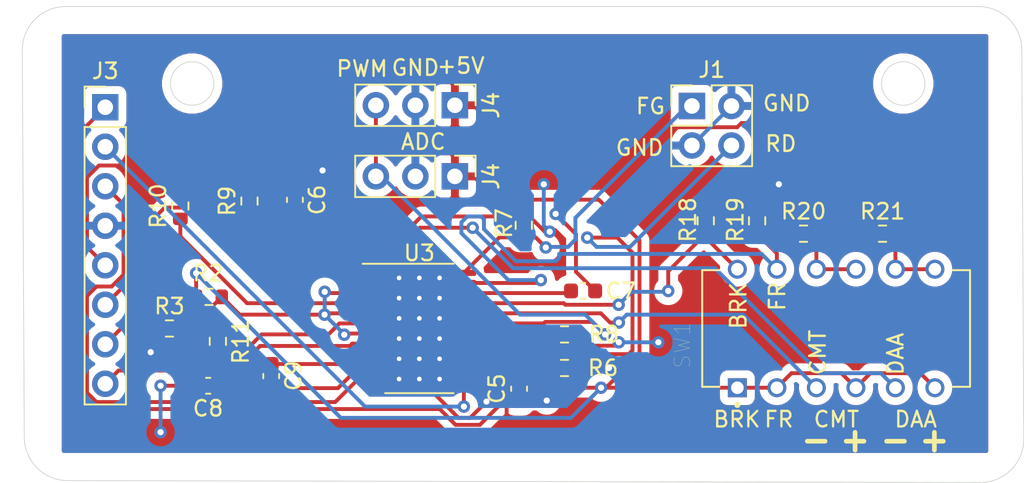
<source format=kicad_pcb>
(kicad_pcb (version 20171130) (host pcbnew 5.1.10-88a1d61d58~90~ubuntu20.04.1)

  (general
    (thickness 1.6)
    (drawings 30)
    (tracks 286)
    (zones 0)
    (modules 23)
    (nets 25)
  )

  (page A4)
  (layers
    (0 F.Cu signal)
    (31 B.Cu signal)
    (32 B.Adhes user)
    (33 F.Adhes user)
    (34 B.Paste user)
    (35 F.Paste user)
    (36 B.SilkS user)
    (37 F.SilkS user)
    (38 B.Mask user)
    (39 F.Mask user)
    (40 Dwgs.User user)
    (41 Cmts.User user)
    (42 Eco1.User user)
    (43 Eco2.User user)
    (44 Edge.Cuts user)
    (45 Margin user)
    (46 B.CrtYd user)
    (47 F.CrtYd user)
    (48 B.Fab user)
    (49 F.Fab user)
  )

  (setup
    (last_trace_width 0.25)
    (user_trace_width 0.4)
    (trace_clearance 0.2)
    (zone_clearance 0.508)
    (zone_45_only yes)
    (trace_min 0.2)
    (via_size 0.8)
    (via_drill 0.4)
    (via_min_size 0.45)
    (via_min_drill 0.2)
    (user_via 0.5 0.25)
    (uvia_size 0.3)
    (uvia_drill 0.1)
    (uvias_allowed no)
    (uvia_min_size 0.2)
    (uvia_min_drill 0.1)
    (edge_width 0.05)
    (segment_width 0.2)
    (pcb_text_width 0.3)
    (pcb_text_size 1.5 1.5)
    (mod_edge_width 0.12)
    (mod_text_size 1 1)
    (mod_text_width 0.15)
    (pad_size 0.6 0.6)
    (pad_drill 0.3)
    (pad_to_mask_clearance 0.05)
    (aux_axis_origin 0 0)
    (visible_elements 7FFFFFFF)
    (pcbplotparams
      (layerselection 0x010fc_ffffffff)
      (usegerberextensions false)
      (usegerberattributes false)
      (usegerberadvancedattributes false)
      (creategerberjobfile true)
      (excludeedgelayer true)
      (linewidth 0.100000)
      (plotframeref false)
      (viasonmask false)
      (mode 1)
      (useauxorigin false)
      (hpglpennumber 1)
      (hpglpenspeed 20)
      (hpglpendiameter 15.000000)
      (psnegative false)
      (psa4output false)
      (plotreference true)
      (plotvalue true)
      (plotinvisibletext false)
      (padsonsilk false)
      (subtractmaskfromsilk false)
      (outputformat 1)
      (mirror false)
      (drillshape 0)
      (scaleselection 1)
      (outputdirectory "Gerbers/"))
  )

  (net 0 "")
  (net 1 +5V)
  (net 2 GND)
  (net 3 /VINT)
  (net 4 "Net-(C7-Pad2)")
  (net 5 "Net-(C8-Pad2)")
  (net 6 "Net-(C9-Pad1)")
  (net 7 "Net-(C9-Pad2)")
  (net 8 /FG)
  (net 9 /RD)
  (net 10 "Net-(J3-Pad1)")
  (net 11 "Net-(J3-Pad2)")
  (net 12 "Net-(J3-Pad3)")
  (net 13 /HU)
  (net 14 /HV)
  (net 15 /HW)
  (net 16 /PWM)
  (net 17 /HBIAS)
  (net 18 "Net-(R6-Pad1)")
  (net 19 /BRKMOD)
  (net 20 /FR)
  (net 21 "Net-(R20-Pad2)")
  (net 22 "Net-(R21-Pad2)")
  (net 23 /CMTMOD)
  (net 24 /DAA)

  (net_class Default "This is the default net class."
    (clearance 0.2)
    (trace_width 0.25)
    (via_dia 0.8)
    (via_drill 0.4)
    (uvia_dia 0.3)
    (uvia_drill 0.1)
    (add_net +5V)
    (add_net /BRKMOD)
    (add_net /CMTMOD)
    (add_net /DAA)
    (add_net /FG)
    (add_net /FR)
    (add_net /HBIAS)
    (add_net /HU)
    (add_net /HV)
    (add_net /HW)
    (add_net /PWM)
    (add_net /RD)
    (add_net /VINT)
    (add_net GND)
    (add_net "Net-(C7-Pad2)")
    (add_net "Net-(C8-Pad2)")
    (add_net "Net-(C9-Pad1)")
    (add_net "Net-(C9-Pad2)")
    (add_net "Net-(J3-Pad1)")
    (add_net "Net-(J3-Pad2)")
    (add_net "Net-(J3-Pad3)")
    (add_net "Net-(R20-Pad2)")
    (add_net "Net-(R21-Pad2)")
    (add_net "Net-(R6-Pad1)")
  )

  (module Package_SO:HTSSOP-24-1EP_4.4x7.8mm_P0.65mm_EP3.4x7.8mm_Mask2.4x4.68mm_ThermalVias (layer F.Cu) (tedit 61859624) (tstamp 5FFFBD32)
    (at 172.085 121.158)
    (descr "HTSSOP, 24 Pin (http://www.ti.com/lit/ds/symlink/tps703.pdf), generated with kicad-footprint-generator ipc_gullwing_generator.py")
    (tags "HTSSOP SO")
    (path /5F9EAE81)
    (attr smd)
    (fp_text reference U3 (at 0 -4.85) (layer F.SilkS)
      (effects (font (size 1 1) (thickness 0.15)))
    )
    (fp_text value DRV10970 (at 0 4.85) (layer F.Fab)
      (effects (font (size 1 1) (thickness 0.15)))
    )
    (fp_line (start 0 4.16) (end 2.2 4.16) (layer F.SilkS) (width 0.12))
    (fp_line (start 0 4.16) (end -2.2 4.16) (layer F.SilkS) (width 0.12))
    (fp_line (start 0 -4.16) (end 2.2 -4.16) (layer F.SilkS) (width 0.12))
    (fp_line (start 0 -4.16) (end -3.65 -4.16) (layer F.SilkS) (width 0.12))
    (fp_line (start -1.2 -3.9) (end 2.2 -3.9) (layer F.Fab) (width 0.1))
    (fp_line (start 2.2 -3.9) (end 2.2 3.9) (layer F.Fab) (width 0.1))
    (fp_line (start 2.2 3.9) (end -2.2 3.9) (layer F.Fab) (width 0.1))
    (fp_line (start -2.2 3.9) (end -2.2 -2.9) (layer F.Fab) (width 0.1))
    (fp_line (start -2.2 -2.9) (end -1.2 -3.9) (layer F.Fab) (width 0.1))
    (fp_line (start -3.9 -4.15) (end -3.9 4.15) (layer F.CrtYd) (width 0.05))
    (fp_line (start -3.9 4.15) (end 3.9 4.15) (layer F.CrtYd) (width 0.05))
    (fp_line (start 3.9 4.15) (end 3.9 -4.15) (layer F.CrtYd) (width 0.05))
    (fp_line (start 3.9 -4.15) (end -3.9 -4.15) (layer F.CrtYd) (width 0.05))
    (fp_text user %R (at -0.022001 0) (layer F.Fab)
      (effects (font (size 1 1) (thickness 0.15)))
    )
    (pad 1 smd roundrect (at -2.8625 -3.575) (size 1.575 0.4) (layers F.Cu F.Paste F.Mask) (roundrect_rratio 0.25)
      (net 24 /DAA))
    (pad 2 smd roundrect (at -2.8625 -2.925) (size 1.575 0.4) (layers F.Cu F.Paste F.Mask) (roundrect_rratio 0.25)
      (net 13 /HU))
    (pad 3 smd roundrect (at -2.8625 -2.275) (size 1.575 0.4) (layers F.Cu F.Paste F.Mask) (roundrect_rratio 0.25)
      (net 17 /HBIAS))
    (pad 4 smd roundrect (at -2.8625 -1.625) (size 1.575 0.4) (layers F.Cu F.Paste F.Mask) (roundrect_rratio 0.25)
      (net 14 /HV))
    (pad 5 smd roundrect (at -2.8625 -0.975) (size 1.575 0.4) (layers F.Cu F.Paste F.Mask) (roundrect_rratio 0.25)
      (net 17 /HBIAS))
    (pad 6 smd roundrect (at -2.8625 -0.325) (size 1.575 0.4) (layers F.Cu F.Paste F.Mask) (roundrect_rratio 0.25)
      (net 15 /HW))
    (pad 7 smd roundrect (at -2.8625 0.325) (size 1.575 0.4) (layers F.Cu F.Paste F.Mask) (roundrect_rratio 0.25)
      (net 17 /HBIAS))
    (pad 8 smd roundrect (at -2.8625 0.975) (size 1.575 0.4) (layers F.Cu F.Paste F.Mask) (roundrect_rratio 0.25)
      (net 5 "Net-(C8-Pad2)"))
    (pad 9 smd roundrect (at -2.8625 1.625) (size 1.575 0.4) (layers F.Cu F.Paste F.Mask) (roundrect_rratio 0.25)
      (net 7 "Net-(C9-Pad2)"))
    (pad 10 smd roundrect (at -2.8625 2.275) (size 1.575 0.4) (layers F.Cu F.Paste F.Mask) (roundrect_rratio 0.25)
      (net 6 "Net-(C9-Pad1)"))
    (pad 11 smd roundrect (at -2.8625 2.925) (size 1.575 0.4) (layers F.Cu F.Paste F.Mask) (roundrect_rratio 0.25)
      (net 12 "Net-(J3-Pad3)"))
    (pad 12 smd roundrect (at -2.8625 3.575) (size 1.575 0.4) (layers F.Cu F.Paste F.Mask) (roundrect_rratio 0.25)
      (net 2 GND))
    (pad 13 smd roundrect (at 2.8625 3.575) (size 1.575 0.4) (layers F.Cu F.Paste F.Mask) (roundrect_rratio 0.25)
      (net 11 "Net-(J3-Pad2)"))
    (pad 14 smd roundrect (at 2.8625 2.925) (size 1.575 0.4) (layers F.Cu F.Paste F.Mask) (roundrect_rratio 0.25)
      (net 10 "Net-(J3-Pad1)"))
    (pad 15 smd roundrect (at 2.8625 2.275) (size 1.575 0.4) (layers F.Cu F.Paste F.Mask) (roundrect_rratio 0.25)
      (net 1 +5V))
    (pad 16 smd roundrect (at 2.8625 1.625) (size 1.575 0.4) (layers F.Cu F.Paste F.Mask) (roundrect_rratio 0.25)
      (net 3 /VINT))
    (pad 17 smd roundrect (at 2.8625 0.975) (size 1.575 0.4) (layers F.Cu F.Paste F.Mask) (roundrect_rratio 0.25)
      (net 18 "Net-(R6-Pad1)"))
    (pad 18 smd roundrect (at 2.8625 0.325) (size 1.575 0.4) (layers F.Cu F.Paste F.Mask) (roundrect_rratio 0.25)
      (net 9 /RD))
    (pad 19 smd roundrect (at 2.8625 -0.325) (size 1.575 0.4) (layers F.Cu F.Paste F.Mask) (roundrect_rratio 0.25)
      (net 16 /PWM))
    (pad 20 smd roundrect (at 2.8625 -0.975) (size 1.575 0.4) (layers F.Cu F.Paste F.Mask) (roundrect_rratio 0.25)
      (net 23 /CMTMOD))
    (pad 21 smd roundrect (at 2.8625 -1.625) (size 1.575 0.4) (layers F.Cu F.Paste F.Mask) (roundrect_rratio 0.25)
      (net 19 /BRKMOD))
    (pad 22 smd roundrect (at 2.8625 -2.275) (size 1.575 0.4) (layers F.Cu F.Paste F.Mask) (roundrect_rratio 0.25)
      (net 4 "Net-(C7-Pad2)"))
    (pad 23 smd roundrect (at 2.8625 -2.925) (size 1.575 0.4) (layers F.Cu F.Paste F.Mask) (roundrect_rratio 0.25)
      (net 20 /FR))
    (pad 24 smd roundrect (at 2.8625 -3.575) (size 1.575 0.4) (layers F.Cu F.Paste F.Mask) (roundrect_rratio 0.25)
      (net 8 /FG))
    (pad "" smd rect (at 0 0) (size 2.4 4.68) (layers F.Mask))
    (pad 25 smd rect (at 0 0) (size 3.4 7.8) (layers F.Cu)
      (net 2 GND))
    (pad 25 thru_hole circle (at -1.3 -3.25) (size 0.6 0.6) (drill 0.3) (layers *.Cu)
      (net 2 GND) (zone_connect 2))
    (pad 25 thru_hole circle (at 0 -3.25) (size 0.6 0.6) (drill 0.3) (layers *.Cu)
      (net 2 GND) (zone_connect 2))
    (pad 25 thru_hole circle (at 1.3 -3.25) (size 0.6 0.6) (drill 0.3) (layers *.Cu)
      (net 2 GND) (zone_connect 2))
    (pad 25 thru_hole circle (at -1.3 -1.95) (size 0.6 0.6) (drill 0.3) (layers *.Cu)
      (net 2 GND) (zone_connect 2))
    (pad 25 thru_hole circle (at 0 -1.95) (size 0.6 0.6) (drill 0.3) (layers *.Cu)
      (net 2 GND))
    (pad 25 thru_hole circle (at 1.3 -1.95) (size 0.6 0.6) (drill 0.3) (layers *.Cu)
      (net 2 GND) (zone_connect 2))
    (pad 25 thru_hole circle (at -1.3 -0.65) (size 0.6 0.6) (drill 0.3) (layers *.Cu)
      (net 2 GND) (zone_connect 2))
    (pad 25 thru_hole circle (at 0 -0.65) (size 0.6 0.6) (drill 0.3) (layers *.Cu)
      (net 2 GND))
    (pad 25 thru_hole circle (at 1.3 -0.65) (size 0.6 0.6) (drill 0.3) (layers *.Cu)
      (net 2 GND) (zone_connect 2))
    (pad 25 thru_hole circle (at -1.3 0.65) (size 0.6 0.6) (drill 0.3) (layers *.Cu)
      (net 2 GND) (zone_connect 2))
    (pad 25 thru_hole circle (at 0 0.65) (size 0.6 0.6) (drill 0.3) (layers *.Cu)
      (net 2 GND))
    (pad 25 thru_hole circle (at 1.3 0.65) (size 0.6 0.6) (drill 0.3) (layers *.Cu)
      (net 2 GND) (zone_connect 2))
    (pad 25 thru_hole circle (at -1.3 1.95) (size 0.6 0.6) (drill 0.3) (layers *.Cu)
      (net 2 GND) (zone_connect 2))
    (pad 25 thru_hole circle (at 0 1.95) (size 0.6 0.6) (drill 0.3) (layers *.Cu)
      (net 2 GND))
    (pad 25 thru_hole circle (at 1.3 1.95) (size 0.6 0.6) (drill 0.3) (layers *.Cu)
      (net 2 GND) (zone_connect 2))
    (pad 25 thru_hole circle (at -1.3 3.25) (size 0.6 0.6) (drill 0.3) (layers *.Cu)
      (net 2 GND) (zone_connect 2))
    (pad 25 thru_hole circle (at 0 3.25) (size 0.6 0.6) (drill 0.3) (layers *.Cu)
      (net 2 GND) (zone_connect 2))
    (pad 25 thru_hole circle (at 1.3 3.25) (size 0.6 0.6) (drill 0.3) (layers *.Cu)
      (net 2 GND) (zone_connect 2))
    (pad 25 smd rect (at 0 0) (size 3.2 7.1) (layers B.Cu)
      (net 2 GND) (zone_connect 2))
    (pad "" smd roundrect (at 0 -1.17) (size 1.93 1.89) (layers F.Paste) (roundrect_rratio 0.1322746031746032))
    (pad "" smd roundrect (at 0 1.17) (size 1.93 1.89) (layers F.Paste) (roundrect_rratio 0.1322746031746032))
    (model ${KISYS3DMOD}/Package_SO.3dshapes/HTSSOP-24-1EP_4.4x7.8mm_P0.65mm_EP3.4x7.8mm_Mask2.4x4.68mm.wrl
      (at (xyz 0 0 0))
      (scale (xyz 1 1 1))
      (rotate (xyz 0 0 0))
    )
  )

  (module Connector_PinHeader_2.54mm:PinHeader_1x03_P2.54mm_Vertical (layer F.Cu) (tedit 59FED5CC) (tstamp 5FFFE77F)
    (at 174.371 111.379 270)
    (descr "Through hole straight pin header, 1x03, 2.54mm pitch, single row")
    (tags "Through hole pin header THT 1x03 2.54mm single row")
    (path /6003B2B1)
    (fp_text reference J4 (at 0 -2.33 90) (layer F.SilkS)
      (effects (font (size 1 1) (thickness 0.15)))
    )
    (fp_text value Conn_01x03_Male (at 0 7.41 90) (layer F.Fab)
      (effects (font (size 1 1) (thickness 0.15)))
    )
    (fp_line (start 1.8 -1.8) (end -1.8 -1.8) (layer F.CrtYd) (width 0.05))
    (fp_line (start 1.8 6.85) (end 1.8 -1.8) (layer F.CrtYd) (width 0.05))
    (fp_line (start -1.8 6.85) (end 1.8 6.85) (layer F.CrtYd) (width 0.05))
    (fp_line (start -1.8 -1.8) (end -1.8 6.85) (layer F.CrtYd) (width 0.05))
    (fp_line (start -1.33 -1.33) (end 0 -1.33) (layer F.SilkS) (width 0.12))
    (fp_line (start -1.33 0) (end -1.33 -1.33) (layer F.SilkS) (width 0.12))
    (fp_line (start -1.33 1.27) (end 1.33 1.27) (layer F.SilkS) (width 0.12))
    (fp_line (start 1.33 1.27) (end 1.33 6.41) (layer F.SilkS) (width 0.12))
    (fp_line (start -1.33 1.27) (end -1.33 6.41) (layer F.SilkS) (width 0.12))
    (fp_line (start -1.33 6.41) (end 1.33 6.41) (layer F.SilkS) (width 0.12))
    (fp_line (start -1.27 -0.635) (end -0.635 -1.27) (layer F.Fab) (width 0.1))
    (fp_line (start -1.27 6.35) (end -1.27 -0.635) (layer F.Fab) (width 0.1))
    (fp_line (start 1.27 6.35) (end -1.27 6.35) (layer F.Fab) (width 0.1))
    (fp_line (start 1.27 -1.27) (end 1.27 6.35) (layer F.Fab) (width 0.1))
    (fp_line (start -0.635 -1.27) (end 1.27 -1.27) (layer F.Fab) (width 0.1))
    (fp_text user %R (at 0 2.54) (layer F.Fab)
      (effects (font (size 1 1) (thickness 0.15)))
    )
    (pad 3 thru_hole oval (at 0 5.08 270) (size 1.7 1.7) (drill 1) (layers *.Cu *.Mask)
      (net 16 /PWM))
    (pad 2 thru_hole oval (at 0 2.54 270) (size 1.7 1.7) (drill 1) (layers *.Cu *.Mask)
      (net 2 GND))
    (pad 1 thru_hole rect (at 0 0 270) (size 1.7 1.7) (drill 1) (layers *.Cu *.Mask)
      (net 1 +5V))
    (model ${KISYS3DMOD}/Connector_PinHeader_2.54mm.3dshapes/PinHeader_1x03_P2.54mm_Vertical.wrl
      (at (xyz 0 0 0))
      (scale (xyz 1 1 1))
      (rotate (xyz 0 0 0))
    )
  )

  (module Capacitor_SMD:C_0603_1608Metric (layer F.Cu) (tedit 5F68FEEE) (tstamp 6010E5D1)
    (at 178.4985 125.0315 90)
    (descr "Capacitor SMD 0603 (1608 Metric), square (rectangular) end terminal, IPC_7351 nominal, (Body size source: IPC-SM-782 page 76, https://www.pcb-3d.com/wordpress/wp-content/uploads/ipc-sm-782a_amendment_1_and_2.pdf), generated with kicad-footprint-generator")
    (tags capacitor)
    (path /5F9F51E6)
    (attr smd)
    (fp_text reference C5 (at 0 -1.43 90) (layer F.SilkS)
      (effects (font (size 1 1) (thickness 0.15)))
    )
    (fp_text value 10uF (at 0 1.43 90) (layer F.Fab)
      (effects (font (size 1 1) (thickness 0.15)))
    )
    (fp_line (start 1.48 0.73) (end -1.48 0.73) (layer F.CrtYd) (width 0.05))
    (fp_line (start 1.48 -0.73) (end 1.48 0.73) (layer F.CrtYd) (width 0.05))
    (fp_line (start -1.48 -0.73) (end 1.48 -0.73) (layer F.CrtYd) (width 0.05))
    (fp_line (start -1.48 0.73) (end -1.48 -0.73) (layer F.CrtYd) (width 0.05))
    (fp_line (start -0.14058 0.51) (end 0.14058 0.51) (layer F.SilkS) (width 0.12))
    (fp_line (start -0.14058 -0.51) (end 0.14058 -0.51) (layer F.SilkS) (width 0.12))
    (fp_line (start 0.8 0.4) (end -0.8 0.4) (layer F.Fab) (width 0.1))
    (fp_line (start 0.8 -0.4) (end 0.8 0.4) (layer F.Fab) (width 0.1))
    (fp_line (start -0.8 -0.4) (end 0.8 -0.4) (layer F.Fab) (width 0.1))
    (fp_line (start -0.8 0.4) (end -0.8 -0.4) (layer F.Fab) (width 0.1))
    (fp_text user %R (at 0 0 90) (layer F.Fab)
      (effects (font (size 0.4 0.4) (thickness 0.06)))
    )
    (pad 2 smd roundrect (at 0.775 0 90) (size 0.9 0.95) (layers F.Cu F.Paste F.Mask) (roundrect_rratio 0.25)
      (net 1 +5V))
    (pad 1 smd roundrect (at -0.775 0 90) (size 0.9 0.95) (layers F.Cu F.Paste F.Mask) (roundrect_rratio 0.25)
      (net 2 GND))
    (model ${KISYS3DMOD}/Capacitor_SMD.3dshapes/C_0603_1608Metric.wrl
      (at (xyz 0 0 0))
      (scale (xyz 1 1 1))
      (rotate (xyz 0 0 0))
    )
  )

  (module Capacitor_SMD:C_0603_1608Metric (layer F.Cu) (tedit 5F68FEEE) (tstamp 5FFFBB1D)
    (at 164.084 112.89 270)
    (descr "Capacitor SMD 0603 (1608 Metric), square (rectangular) end terminal, IPC_7351 nominal, (Body size source: IPC-SM-782 page 76, https://www.pcb-3d.com/wordpress/wp-content/uploads/ipc-sm-782a_amendment_1_and_2.pdf), generated with kicad-footprint-generator")
    (tags capacitor)
    (path /5F9F478B)
    (attr smd)
    (fp_text reference C6 (at 0 -1.43 90) (layer F.SilkS)
      (effects (font (size 1 1) (thickness 0.15)))
    )
    (fp_text value 2.2uF (at -3.09 -0.016 90) (layer F.Fab)
      (effects (font (size 1 1) (thickness 0.15)))
    )
    (fp_line (start 1.48 0.73) (end -1.48 0.73) (layer F.CrtYd) (width 0.05))
    (fp_line (start 1.48 -0.73) (end 1.48 0.73) (layer F.CrtYd) (width 0.05))
    (fp_line (start -1.48 -0.73) (end 1.48 -0.73) (layer F.CrtYd) (width 0.05))
    (fp_line (start -1.48 0.73) (end -1.48 -0.73) (layer F.CrtYd) (width 0.05))
    (fp_line (start -0.14058 0.51) (end 0.14058 0.51) (layer F.SilkS) (width 0.12))
    (fp_line (start -0.14058 -0.51) (end 0.14058 -0.51) (layer F.SilkS) (width 0.12))
    (fp_line (start 0.8 0.4) (end -0.8 0.4) (layer F.Fab) (width 0.1))
    (fp_line (start 0.8 -0.4) (end 0.8 0.4) (layer F.Fab) (width 0.1))
    (fp_line (start -0.8 -0.4) (end 0.8 -0.4) (layer F.Fab) (width 0.1))
    (fp_line (start -0.8 0.4) (end -0.8 -0.4) (layer F.Fab) (width 0.1))
    (fp_text user %R (at 0 0 90) (layer F.Fab)
      (effects (font (size 0.4 0.4) (thickness 0.06)))
    )
    (pad 2 smd roundrect (at 0.775 0 270) (size 0.9 0.95) (layers F.Cu F.Paste F.Mask) (roundrect_rratio 0.25)
      (net 3 /VINT))
    (pad 1 smd roundrect (at -0.775 0 270) (size 0.9 0.95) (layers F.Cu F.Paste F.Mask) (roundrect_rratio 0.25)
      (net 2 GND))
    (model ${KISYS3DMOD}/Capacitor_SMD.3dshapes/C_0603_1608Metric.wrl
      (at (xyz 0 0 0))
      (scale (xyz 1 1 1))
      (rotate (xyz 0 0 0))
    )
  )

  (module Capacitor_SMD:C_0603_1608Metric (layer F.Cu) (tedit 5F68FEEE) (tstamp 5FFFBB2E)
    (at 182.613 118.745 180)
    (descr "Capacitor SMD 0603 (1608 Metric), square (rectangular) end terminal, IPC_7351 nominal, (Body size source: IPC-SM-782 page 76, https://www.pcb-3d.com/wordpress/wp-content/uploads/ipc-sm-782a_amendment_1_and_2.pdf), generated with kicad-footprint-generator")
    (tags capacitor)
    (path /5F9F8DC5)
    (attr smd)
    (fp_text reference C7 (at -2.426 0) (layer F.SilkS)
      (effects (font (size 1 1) (thickness 0.15)))
    )
    (fp_text value 1uF (at 0 1.43) (layer F.Fab)
      (effects (font (size 1 1) (thickness 0.15)))
    )
    (fp_line (start 1.48 0.73) (end -1.48 0.73) (layer F.CrtYd) (width 0.05))
    (fp_line (start 1.48 -0.73) (end 1.48 0.73) (layer F.CrtYd) (width 0.05))
    (fp_line (start -1.48 -0.73) (end 1.48 -0.73) (layer F.CrtYd) (width 0.05))
    (fp_line (start -1.48 0.73) (end -1.48 -0.73) (layer F.CrtYd) (width 0.05))
    (fp_line (start -0.14058 0.51) (end 0.14058 0.51) (layer F.SilkS) (width 0.12))
    (fp_line (start -0.14058 -0.51) (end 0.14058 -0.51) (layer F.SilkS) (width 0.12))
    (fp_line (start 0.8 0.4) (end -0.8 0.4) (layer F.Fab) (width 0.1))
    (fp_line (start 0.8 -0.4) (end 0.8 0.4) (layer F.Fab) (width 0.1))
    (fp_line (start -0.8 -0.4) (end 0.8 -0.4) (layer F.Fab) (width 0.1))
    (fp_line (start -0.8 0.4) (end -0.8 -0.4) (layer F.Fab) (width 0.1))
    (fp_text user %R (at 0 0) (layer F.Fab)
      (effects (font (size 0.4 0.4) (thickness 0.06)))
    )
    (pad 2 smd roundrect (at 0.775 0 180) (size 0.9 0.95) (layers F.Cu F.Paste F.Mask) (roundrect_rratio 0.25)
      (net 4 "Net-(C7-Pad2)"))
    (pad 1 smd roundrect (at -0.775 0 180) (size 0.9 0.95) (layers F.Cu F.Paste F.Mask) (roundrect_rratio 0.25)
      (net 2 GND))
    (model ${KISYS3DMOD}/Capacitor_SMD.3dshapes/C_0603_1608Metric.wrl
      (at (xyz 0 0 0))
      (scale (xyz 1 1 1))
      (rotate (xyz 0 0 0))
    )
  )

  (module Capacitor_SMD:C_0603_1608Metric (layer F.Cu) (tedit 5F68FEEE) (tstamp 5FFFBB3F)
    (at 158.509 124.841)
    (descr "Capacitor SMD 0603 (1608 Metric), square (rectangular) end terminal, IPC_7351 nominal, (Body size source: IPC-SM-782 page 76, https://www.pcb-3d.com/wordpress/wp-content/uploads/ipc-sm-782a_amendment_1_and_2.pdf), generated with kicad-footprint-generator")
    (tags capacitor)
    (path /5F9F5710)
    (attr smd)
    (fp_text reference C8 (at -0.009 1.459) (layer F.SilkS)
      (effects (font (size 1 1) (thickness 0.15)))
    )
    (fp_text value 1uF (at -2.309 -0.041) (layer F.Fab)
      (effects (font (size 1 1) (thickness 0.15)))
    )
    (fp_line (start -0.8 0.4) (end -0.8 -0.4) (layer F.Fab) (width 0.1))
    (fp_line (start -0.8 -0.4) (end 0.8 -0.4) (layer F.Fab) (width 0.1))
    (fp_line (start 0.8 -0.4) (end 0.8 0.4) (layer F.Fab) (width 0.1))
    (fp_line (start 0.8 0.4) (end -0.8 0.4) (layer F.Fab) (width 0.1))
    (fp_line (start -0.14058 -0.51) (end 0.14058 -0.51) (layer F.SilkS) (width 0.12))
    (fp_line (start -0.14058 0.51) (end 0.14058 0.51) (layer F.SilkS) (width 0.12))
    (fp_line (start -1.48 0.73) (end -1.48 -0.73) (layer F.CrtYd) (width 0.05))
    (fp_line (start -1.48 -0.73) (end 1.48 -0.73) (layer F.CrtYd) (width 0.05))
    (fp_line (start 1.48 -0.73) (end 1.48 0.73) (layer F.CrtYd) (width 0.05))
    (fp_line (start 1.48 0.73) (end -1.48 0.73) (layer F.CrtYd) (width 0.05))
    (fp_text user %R (at 0 0) (layer F.Fab)
      (effects (font (size 0.4 0.4) (thickness 0.06)))
    )
    (pad 1 smd roundrect (at -0.775 0) (size 0.9 0.95) (layers F.Cu F.Paste F.Mask) (roundrect_rratio 0.25)
      (net 1 +5V))
    (pad 2 smd roundrect (at 0.775 0) (size 0.9 0.95) (layers F.Cu F.Paste F.Mask) (roundrect_rratio 0.25)
      (net 5 "Net-(C8-Pad2)"))
    (model ${KISYS3DMOD}/Capacitor_SMD.3dshapes/C_0603_1608Metric.wrl
      (at (xyz 0 0 0))
      (scale (xyz 1 1 1))
      (rotate (xyz 0 0 0))
    )
  )

  (module Capacitor_SMD:C_0603_1608Metric (layer F.Cu) (tedit 5F68FEEE) (tstamp 5FFFBB50)
    (at 162.56 124.219 90)
    (descr "Capacitor SMD 0603 (1608 Metric), square (rectangular) end terminal, IPC_7351 nominal, (Body size source: IPC-SM-782 page 76, https://www.pcb-3d.com/wordpress/wp-content/uploads/ipc-sm-782a_amendment_1_and_2.pdf), generated with kicad-footprint-generator")
    (tags capacitor)
    (path /5F9F3B2E)
    (attr smd)
    (fp_text reference C9 (at 0.019 1.44 90) (layer F.SilkS)
      (effects (font (size 1 1) (thickness 0.15)))
    )
    (fp_text value 0.1uF (at -3.081 -0.16 90) (layer F.Fab)
      (effects (font (size 1 1) (thickness 0.15)))
    )
    (fp_line (start -0.8 0.4) (end -0.8 -0.4) (layer F.Fab) (width 0.1))
    (fp_line (start -0.8 -0.4) (end 0.8 -0.4) (layer F.Fab) (width 0.1))
    (fp_line (start 0.8 -0.4) (end 0.8 0.4) (layer F.Fab) (width 0.1))
    (fp_line (start 0.8 0.4) (end -0.8 0.4) (layer F.Fab) (width 0.1))
    (fp_line (start -0.14058 -0.51) (end 0.14058 -0.51) (layer F.SilkS) (width 0.12))
    (fp_line (start -0.14058 0.51) (end 0.14058 0.51) (layer F.SilkS) (width 0.12))
    (fp_line (start -1.48 0.73) (end -1.48 -0.73) (layer F.CrtYd) (width 0.05))
    (fp_line (start -1.48 -0.73) (end 1.48 -0.73) (layer F.CrtYd) (width 0.05))
    (fp_line (start 1.48 -0.73) (end 1.48 0.73) (layer F.CrtYd) (width 0.05))
    (fp_line (start 1.48 0.73) (end -1.48 0.73) (layer F.CrtYd) (width 0.05))
    (fp_text user %R (at 0 0 90) (layer F.Fab)
      (effects (font (size 0.4 0.4) (thickness 0.06)))
    )
    (pad 1 smd roundrect (at -0.775 0 90) (size 0.9 0.95) (layers F.Cu F.Paste F.Mask) (roundrect_rratio 0.25)
      (net 6 "Net-(C9-Pad1)"))
    (pad 2 smd roundrect (at 0.775 0 90) (size 0.9 0.95) (layers F.Cu F.Paste F.Mask) (roundrect_rratio 0.25)
      (net 7 "Net-(C9-Pad2)"))
    (model ${KISYS3DMOD}/Capacitor_SMD.3dshapes/C_0603_1608Metric.wrl
      (at (xyz 0 0 0))
      (scale (xyz 1 1 1))
      (rotate (xyz 0 0 0))
    )
  )

  (module Connector_PinHeader_2.54mm:PinHeader_2x02_P2.54mm_Vertical (layer F.Cu) (tedit 59FED5CC) (tstamp 5FFFBB7D)
    (at 189.611 106.854001)
    (descr "Through hole straight pin header, 2x02, 2.54mm pitch, double rows")
    (tags "Through hole pin header THT 2x02 2.54mm double row")
    (path /5FE5E8CA)
    (fp_text reference J1 (at 1.27 -2.33) (layer F.SilkS)
      (effects (font (size 1 1) (thickness 0.15)))
    )
    (fp_text value Conn_02x02_Counter_Clockwise (at 1.27 4.87) (layer F.Fab)
      (effects (font (size 1 1) (thickness 0.15)))
    )
    (fp_line (start 0 -1.27) (end 3.81 -1.27) (layer F.Fab) (width 0.1))
    (fp_line (start 3.81 -1.27) (end 3.81 3.81) (layer F.Fab) (width 0.1))
    (fp_line (start 3.81 3.81) (end -1.27 3.81) (layer F.Fab) (width 0.1))
    (fp_line (start -1.27 3.81) (end -1.27 0) (layer F.Fab) (width 0.1))
    (fp_line (start -1.27 0) (end 0 -1.27) (layer F.Fab) (width 0.1))
    (fp_line (start -1.33 3.87) (end 3.87 3.87) (layer F.SilkS) (width 0.12))
    (fp_line (start -1.33 1.27) (end -1.33 3.87) (layer F.SilkS) (width 0.12))
    (fp_line (start 3.87 -1.33) (end 3.87 3.87) (layer F.SilkS) (width 0.12))
    (fp_line (start -1.33 1.27) (end 1.27 1.27) (layer F.SilkS) (width 0.12))
    (fp_line (start 1.27 1.27) (end 1.27 -1.33) (layer F.SilkS) (width 0.12))
    (fp_line (start 1.27 -1.33) (end 3.87 -1.33) (layer F.SilkS) (width 0.12))
    (fp_line (start -1.33 0) (end -1.33 -1.33) (layer F.SilkS) (width 0.12))
    (fp_line (start -1.33 -1.33) (end 0 -1.33) (layer F.SilkS) (width 0.12))
    (fp_line (start -1.8 -1.8) (end -1.8 4.35) (layer F.CrtYd) (width 0.05))
    (fp_line (start -1.8 4.35) (end 4.35 4.35) (layer F.CrtYd) (width 0.05))
    (fp_line (start 4.35 4.35) (end 4.35 -1.8) (layer F.CrtYd) (width 0.05))
    (fp_line (start 4.35 -1.8) (end -1.8 -1.8) (layer F.CrtYd) (width 0.05))
    (fp_text user %R (at 1.27 1.27 90) (layer F.Fab)
      (effects (font (size 1 1) (thickness 0.15)))
    )
    (pad 1 thru_hole rect (at 0 0) (size 1.7 1.7) (drill 1) (layers *.Cu *.Mask)
      (net 8 /FG))
    (pad 2 thru_hole oval (at 2.54 0) (size 1.7 1.7) (drill 1) (layers *.Cu *.Mask)
      (net 2 GND))
    (pad 3 thru_hole oval (at 0 2.54) (size 1.7 1.7) (drill 1) (layers *.Cu *.Mask)
      (net 2 GND))
    (pad 4 thru_hole oval (at 2.54 2.54) (size 1.7 1.7) (drill 1) (layers *.Cu *.Mask)
      (net 9 /RD))
    (model ${KISYS3DMOD}/Connector_PinHeader_2.54mm.3dshapes/PinHeader_2x02_P2.54mm_Vertical.wrl
      (at (xyz 0 0 0))
      (scale (xyz 1 1 1))
      (rotate (xyz 0 0 0))
    )
  )

  (module Connector_PinHeader_2.54mm:PinHeader_1x08_P2.54mm_Vertical (layer F.Cu) (tedit 59FED5CC) (tstamp 5FFFE117)
    (at 151.892 106.934)
    (descr "Through hole straight pin header, 1x08, 2.54mm pitch, single row")
    (tags "Through hole pin header THT 1x08 2.54mm single row")
    (path /5FA7B2EB)
    (fp_text reference J3 (at 0 -2.33) (layer F.SilkS)
      (effects (font (size 1 1) (thickness 0.15)))
    )
    (fp_text value Conn_01x08_Male (at 0 20.11) (layer F.Fab)
      (effects (font (size 1 1) (thickness 0.15)))
    )
    (fp_line (start -0.635 -1.27) (end 1.27 -1.27) (layer F.Fab) (width 0.1))
    (fp_line (start 1.27 -1.27) (end 1.27 19.05) (layer F.Fab) (width 0.1))
    (fp_line (start 1.27 19.05) (end -1.27 19.05) (layer F.Fab) (width 0.1))
    (fp_line (start -1.27 19.05) (end -1.27 -0.635) (layer F.Fab) (width 0.1))
    (fp_line (start -1.27 -0.635) (end -0.635 -1.27) (layer F.Fab) (width 0.1))
    (fp_line (start -1.33 19.11) (end 1.33 19.11) (layer F.SilkS) (width 0.12))
    (fp_line (start -1.33 1.27) (end -1.33 19.11) (layer F.SilkS) (width 0.12))
    (fp_line (start 1.33 1.27) (end 1.33 19.11) (layer F.SilkS) (width 0.12))
    (fp_line (start -1.33 1.27) (end 1.33 1.27) (layer F.SilkS) (width 0.12))
    (fp_line (start -1.33 0) (end -1.33 -1.33) (layer F.SilkS) (width 0.12))
    (fp_line (start -1.33 -1.33) (end 0 -1.33) (layer F.SilkS) (width 0.12))
    (fp_line (start -1.8 -1.8) (end -1.8 19.55) (layer F.CrtYd) (width 0.05))
    (fp_line (start -1.8 19.55) (end 1.8 19.55) (layer F.CrtYd) (width 0.05))
    (fp_line (start 1.8 19.55) (end 1.8 -1.8) (layer F.CrtYd) (width 0.05))
    (fp_line (start 1.8 -1.8) (end -1.8 -1.8) (layer F.CrtYd) (width 0.05))
    (fp_text user %R (at 0 8.89 180) (layer F.Fab)
      (effects (font (size 1 1) (thickness 0.15)))
    )
    (pad 1 thru_hole rect (at 0 0) (size 1.7 1.7) (drill 1) (layers *.Cu *.Mask)
      (net 10 "Net-(J3-Pad1)"))
    (pad 2 thru_hole oval (at 0 2.54) (size 1.7 1.7) (drill 1) (layers *.Cu *.Mask)
      (net 11 "Net-(J3-Pad2)"))
    (pad 3 thru_hole oval (at 0 5.08) (size 1.7 1.7) (drill 1) (layers *.Cu *.Mask)
      (net 12 "Net-(J3-Pad3)"))
    (pad 4 thru_hole oval (at 0 7.62) (size 1.7 1.7) (drill 1) (layers *.Cu *.Mask)
      (net 2 GND))
    (pad 5 thru_hole oval (at 0 10.16) (size 1.7 1.7) (drill 1) (layers *.Cu *.Mask)
      (net 1 +5V))
    (pad 6 thru_hole oval (at 0 12.7) (size 1.7 1.7) (drill 1) (layers *.Cu *.Mask)
      (net 13 /HU))
    (pad 7 thru_hole oval (at 0 15.24) (size 1.7 1.7) (drill 1) (layers *.Cu *.Mask)
      (net 14 /HV))
    (pad 8 thru_hole oval (at 0 17.78) (size 1.7 1.7) (drill 1) (layers *.Cu *.Mask)
      (net 15 /HW))
    (model ${KISYS3DMOD}/Connector_PinHeader_2.54mm.3dshapes/PinHeader_1x08_P2.54mm_Vertical.wrl
      (at (xyz 0 0 0))
      (scale (xyz 1 1 1))
      (rotate (xyz 0 0 0))
    )
  )

  (module Connector_PinHeader_2.54mm:PinHeader_1x03_P2.54mm_Vertical (layer F.Cu) (tedit 59FED5CC) (tstamp 5FFFBBDA)
    (at 174.371 106.807 270)
    (descr "Through hole straight pin header, 1x03, 2.54mm pitch, single row")
    (tags "Through hole pin header THT 1x03 2.54mm single row")
    (path /6003B2B1)
    (fp_text reference J4 (at 0 -2.33 90) (layer F.SilkS)
      (effects (font (size 1 1) (thickness 0.15)))
    )
    (fp_text value Conn_01x03_Male (at 0 7.41 90) (layer F.Fab)
      (effects (font (size 1 1) (thickness 0.15)))
    )
    (fp_line (start -0.635 -1.27) (end 1.27 -1.27) (layer F.Fab) (width 0.1))
    (fp_line (start 1.27 -1.27) (end 1.27 6.35) (layer F.Fab) (width 0.1))
    (fp_line (start 1.27 6.35) (end -1.27 6.35) (layer F.Fab) (width 0.1))
    (fp_line (start -1.27 6.35) (end -1.27 -0.635) (layer F.Fab) (width 0.1))
    (fp_line (start -1.27 -0.635) (end -0.635 -1.27) (layer F.Fab) (width 0.1))
    (fp_line (start -1.33 6.41) (end 1.33 6.41) (layer F.SilkS) (width 0.12))
    (fp_line (start -1.33 1.27) (end -1.33 6.41) (layer F.SilkS) (width 0.12))
    (fp_line (start 1.33 1.27) (end 1.33 6.41) (layer F.SilkS) (width 0.12))
    (fp_line (start -1.33 1.27) (end 1.33 1.27) (layer F.SilkS) (width 0.12))
    (fp_line (start -1.33 0) (end -1.33 -1.33) (layer F.SilkS) (width 0.12))
    (fp_line (start -1.33 -1.33) (end 0 -1.33) (layer F.SilkS) (width 0.12))
    (fp_line (start -1.8 -1.8) (end -1.8 6.85) (layer F.CrtYd) (width 0.05))
    (fp_line (start -1.8 6.85) (end 1.8 6.85) (layer F.CrtYd) (width 0.05))
    (fp_line (start 1.8 6.85) (end 1.8 -1.8) (layer F.CrtYd) (width 0.05))
    (fp_line (start 1.8 -1.8) (end -1.8 -1.8) (layer F.CrtYd) (width 0.05))
    (fp_text user %R (at 0 2.54) (layer F.Fab)
      (effects (font (size 1 1) (thickness 0.15)))
    )
    (pad 1 thru_hole rect (at 0 0 270) (size 1.7 1.7) (drill 1) (layers *.Cu *.Mask)
      (net 1 +5V))
    (pad 2 thru_hole oval (at 0 2.54 270) (size 1.7 1.7) (drill 1) (layers *.Cu *.Mask)
      (net 2 GND))
    (pad 3 thru_hole oval (at 0 5.08 270) (size 1.7 1.7) (drill 1) (layers *.Cu *.Mask)
      (net 16 /PWM))
    (model ${KISYS3DMOD}/Connector_PinHeader_2.54mm.3dshapes/PinHeader_1x03_P2.54mm_Vertical.wrl
      (at (xyz 0 0 0))
      (scale (xyz 1 1 1))
      (rotate (xyz 0 0 0))
    )
  )

  (module Resistor_SMD:R_0603_1608Metric (layer F.Cu) (tedit 5F68FEEE) (tstamp 5FFFBBEB)
    (at 158.559 119.126 180)
    (descr "Resistor SMD 0603 (1608 Metric), square (rectangular) end terminal, IPC_7351 nominal, (Body size source: IPC-SM-782 page 72, https://www.pcb-3d.com/wordpress/wp-content/uploads/ipc-sm-782a_amendment_1_and_2.pdf), generated with kicad-footprint-generator")
    (tags resistor)
    (path /5FA27BC3)
    (attr smd)
    (fp_text reference R2 (at 0.063 1.524) (layer F.SilkS)
      (effects (font (size 1 1) (thickness 0.15)))
    )
    (fp_text value 10k (at 0 1.43) (layer F.Fab)
      (effects (font (size 1 1) (thickness 0.15)))
    )
    (fp_line (start 1.48 0.73) (end -1.48 0.73) (layer F.CrtYd) (width 0.05))
    (fp_line (start 1.48 -0.73) (end 1.48 0.73) (layer F.CrtYd) (width 0.05))
    (fp_line (start -1.48 -0.73) (end 1.48 -0.73) (layer F.CrtYd) (width 0.05))
    (fp_line (start -1.48 0.73) (end -1.48 -0.73) (layer F.CrtYd) (width 0.05))
    (fp_line (start -0.237258 0.5225) (end 0.237258 0.5225) (layer F.SilkS) (width 0.12))
    (fp_line (start -0.237258 -0.5225) (end 0.237258 -0.5225) (layer F.SilkS) (width 0.12))
    (fp_line (start 0.8 0.4125) (end -0.8 0.4125) (layer F.Fab) (width 0.1))
    (fp_line (start 0.8 -0.4125) (end 0.8 0.4125) (layer F.Fab) (width 0.1))
    (fp_line (start -0.8 -0.4125) (end 0.8 -0.4125) (layer F.Fab) (width 0.1))
    (fp_line (start -0.8 0.4125) (end -0.8 -0.4125) (layer F.Fab) (width 0.1))
    (fp_text user %R (at 0 0) (layer F.Fab)
      (effects (font (size 0.4 0.4) (thickness 0.06)))
    )
    (pad 2 smd roundrect (at 0.825 0 180) (size 0.8 0.95) (layers F.Cu F.Paste F.Mask) (roundrect_rratio 0.25)
      (net 3 /VINT))
    (pad 1 smd roundrect (at -0.825 0 180) (size 0.8 0.95) (layers F.Cu F.Paste F.Mask) (roundrect_rratio 0.25)
      (net 17 /HBIAS))
    (model ${KISYS3DMOD}/Resistor_SMD.3dshapes/R_0603_1608Metric.wrl
      (at (xyz 0 0 0))
      (scale (xyz 1 1 1))
      (rotate (xyz 0 0 0))
    )
  )

  (module Resistor_SMD:R_0603_1608Metric (layer F.Cu) (tedit 5F68FEEE) (tstamp 5FFFBBFC)
    (at 156.02 121.158)
    (descr "Resistor SMD 0603 (1608 Metric), square (rectangular) end terminal, IPC_7351 nominal, (Body size source: IPC-SM-782 page 72, https://www.pcb-3d.com/wordpress/wp-content/uploads/ipc-sm-782a_amendment_1_and_2.pdf), generated with kicad-footprint-generator")
    (tags resistor)
    (path /5FA28A4B)
    (attr smd)
    (fp_text reference R3 (at 0 -1.43) (layer F.SilkS)
      (effects (font (size 1 1) (thickness 0.15)))
    )
    (fp_text value 10k (at 0 1.43) (layer F.Fab)
      (effects (font (size 1 1) (thickness 0.15)))
    )
    (fp_line (start -0.8 0.4125) (end -0.8 -0.4125) (layer F.Fab) (width 0.1))
    (fp_line (start -0.8 -0.4125) (end 0.8 -0.4125) (layer F.Fab) (width 0.1))
    (fp_line (start 0.8 -0.4125) (end 0.8 0.4125) (layer F.Fab) (width 0.1))
    (fp_line (start 0.8 0.4125) (end -0.8 0.4125) (layer F.Fab) (width 0.1))
    (fp_line (start -0.237258 -0.5225) (end 0.237258 -0.5225) (layer F.SilkS) (width 0.12))
    (fp_line (start -0.237258 0.5225) (end 0.237258 0.5225) (layer F.SilkS) (width 0.12))
    (fp_line (start -1.48 0.73) (end -1.48 -0.73) (layer F.CrtYd) (width 0.05))
    (fp_line (start -1.48 -0.73) (end 1.48 -0.73) (layer F.CrtYd) (width 0.05))
    (fp_line (start 1.48 -0.73) (end 1.48 0.73) (layer F.CrtYd) (width 0.05))
    (fp_line (start 1.48 0.73) (end -1.48 0.73) (layer F.CrtYd) (width 0.05))
    (fp_text user %R (at 0.064 0) (layer F.Fab)
      (effects (font (size 0.4 0.4) (thickness 0.06)))
    )
    (pad 1 smd roundrect (at -0.825 0) (size 0.8 0.95) (layers F.Cu F.Paste F.Mask) (roundrect_rratio 0.25)
      (net 2 GND))
    (pad 2 smd roundrect (at 0.825 0) (size 0.8 0.95) (layers F.Cu F.Paste F.Mask) (roundrect_rratio 0.25)
      (net 17 /HBIAS))
    (model ${KISYS3DMOD}/Resistor_SMD.3dshapes/R_0603_1608Metric.wrl
      (at (xyz 0 0 0))
      (scale (xyz 1 1 1))
      (rotate (xyz 0 0 0))
    )
  )

  (module Resistor_SMD:R_0603_1608Metric (layer F.Cu) (tedit 5F68FEEE) (tstamp 5FFFBC1E)
    (at 181.419 123.698)
    (descr "Resistor SMD 0603 (1608 Metric), square (rectangular) end terminal, IPC_7351 nominal, (Body size source: IPC-SM-782 page 72, https://www.pcb-3d.com/wordpress/wp-content/uploads/ipc-sm-782a_amendment_1_and_2.pdf), generated with kicad-footprint-generator")
    (tags resistor)
    (path /5F9FCF64)
    (attr smd)
    (fp_text reference R6 (at 2.477 0) (layer F.SilkS)
      (effects (font (size 1 1) (thickness 0.15)))
    )
    (fp_text value 24k (at 0 1.43) (layer F.Fab)
      (effects (font (size 1 1) (thickness 0.15)))
    )
    (fp_line (start 1.48 0.73) (end -1.48 0.73) (layer F.CrtYd) (width 0.05))
    (fp_line (start 1.48 -0.73) (end 1.48 0.73) (layer F.CrtYd) (width 0.05))
    (fp_line (start -1.48 -0.73) (end 1.48 -0.73) (layer F.CrtYd) (width 0.05))
    (fp_line (start -1.48 0.73) (end -1.48 -0.73) (layer F.CrtYd) (width 0.05))
    (fp_line (start -0.237258 0.5225) (end 0.237258 0.5225) (layer F.SilkS) (width 0.12))
    (fp_line (start -0.237258 -0.5225) (end 0.237258 -0.5225) (layer F.SilkS) (width 0.12))
    (fp_line (start 0.8 0.4125) (end -0.8 0.4125) (layer F.Fab) (width 0.1))
    (fp_line (start 0.8 -0.4125) (end 0.8 0.4125) (layer F.Fab) (width 0.1))
    (fp_line (start -0.8 -0.4125) (end 0.8 -0.4125) (layer F.Fab) (width 0.1))
    (fp_line (start -0.8 0.4125) (end -0.8 -0.4125) (layer F.Fab) (width 0.1))
    (fp_text user %R (at 0 0) (layer F.Fab)
      (effects (font (size 0.4 0.4) (thickness 0.06)))
    )
    (pad 2 smd roundrect (at 0.825 0) (size 0.8 0.95) (layers F.Cu F.Paste F.Mask) (roundrect_rratio 0.25)
      (net 2 GND))
    (pad 1 smd roundrect (at -0.825 0) (size 0.8 0.95) (layers F.Cu F.Paste F.Mask) (roundrect_rratio 0.25)
      (net 18 "Net-(R6-Pad1)"))
    (model ${KISYS3DMOD}/Resistor_SMD.3dshapes/R_0603_1608Metric.wrl
      (at (xyz 0 0 0))
      (scale (xyz 1 1 1))
      (rotate (xyz 0 0 0))
    )
  )

  (module Resistor_SMD:R_0603_1608Metric (layer F.Cu) (tedit 5F68FEEE) (tstamp 600026D9)
    (at 178.8 114.525 270)
    (descr "Resistor SMD 0603 (1608 Metric), square (rectangular) end terminal, IPC_7351 nominal, (Body size source: IPC-SM-782 page 72, https://www.pcb-3d.com/wordpress/wp-content/uploads/ipc-sm-782a_amendment_1_and_2.pdf), generated with kicad-footprint-generator")
    (tags resistor)
    (path /5F9F08E0)
    (attr smd)
    (fp_text reference R7 (at -0.127 1.27 90) (layer F.SilkS)
      (effects (font (size 1 1) (thickness 0.15)))
    )
    (fp_text value 3.3k (at 0 1.43 90) (layer F.Fab)
      (effects (font (size 1 1) (thickness 0.15)))
    )
    (fp_line (start -0.8 0.4125) (end -0.8 -0.4125) (layer F.Fab) (width 0.1))
    (fp_line (start -0.8 -0.4125) (end 0.8 -0.4125) (layer F.Fab) (width 0.1))
    (fp_line (start 0.8 -0.4125) (end 0.8 0.4125) (layer F.Fab) (width 0.1))
    (fp_line (start 0.8 0.4125) (end -0.8 0.4125) (layer F.Fab) (width 0.1))
    (fp_line (start -0.237258 -0.5225) (end 0.237258 -0.5225) (layer F.SilkS) (width 0.12))
    (fp_line (start -0.237258 0.5225) (end 0.237258 0.5225) (layer F.SilkS) (width 0.12))
    (fp_line (start -1.48 0.73) (end -1.48 -0.73) (layer F.CrtYd) (width 0.05))
    (fp_line (start -1.48 -0.73) (end 1.48 -0.73) (layer F.CrtYd) (width 0.05))
    (fp_line (start 1.48 -0.73) (end 1.48 0.73) (layer F.CrtYd) (width 0.05))
    (fp_line (start 1.48 0.73) (end -1.48 0.73) (layer F.CrtYd) (width 0.05))
    (fp_text user %R (at 0 0 90) (layer F.Fab)
      (effects (font (size 0.4 0.4) (thickness 0.06)))
    )
    (pad 1 smd roundrect (at -0.825 0 270) (size 0.8 0.95) (layers F.Cu F.Paste F.Mask) (roundrect_rratio 0.25)
      (net 1 +5V))
    (pad 2 smd roundrect (at 0.825 0 270) (size 0.8 0.95) (layers F.Cu F.Paste F.Mask) (roundrect_rratio 0.25)
      (net 8 /FG))
    (model ${KISYS3DMOD}/Resistor_SMD.3dshapes/R_0603_1608Metric.wrl
      (at (xyz 0 0 0))
      (scale (xyz 1 1 1))
      (rotate (xyz 0 0 0))
    )
  )

  (module Resistor_SMD:R_0603_1608Metric (layer F.Cu) (tedit 5F68FEEE) (tstamp 5FFFBC40)
    (at 181.419 121.539 180)
    (descr "Resistor SMD 0603 (1608 Metric), square (rectangular) end terminal, IPC_7351 nominal, (Body size source: IPC-SM-782 page 72, https://www.pcb-3d.com/wordpress/wp-content/uploads/ipc-sm-782a_amendment_1_and_2.pdf), generated with kicad-footprint-generator")
    (tags resistor)
    (path /5F9F004C)
    (attr smd)
    (fp_text reference R8 (at -2.54 0) (layer F.SilkS)
      (effects (font (size 1 1) (thickness 0.15)))
    )
    (fp_text value 3.3k (at 0 1.43) (layer F.Fab)
      (effects (font (size 1 1) (thickness 0.15)))
    )
    (fp_line (start -0.8 0.4125) (end -0.8 -0.4125) (layer F.Fab) (width 0.1))
    (fp_line (start -0.8 -0.4125) (end 0.8 -0.4125) (layer F.Fab) (width 0.1))
    (fp_line (start 0.8 -0.4125) (end 0.8 0.4125) (layer F.Fab) (width 0.1))
    (fp_line (start 0.8 0.4125) (end -0.8 0.4125) (layer F.Fab) (width 0.1))
    (fp_line (start -0.237258 -0.5225) (end 0.237258 -0.5225) (layer F.SilkS) (width 0.12))
    (fp_line (start -0.237258 0.5225) (end 0.237258 0.5225) (layer F.SilkS) (width 0.12))
    (fp_line (start -1.48 0.73) (end -1.48 -0.73) (layer F.CrtYd) (width 0.05))
    (fp_line (start -1.48 -0.73) (end 1.48 -0.73) (layer F.CrtYd) (width 0.05))
    (fp_line (start 1.48 -0.73) (end 1.48 0.73) (layer F.CrtYd) (width 0.05))
    (fp_line (start 1.48 0.73) (end -1.48 0.73) (layer F.CrtYd) (width 0.05))
    (fp_text user %R (at 0 0) (layer F.Fab)
      (effects (font (size 0.4 0.4) (thickness 0.06)))
    )
    (pad 1 smd roundrect (at -0.825 0 180) (size 0.8 0.95) (layers F.Cu F.Paste F.Mask) (roundrect_rratio 0.25)
      (net 1 +5V))
    (pad 2 smd roundrect (at 0.825 0 180) (size 0.8 0.95) (layers F.Cu F.Paste F.Mask) (roundrect_rratio 0.25)
      (net 9 /RD))
    (model ${KISYS3DMOD}/Resistor_SMD.3dshapes/R_0603_1608Metric.wrl
      (at (xyz 0 0 0))
      (scale (xyz 1 1 1))
      (rotate (xyz 0 0 0))
    )
  )

  (module Resistor_SMD:R_0603_1608Metric (layer F.Cu) (tedit 5F68FEEE) (tstamp 5FFFBC51)
    (at 161.163 112.966 90)
    (descr "Resistor SMD 0603 (1608 Metric), square (rectangular) end terminal, IPC_7351 nominal, (Body size source: IPC-SM-782 page 72, https://www.pcb-3d.com/wordpress/wp-content/uploads/ipc-sm-782a_amendment_1_and_2.pdf), generated with kicad-footprint-generator")
    (tags resistor)
    (path /5FA35415)
    (attr smd)
    (fp_text reference R9 (at 0 -1.43 90) (layer F.SilkS)
      (effects (font (size 1 1) (thickness 0.15)))
    )
    (fp_text value 3.3k (at 2.466 0.037 90) (layer F.Fab)
      (effects (font (size 1 1) (thickness 0.15)))
    )
    (fp_line (start -0.8 0.4125) (end -0.8 -0.4125) (layer F.Fab) (width 0.1))
    (fp_line (start -0.8 -0.4125) (end 0.8 -0.4125) (layer F.Fab) (width 0.1))
    (fp_line (start 0.8 -0.4125) (end 0.8 0.4125) (layer F.Fab) (width 0.1))
    (fp_line (start 0.8 0.4125) (end -0.8 0.4125) (layer F.Fab) (width 0.1))
    (fp_line (start -0.237258 -0.5225) (end 0.237258 -0.5225) (layer F.SilkS) (width 0.12))
    (fp_line (start -0.237258 0.5225) (end 0.237258 0.5225) (layer F.SilkS) (width 0.12))
    (fp_line (start -1.48 0.73) (end -1.48 -0.73) (layer F.CrtYd) (width 0.05))
    (fp_line (start -1.48 -0.73) (end 1.48 -0.73) (layer F.CrtYd) (width 0.05))
    (fp_line (start 1.48 -0.73) (end 1.48 0.73) (layer F.CrtYd) (width 0.05))
    (fp_line (start 1.48 0.73) (end -1.48 0.73) (layer F.CrtYd) (width 0.05))
    (fp_text user %R (at 0 0.127 90) (layer F.Fab)
      (effects (font (size 0.4 0.4) (thickness 0.06)))
    )
    (pad 1 smd roundrect (at -0.825 0 90) (size 0.8 0.95) (layers F.Cu F.Paste F.Mask) (roundrect_rratio 0.25)
      (net 13 /HU))
    (pad 2 smd roundrect (at 0.825 0 90) (size 0.8 0.95) (layers F.Cu F.Paste F.Mask) (roundrect_rratio 0.25)
      (net 3 /VINT))
    (model ${KISYS3DMOD}/Resistor_SMD.3dshapes/R_0603_1608Metric.wrl
      (at (xyz 0 0 0))
      (scale (xyz 1 1 1))
      (rotate (xyz 0 0 0))
    )
  )

  (module Resistor_SMD:R_0603_1608Metric (layer F.Cu) (tedit 5F68FEEE) (tstamp 5FFFBC62)
    (at 156.718 113.284 90)
    (descr "Resistor SMD 0603 (1608 Metric), square (rectangular) end terminal, IPC_7351 nominal, (Body size source: IPC-SM-782 page 72, https://www.pcb-3d.com/wordpress/wp-content/uploads/ipc-sm-782a_amendment_1_and_2.pdf), generated with kicad-footprint-generator")
    (tags resistor)
    (path /5FA399C0)
    (attr smd)
    (fp_text reference R10 (at 0 -1.43 90) (layer F.SilkS)
      (effects (font (size 1 1) (thickness 0.15)))
    )
    (fp_text value 3.3k (at 0 1.43 90) (layer F.Fab)
      (effects (font (size 1 1) (thickness 0.15)))
    )
    (fp_line (start 1.48 0.73) (end -1.48 0.73) (layer F.CrtYd) (width 0.05))
    (fp_line (start 1.48 -0.73) (end 1.48 0.73) (layer F.CrtYd) (width 0.05))
    (fp_line (start -1.48 -0.73) (end 1.48 -0.73) (layer F.CrtYd) (width 0.05))
    (fp_line (start -1.48 0.73) (end -1.48 -0.73) (layer F.CrtYd) (width 0.05))
    (fp_line (start -0.237258 0.5225) (end 0.237258 0.5225) (layer F.SilkS) (width 0.12))
    (fp_line (start -0.237258 -0.5225) (end 0.237258 -0.5225) (layer F.SilkS) (width 0.12))
    (fp_line (start 0.8 0.4125) (end -0.8 0.4125) (layer F.Fab) (width 0.1))
    (fp_line (start 0.8 -0.4125) (end 0.8 0.4125) (layer F.Fab) (width 0.1))
    (fp_line (start -0.8 -0.4125) (end 0.8 -0.4125) (layer F.Fab) (width 0.1))
    (fp_line (start -0.8 0.4125) (end -0.8 -0.4125) (layer F.Fab) (width 0.1))
    (fp_text user %R (at 0 0 90) (layer F.Fab)
      (effects (font (size 0.4 0.4) (thickness 0.06)))
    )
    (pad 2 smd roundrect (at 0.825 0 90) (size 0.8 0.95) (layers F.Cu F.Paste F.Mask) (roundrect_rratio 0.25)
      (net 3 /VINT))
    (pad 1 smd roundrect (at -0.825 0 90) (size 0.8 0.95) (layers F.Cu F.Paste F.Mask) (roundrect_rratio 0.25)
      (net 14 /HV))
    (model ${KISYS3DMOD}/Resistor_SMD.3dshapes/R_0603_1608Metric.wrl
      (at (xyz 0 0 0))
      (scale (xyz 1 1 1))
      (rotate (xyz 0 0 0))
    )
  )

  (module Resistor_SMD:R_0603_1608Metric (layer F.Cu) (tedit 5F68FEEE) (tstamp 5FFFBC73)
    (at 159.131 121.984 90)
    (descr "Resistor SMD 0603 (1608 Metric), square (rectangular) end terminal, IPC_7351 nominal, (Body size source: IPC-SM-782 page 72, https://www.pcb-3d.com/wordpress/wp-content/uploads/ipc-sm-782a_amendment_1_and_2.pdf), generated with kicad-footprint-generator")
    (tags resistor)
    (path /5FA39B78)
    (attr smd)
    (fp_text reference R11 (at -0.016 1.469 270) (layer F.SilkS)
      (effects (font (size 1 1) (thickness 0.15)))
    )
    (fp_text value 3.3k (at 0 1.43 90) (layer F.Fab)
      (effects (font (size 1 1) (thickness 0.15)))
    )
    (fp_line (start -0.8 0.4125) (end -0.8 -0.4125) (layer F.Fab) (width 0.1))
    (fp_line (start -0.8 -0.4125) (end 0.8 -0.4125) (layer F.Fab) (width 0.1))
    (fp_line (start 0.8 -0.4125) (end 0.8 0.4125) (layer F.Fab) (width 0.1))
    (fp_line (start 0.8 0.4125) (end -0.8 0.4125) (layer F.Fab) (width 0.1))
    (fp_line (start -0.237258 -0.5225) (end 0.237258 -0.5225) (layer F.SilkS) (width 0.12))
    (fp_line (start -0.237258 0.5225) (end 0.237258 0.5225) (layer F.SilkS) (width 0.12))
    (fp_line (start -1.48 0.73) (end -1.48 -0.73) (layer F.CrtYd) (width 0.05))
    (fp_line (start -1.48 -0.73) (end 1.48 -0.73) (layer F.CrtYd) (width 0.05))
    (fp_line (start 1.48 -0.73) (end 1.48 0.73) (layer F.CrtYd) (width 0.05))
    (fp_line (start 1.48 0.73) (end -1.48 0.73) (layer F.CrtYd) (width 0.05))
    (fp_text user %R (at 0 0 90) (layer F.Fab)
      (effects (font (size 0.4 0.4) (thickness 0.06)))
    )
    (pad 1 smd roundrect (at -0.825 0 90) (size 0.8 0.95) (layers F.Cu F.Paste F.Mask) (roundrect_rratio 0.25)
      (net 15 /HW))
    (pad 2 smd roundrect (at 0.825 0 90) (size 0.8 0.95) (layers F.Cu F.Paste F.Mask) (roundrect_rratio 0.25)
      (net 3 /VINT))
    (model ${KISYS3DMOD}/Resistor_SMD.3dshapes/R_0603_1608Metric.wrl
      (at (xyz 0 0 0))
      (scale (xyz 1 1 1))
      (rotate (xyz 0 0 0))
    )
  )

  (module Resistor_SMD:R_0603_1608Metric (layer F.Cu) (tedit 5F68FEEE) (tstamp 5FFFBC84)
    (at 190.5 114.237 270)
    (descr "Resistor SMD 0603 (1608 Metric), square (rectangular) end terminal, IPC_7351 nominal, (Body size source: IPC-SM-782 page 72, https://www.pcb-3d.com/wordpress/wp-content/uploads/ipc-sm-782a_amendment_1_and_2.pdf), generated with kicad-footprint-generator")
    (tags resistor)
    (path /5FD91E5A)
    (attr smd)
    (fp_text reference R18 (at -0.063 1.143 90) (layer F.SilkS)
      (effects (font (size 1 1) (thickness 0.15)))
    )
    (fp_text value 100k (at 0 1.43 90) (layer F.Fab)
      (effects (font (size 1 1) (thickness 0.15)))
    )
    (fp_line (start 1.48 0.73) (end -1.48 0.73) (layer F.CrtYd) (width 0.05))
    (fp_line (start 1.48 -0.73) (end 1.48 0.73) (layer F.CrtYd) (width 0.05))
    (fp_line (start -1.48 -0.73) (end 1.48 -0.73) (layer F.CrtYd) (width 0.05))
    (fp_line (start -1.48 0.73) (end -1.48 -0.73) (layer F.CrtYd) (width 0.05))
    (fp_line (start -0.237258 0.5225) (end 0.237258 0.5225) (layer F.SilkS) (width 0.12))
    (fp_line (start -0.237258 -0.5225) (end 0.237258 -0.5225) (layer F.SilkS) (width 0.12))
    (fp_line (start 0.8 0.4125) (end -0.8 0.4125) (layer F.Fab) (width 0.1))
    (fp_line (start 0.8 -0.4125) (end 0.8 0.4125) (layer F.Fab) (width 0.1))
    (fp_line (start -0.8 -0.4125) (end 0.8 -0.4125) (layer F.Fab) (width 0.1))
    (fp_line (start -0.8 0.4125) (end -0.8 -0.4125) (layer F.Fab) (width 0.1))
    (fp_text user %R (at 0 0 90) (layer F.Fab)
      (effects (font (size 0.4 0.4) (thickness 0.06)))
    )
    (pad 2 smd roundrect (at 0.825 0 270) (size 0.8 0.95) (layers F.Cu F.Paste F.Mask) (roundrect_rratio 0.25)
      (net 19 /BRKMOD))
    (pad 1 smd roundrect (at -0.825 0 270) (size 0.8 0.95) (layers F.Cu F.Paste F.Mask) (roundrect_rratio 0.25)
      (net 2 GND))
    (model ${KISYS3DMOD}/Resistor_SMD.3dshapes/R_0603_1608Metric.wrl
      (at (xyz 0 0 0))
      (scale (xyz 1 1 1))
      (rotate (xyz 0 0 0))
    )
  )

  (module Resistor_SMD:R_0603_1608Metric (layer F.Cu) (tedit 5F68FEEE) (tstamp 5FFFBC95)
    (at 193.802 114.237 270)
    (descr "Resistor SMD 0603 (1608 Metric), square (rectangular) end terminal, IPC_7351 nominal, (Body size source: IPC-SM-782 page 72, https://www.pcb-3d.com/wordpress/wp-content/uploads/ipc-sm-782a_amendment_1_and_2.pdf), generated with kicad-footprint-generator")
    (tags resistor)
    (path /5FD9157F)
    (attr smd)
    (fp_text reference R19 (at -0.063 1.397 90) (layer F.SilkS)
      (effects (font (size 1 1) (thickness 0.15)))
    )
    (fp_text value 100k (at 0 1.43 90) (layer F.Fab)
      (effects (font (size 1 1) (thickness 0.15)))
    )
    (fp_line (start -0.8 0.4125) (end -0.8 -0.4125) (layer F.Fab) (width 0.1))
    (fp_line (start -0.8 -0.4125) (end 0.8 -0.4125) (layer F.Fab) (width 0.1))
    (fp_line (start 0.8 -0.4125) (end 0.8 0.4125) (layer F.Fab) (width 0.1))
    (fp_line (start 0.8 0.4125) (end -0.8 0.4125) (layer F.Fab) (width 0.1))
    (fp_line (start -0.237258 -0.5225) (end 0.237258 -0.5225) (layer F.SilkS) (width 0.12))
    (fp_line (start -0.237258 0.5225) (end 0.237258 0.5225) (layer F.SilkS) (width 0.12))
    (fp_line (start -1.48 0.73) (end -1.48 -0.73) (layer F.CrtYd) (width 0.05))
    (fp_line (start -1.48 -0.73) (end 1.48 -0.73) (layer F.CrtYd) (width 0.05))
    (fp_line (start 1.48 -0.73) (end 1.48 0.73) (layer F.CrtYd) (width 0.05))
    (fp_line (start 1.48 0.73) (end -1.48 0.73) (layer F.CrtYd) (width 0.05))
    (fp_text user %R (at 0 0 90) (layer F.Fab)
      (effects (font (size 0.4 0.4) (thickness 0.06)))
    )
    (pad 1 smd roundrect (at -0.825 0 270) (size 0.8 0.95) (layers F.Cu F.Paste F.Mask) (roundrect_rratio 0.25)
      (net 2 GND))
    (pad 2 smd roundrect (at 0.825 0 270) (size 0.8 0.95) (layers F.Cu F.Paste F.Mask) (roundrect_rratio 0.25)
      (net 20 /FR))
    (model ${KISYS3DMOD}/Resistor_SMD.3dshapes/R_0603_1608Metric.wrl
      (at (xyz 0 0 0))
      (scale (xyz 1 1 1))
      (rotate (xyz 0 0 0))
    )
  )

  (module Resistor_SMD:R_0603_1608Metric (layer F.Cu) (tedit 5F68FEEE) (tstamp 5FFFBCA6)
    (at 196.787 115.062)
    (descr "Resistor SMD 0603 (1608 Metric), square (rectangular) end terminal, IPC_7351 nominal, (Body size source: IPC-SM-782 page 72, https://www.pcb-3d.com/wordpress/wp-content/uploads/ipc-sm-782a_amendment_1_and_2.pdf), generated with kicad-footprint-generator")
    (tags resistor)
    (path /5FD8CC05)
    (attr smd)
    (fp_text reference R20 (at 0 -1.43) (layer F.SilkS)
      (effects (font (size 1 1) (thickness 0.15)))
    )
    (fp_text value 100k (at 0 1.43) (layer F.Fab)
      (effects (font (size 1 1) (thickness 0.15)))
    )
    (fp_line (start -0.8 0.4125) (end -0.8 -0.4125) (layer F.Fab) (width 0.1))
    (fp_line (start -0.8 -0.4125) (end 0.8 -0.4125) (layer F.Fab) (width 0.1))
    (fp_line (start 0.8 -0.4125) (end 0.8 0.4125) (layer F.Fab) (width 0.1))
    (fp_line (start 0.8 0.4125) (end -0.8 0.4125) (layer F.Fab) (width 0.1))
    (fp_line (start -0.237258 -0.5225) (end 0.237258 -0.5225) (layer F.SilkS) (width 0.12))
    (fp_line (start -0.237258 0.5225) (end 0.237258 0.5225) (layer F.SilkS) (width 0.12))
    (fp_line (start -1.48 0.73) (end -1.48 -0.73) (layer F.CrtYd) (width 0.05))
    (fp_line (start -1.48 -0.73) (end 1.48 -0.73) (layer F.CrtYd) (width 0.05))
    (fp_line (start 1.48 -0.73) (end 1.48 0.73) (layer F.CrtYd) (width 0.05))
    (fp_line (start 1.48 0.73) (end -1.48 0.73) (layer F.CrtYd) (width 0.05))
    (fp_text user %R (at 0 0) (layer F.Fab)
      (effects (font (size 0.4 0.4) (thickness 0.06)))
    )
    (pad 1 smd roundrect (at -0.825 0) (size 0.8 0.95) (layers F.Cu F.Paste F.Mask) (roundrect_rratio 0.25)
      (net 2 GND))
    (pad 2 smd roundrect (at 0.825 0) (size 0.8 0.95) (layers F.Cu F.Paste F.Mask) (roundrect_rratio 0.25)
      (net 21 "Net-(R20-Pad2)"))
    (model ${KISYS3DMOD}/Resistor_SMD.3dshapes/R_0603_1608Metric.wrl
      (at (xyz 0 0 0))
      (scale (xyz 1 1 1))
      (rotate (xyz 0 0 0))
    )
  )

  (module Resistor_SMD:R_0603_1608Metric (layer F.Cu) (tedit 5F68FEEE) (tstamp 5FFFBCB7)
    (at 201.866 115.062)
    (descr "Resistor SMD 0603 (1608 Metric), square (rectangular) end terminal, IPC_7351 nominal, (Body size source: IPC-SM-782 page 72, https://www.pcb-3d.com/wordpress/wp-content/uploads/ipc-sm-782a_amendment_1_and_2.pdf), generated with kicad-footprint-generator")
    (tags resistor)
    (path /5FE57D67)
    (attr smd)
    (fp_text reference R21 (at 0 -1.43) (layer F.SilkS)
      (effects (font (size 1 1) (thickness 0.15)))
    )
    (fp_text value 100k (at 0 1.43) (layer F.Fab)
      (effects (font (size 1 1) (thickness 0.15)))
    )
    (fp_line (start 1.48 0.73) (end -1.48 0.73) (layer F.CrtYd) (width 0.05))
    (fp_line (start 1.48 -0.73) (end 1.48 0.73) (layer F.CrtYd) (width 0.05))
    (fp_line (start -1.48 -0.73) (end 1.48 -0.73) (layer F.CrtYd) (width 0.05))
    (fp_line (start -1.48 0.73) (end -1.48 -0.73) (layer F.CrtYd) (width 0.05))
    (fp_line (start -0.237258 0.5225) (end 0.237258 0.5225) (layer F.SilkS) (width 0.12))
    (fp_line (start -0.237258 -0.5225) (end 0.237258 -0.5225) (layer F.SilkS) (width 0.12))
    (fp_line (start 0.8 0.4125) (end -0.8 0.4125) (layer F.Fab) (width 0.1))
    (fp_line (start 0.8 -0.4125) (end 0.8 0.4125) (layer F.Fab) (width 0.1))
    (fp_line (start -0.8 -0.4125) (end 0.8 -0.4125) (layer F.Fab) (width 0.1))
    (fp_line (start -0.8 0.4125) (end -0.8 -0.4125) (layer F.Fab) (width 0.1))
    (fp_text user %R (at 0 0) (layer F.Fab)
      (effects (font (size 0.4 0.4) (thickness 0.06)))
    )
    (pad 2 smd roundrect (at 0.825 0) (size 0.8 0.95) (layers F.Cu F.Paste F.Mask) (roundrect_rratio 0.25)
      (net 22 "Net-(R21-Pad2)"))
    (pad 1 smd roundrect (at -0.825 0) (size 0.8 0.95) (layers F.Cu F.Paste F.Mask) (roundrect_rratio 0.25)
      (net 2 GND))
    (model ${KISYS3DMOD}/Resistor_SMD.3dshapes/R_0603_1608Metric.wrl
      (at (xyz 0 0 0))
      (scale (xyz 1 1 1))
      (rotate (xyz 0 0 0))
    )
  )

  (module HS2_parts:DIP762W56P254L1772H585Q12 (layer F.Cu) (tedit 5FD8177A) (tstamp 5FFFBCD7)
    (at 198.882 121.158 90)
    (path /5FD8A0DD)
    (fp_text reference SW1 (at -1.075 -9.885 90) (layer F.SilkS)
      (effects (font (size 1 1) (thickness 0.015)))
    )
    (fp_text value SW_DIP_x06 (at 11.625 9.885 90) (layer F.Fab)
      (effects (font (size 1 1) (thickness 0.015)))
    )
    (fp_circle (center -4.91 -6.35) (end -4.81 -6.35) (layer F.SilkS) (width 0.2))
    (fp_circle (center -4.91 -6.35) (end -4.81 -6.35) (layer F.Fab) (width 0.2))
    (fp_line (start -3.75 -8.61) (end 3.75 -8.61) (layer F.Fab) (width 0.127))
    (fp_line (start -3.75 8.61) (end 3.75 8.61) (layer F.Fab) (width 0.127))
    (fp_line (start -3.75 -8.61) (end 3.75 -8.61) (layer F.SilkS) (width 0.127))
    (fp_line (start -3.75 8.61) (end 3.75 8.61) (layer F.SilkS) (width 0.127))
    (fp_line (start -3.75 -8.61) (end -3.75 8.61) (layer F.Fab) (width 0.127))
    (fp_line (start 3.75 -8.61) (end 3.75 8.61) (layer F.Fab) (width 0.127))
    (fp_line (start 4.67 -8.86) (end -4.67 -8.86) (layer F.CrtYd) (width 0.05))
    (fp_line (start 4.67 8.86) (end -4.67 8.86) (layer F.CrtYd) (width 0.05))
    (fp_line (start 4.67 -8.86) (end 4.67 8.86) (layer F.CrtYd) (width 0.05))
    (fp_line (start -4.67 -8.86) (end -4.67 8.86) (layer F.CrtYd) (width 0.05))
    (fp_line (start -3.75 -8.61) (end -3.75 -7.5) (layer F.SilkS) (width 0.127))
    (fp_line (start 3.75 -8.61) (end 3.75 -7.5) (layer F.SilkS) (width 0.127))
    (fp_line (start -3.75 8.61) (end -3.75 7.5) (layer F.SilkS) (width 0.127))
    (fp_line (start 3.75 8.61) (end 3.75 7.5) (layer F.SilkS) (width 0.127))
    (pad 1 thru_hole rect (at -3.81 -6.35 90) (size 1.22 1.22) (drill 0.81) (layers *.Cu *.Mask)
      (net 3 /VINT))
    (pad 2 thru_hole circle (at -3.81 -3.81 90) (size 1.22 1.22) (drill 0.81) (layers *.Cu *.Mask)
      (net 3 /VINT))
    (pad 3 thru_hole circle (at -3.81 -1.27 90) (size 1.22 1.22) (drill 0.81) (layers *.Cu *.Mask)
      (net 23 /CMTMOD))
    (pad 4 thru_hole circle (at -3.81 1.27 90) (size 1.22 1.22) (drill 0.81) (layers *.Cu *.Mask)
      (net 3 /VINT))
    (pad 5 thru_hole circle (at -3.81 3.81 90) (size 1.22 1.22) (drill 0.81) (layers *.Cu *.Mask)
      (net 24 /DAA))
    (pad 6 thru_hole circle (at -3.81 6.35 90) (size 1.22 1.22) (drill 0.81) (layers *.Cu *.Mask)
      (net 3 /VINT))
    (pad 7 thru_hole circle (at 3.81 6.35 90) (size 1.22 1.22) (drill 0.81) (layers *.Cu *.Mask)
      (net 22 "Net-(R21-Pad2)"))
    (pad 8 thru_hole circle (at 3.81 3.81 90) (size 1.22 1.22) (drill 0.81) (layers *.Cu *.Mask)
      (net 22 "Net-(R21-Pad2)"))
    (pad 9 thru_hole circle (at 3.81 1.27 90) (size 1.22 1.22) (drill 0.81) (layers *.Cu *.Mask)
      (net 21 "Net-(R20-Pad2)"))
    (pad 10 thru_hole circle (at 3.81 -1.27 90) (size 1.22 1.22) (drill 0.81) (layers *.Cu *.Mask)
      (net 21 "Net-(R20-Pad2)"))
    (pad 11 thru_hole circle (at 3.81 -3.81 90) (size 1.22 1.22) (drill 0.81) (layers *.Cu *.Mask)
      (net 20 /FR))
    (pad 12 thru_hole circle (at 3.81 -6.35 90) (size 1.22 1.22) (drill 0.81) (layers *.Cu *.Mask)
      (net 19 /BRKMOD))
  )

  (gr_text DAA (at 202.7 122.8 90) (layer F.SilkS)
    (effects (font (size 1 1) (thickness 0.15)))
  )
  (gr_text CMT (at 197.7 122.7 90) (layer F.SilkS)
    (effects (font (size 1 1) (thickness 0.15)))
  )
  (gr_text FR (at 195.1 119.1 90) (layer F.SilkS)
    (effects (font (size 1 1) (thickness 0.15)))
  )
  (gr_text BRK (at 192.6 119.7 90) (layer F.SilkS)
    (effects (font (size 1 1) (thickness 0.15)))
  )
  (gr_text PWM (at 168.402 104.4575) (layer F.SilkS)
    (effects (font (size 1 1) (thickness 0.15)))
  )
  (gr_text GND (at 171.831 104.394) (layer F.SilkS)
    (effects (font (size 1 1) (thickness 0.15)))
  )
  (gr_text +5V (at 174.752 104.267) (layer F.SilkS)
    (effects (font (size 1 1) (thickness 0.15)))
  )
  (gr_text ADC (at 172.339 109.1565) (layer F.SilkS)
    (effects (font (size 1 1) (thickness 0.15)))
  )
  (gr_circle (center 203.198558 105.41) (end 204.595558 105.3465) (layer Edge.Cuts) (width 0.05) (tstamp 6010E46B))
  (gr_circle (center 157.48 105.41) (end 158.877 105.3465) (layer Edge.Cuts) (width 0.05) (tstamp 6010D65E))
  (gr_text GND (at 186.2455 109.5375) (layer F.SilkS) (tstamp 6010D659)
    (effects (font (size 1 1) (thickness 0.15)))
  )
  (gr_text - (at 197.6 128.3) (layer F.SilkS) (tstamp 6010D480)
    (effects (font (size 1.5 1.5) (thickness 0.3)))
  )
  (gr_text - (at 202.7 128.3) (layer F.SilkS)
    (effects (font (size 1.5 1.5) (thickness 0.3)))
  )
  (gr_text + (at 205.2 128.3) (layer F.SilkS) (tstamp 6010D47A)
    (effects (font (size 1.5 1.5) (thickness 0.3)))
  )
  (gr_text + (at 200.1 128.3) (layer F.SilkS)
    (effects (font (size 1.5 1.5) (thickness 0.3)))
  )
  (gr_text DAA (at 204 127) (layer F.SilkS)
    (effects (font (size 1 1) (thickness 0.15)))
  )
  (gr_text CMT (at 198.9 127) (layer F.SilkS)
    (effects (font (size 1 1) (thickness 0.15)))
  )
  (gr_text FR (at 195.2 127) (layer F.SilkS)
    (effects (font (size 1 1) (thickness 0.15)))
  )
  (gr_text BRK (at 192.5 127) (layer F.SilkS)
    (effects (font (size 1 1) (thickness 0.15)))
  )
  (gr_text RD (at 195.326 109.2835) (layer F.SilkS)
    (effects (font (size 1 1) (thickness 0.15)))
  )
  (gr_text GND (at 195.707 106.68) (layer F.SilkS)
    (effects (font (size 1 1) (thickness 0.15)))
  )
  (gr_text FG (at 186.944 106.8705) (layer F.SilkS)
    (effects (font (size 1 1) (thickness 0.15)))
  )
  (gr_line (start 149.352 100.457) (end 208.026 100.457) (layer Edge.Cuts) (width 0.05) (tstamp 60002AC8))
  (gr_line (start 146.685 128.143) (end 146.558 103.251) (layer Edge.Cuts) (width 0.05) (tstamp 60002AC7))
  (gr_line (start 208.153 131.064) (end 149.479 130.937) (layer Edge.Cuts) (width 0.05) (tstamp 60002AC6))
  (gr_line (start 210.82 103.251) (end 210.947 128.27) (layer Edge.Cuts) (width 0.05) (tstamp 60002AC5))
  (gr_arc (start 208.026 103.251) (end 210.82 103.251) (angle -90) (layer Edge.Cuts) (width 0.05) (tstamp 60002AC0))
  (gr_arc (start 149.352 103.251) (end 149.352 100.457) (angle -90) (layer Edge.Cuts) (width 0.05) (tstamp 60002AB7))
  (gr_arc (start 149.479 128.143) (end 146.685 128.143) (angle -90) (layer Edge.Cuts) (width 0.05) (tstamp 60002AB2))
  (gr_arc (start 208.153 128.27) (end 208.153 131.064) (angle -90) (layer Edge.Cuts) (width 0.05))

  (via (at 155.448 124.841) (size 0.8) (drill 0.4) (layers F.Cu B.Cu) (net 1))
  (via (at 184.912 122.047) (size 0.8) (drill 0.4) (layers F.Cu B.Cu) (net 1))
  (via (at 187.452 122.047) (size 0.8) (drill 0.4) (layers F.Cu B.Cu) (net 1) (tstamp 60000F88))
  (segment (start 184.912 122.047) (end 187.452 122.047) (width 0.25) (layer B.Cu) (net 1))
  (segment (start 182.969001 122.264001) (end 182.244 121.539) (width 0.25) (layer F.Cu) (net 1))
  (segment (start 184.694999 122.264001) (end 182.969001 122.264001) (width 0.25) (layer F.Cu) (net 1))
  (segment (start 184.912 122.047) (end 184.694999 122.264001) (width 0.25) (layer F.Cu) (net 1))
  (segment (start 157.734 124.841) (end 155.448 124.841) (width 0.25) (layer F.Cu) (net 1))
  (segment (start 155.448 124.841) (end 155.448 127.127) (width 0.25) (layer B.Cu) (net 1))
  (segment (start 155.448 127.127) (end 155.448 127.127) (width 0.25) (layer B.Cu) (net 1) (tstamp 6000205A))
  (via (at 155.448 127.8255) (size 0.8) (drill 0.4) (layers F.Cu B.Cu) (net 1))
  (via (at 180.467 114.935) (size 0.8) (drill 0.4) (layers F.Cu B.Cu) (net 1))
  (segment (start 180.086 111.887) (end 180.086 111.887) (width 0.25) (layer B.Cu) (net 1) (tstamp 600020EE))
  (via (at 180.086 111.887) (size 0.8) (drill 0.4) (layers F.Cu B.Cu) (net 1))
  (segment (start 180.086 114.554) (end 180.467 114.935) (width 0.25) (layer B.Cu) (net 1))
  (segment (start 180.086 111.887) (end 180.086 114.554) (width 0.25) (layer B.Cu) (net 1))
  (segment (start 180.149 114.935) (end 178.816 113.602) (width 0.25) (layer F.Cu) (net 1))
  (segment (start 180.467 114.935) (end 180.149 114.935) (width 0.25) (layer F.Cu) (net 1))
  (segment (start 186.408 108.219) (end 185.674 108.953) (width 0.25) (layer F.Cu) (net 1))
  (segment (start 192.525003 108.219) (end 186.408 108.219) (width 0.25) (layer F.Cu) (net 1))
  (segment (start 192.794003 107.95) (end 192.525003 108.219) (width 0.25) (layer F.Cu) (net 1))
  (segment (start 197.866 107.95) (end 192.794003 107.95) (width 0.25) (layer F.Cu) (net 1))
  (segment (start 155.448 127.127) (end 155.448 127.8255) (width 0.25) (layer B.Cu) (net 1))
  (segment (start 150.716999 111.449999) (end 151.486498 110.6805) (width 0.25) (layer F.Cu) (net 1))
  (segment (start 150.716999 115.918999) (end 150.716999 111.449999) (width 0.25) (layer F.Cu) (net 1))
  (segment (start 151.892 117.094) (end 150.716999 115.918999) (width 0.25) (layer F.Cu) (net 1))
  (segment (start 151.486498 110.6805) (end 155.575 110.6805) (width 0.25) (layer F.Cu) (net 1))
  (segment (start 177.69849 125.05651) (end 177.69849 127.02549) (width 0.25) (layer F.Cu) (net 1))
  (segment (start 174.9475 123.433) (end 177.675 123.433) (width 0.25) (layer F.Cu) (net 1))
  (segment (start 178.4985 124.2565) (end 177.69849 125.05651) (width 0.25) (layer F.Cu) (net 1))
  (segment (start 177.675 123.433) (end 178.4985 124.2565) (width 0.25) (layer F.Cu) (net 1))
  (via (at 154.813 122.682) (size 0.8) (drill 0.4) (layers F.Cu B.Cu) (net 2))
  (via (at 165.862 110.998) (size 0.8) (drill 0.4) (layers F.Cu B.Cu) (net 2))
  (via (at 195.199 111.887) (size 0.8) (drill 0.4) (layers F.Cu B.Cu) (net 2))
  (via (at 184.277 123.698) (size 0.8) (drill 0.4) (layers F.Cu B.Cu) (net 2) (tstamp 60000693))
  (segment (start 184.277 123.698) (end 182.244 123.698) (width 0.25) (layer F.Cu) (net 2))
  (segment (start 182.154999 117.511999) (end 182.154999 115.098999) (width 0.25) (layer F.Cu) (net 2))
  (segment (start 183.388 118.745) (end 182.154999 117.511999) (width 0.25) (layer F.Cu) (net 2))
  (segment (start 182.154999 115.098999) (end 180.848 113.792) (width 0.25) (layer F.Cu) (net 2))
  (segment (start 180.848 113.792) (end 180.848 113.792) (width 0.25) (layer F.Cu) (net 2) (tstamp 60000722))
  (via (at 180.848 113.792) (size 0.8) (drill 0.4) (layers F.Cu B.Cu) (net 2))
  (segment (start 195.199 112.015) (end 193.802 113.412) (width 0.25) (layer F.Cu) (net 2))
  (segment (start 195.199 111.887) (end 195.199 112.015) (width 0.25) (layer F.Cu) (net 2))
  (segment (start 193.802 113.412) (end 190.5 113.412) (width 0.25) (layer F.Cu) (net 2))
  (segment (start 194.312 113.412) (end 195.962 115.062) (width 0.25) (layer F.Cu) (net 2))
  (segment (start 193.802 113.412) (end 194.312 113.412) (width 0.25) (layer F.Cu) (net 2))
  (segment (start 196.76201 114.26199) (end 200.24099 114.26199) (width 0.25) (layer F.Cu) (net 2))
  (segment (start 200.24099 114.26199) (end 201.041 115.062) (width 0.25) (layer F.Cu) (net 2))
  (segment (start 195.962 115.062) (end 196.76201 114.26199) (width 0.25) (layer F.Cu) (net 2))
  (via (at 176.403 125.857) (size 0.8) (drill 0.4) (layers F.Cu B.Cu) (net 2))
  (segment (start 175.355499 126.904501) (end 176.403 125.857) (width 0.25) (layer F.Cu) (net 2))
  (segment (start 174.599499 126.904501) (end 175.355499 126.904501) (width 0.25) (layer F.Cu) (net 2))
  (segment (start 172.427998 124.733) (end 174.599499 126.904501) (width 0.25) (layer F.Cu) (net 2))
  (segment (start 169.2225 124.733) (end 172.427998 124.733) (width 0.25) (layer F.Cu) (net 2))
  (segment (start 164.084 112.115) (end 164.745 112.115) (width 0.25) (layer F.Cu) (net 2))
  (segment (start 164.745 112.115) (end 165.862 110.998) (width 0.25) (layer F.Cu) (net 2))
  (segment (start 175.514 121.158) (end 176.657 122.301) (width 0.25) (layer B.Cu) (net 2))
  (segment (start 155.195 122.3) (end 154.813 122.682) (width 0.25) (layer F.Cu) (net 2))
  (segment (start 155.195 121.158) (end 155.195 122.3) (width 0.25) (layer F.Cu) (net 2))
  (via (at 180.2765 125.7935) (size 0.8) (drill 0.4) (layers F.Cu B.Cu) (net 2))
  (segment (start 178.5115 125.7935) (end 178.4985 125.8065) (width 0.25) (layer F.Cu) (net 2))
  (segment (start 189.611 109.394001) (end 192.151 106.854001) (width 0.25) (layer B.Cu) (net 2))
  (segment (start 180.2765 125.7935) (end 178.5115 125.7935) (width 0.25) (layer F.Cu) (net 2))
  (segment (start 175.735 122.783) (end 174.9475 122.783) (width 0.25) (layer F.Cu) (net 3))
  (segment (start 162.687 113.665) (end 161.163 112.141) (width 0.25) (layer F.Cu) (net 3))
  (segment (start 164.084 113.665) (end 162.687 113.665) (width 0.25) (layer F.Cu) (net 3))
  (segment (start 157.036 112.141) (end 156.718 112.459) (width 0.25) (layer F.Cu) (net 3))
  (segment (start 161.163 112.141) (end 157.036 112.141) (width 0.25) (layer F.Cu) (net 3))
  (segment (start 195.072 124.968) (end 192.532 124.968) (width 0.25) (layer F.Cu) (net 3))
  (segment (start 196.007001 124.032999) (end 195.072 124.968) (width 0.25) (layer F.Cu) (net 3))
  (segment (start 199.216999 124.032999) (end 196.007001 124.032999) (width 0.25) (layer F.Cu) (net 3))
  (segment (start 200.152 124.968) (end 199.216999 124.032999) (width 0.25) (layer F.Cu) (net 3))
  (segment (start 201.087001 124.032999) (end 200.152 124.968) (width 0.25) (layer F.Cu) (net 3))
  (segment (start 204.296999 124.032999) (end 201.087001 124.032999) (width 0.25) (layer F.Cu) (net 3))
  (segment (start 205.232 124.968) (end 204.296999 124.032999) (width 0.25) (layer F.Cu) (net 3))
  (segment (start 172.213091 113.955999) (end 169.1111 117.05799) (width 0.25) (layer F.Cu) (net 3))
  (segment (start 167.47699 117.05799) (end 164.084 113.665) (width 0.25) (layer F.Cu) (net 3))
  (segment (start 169.1111 117.05799) (end 167.47699 117.05799) (width 0.25) (layer F.Cu) (net 3))
  (segment (start 157.734 119.126) (end 157.734 117.602) (width 0.25) (layer F.Cu) (net 3))
  (segment (start 157.734 117.602) (end 157.734 117.602) (width 0.25) (layer F.Cu) (net 3) (tstamp 60001DAD))
  (via (at 157.734 117.602) (size 0.8) (drill 0.4) (layers F.Cu B.Cu) (net 3))
  (segment (start 167.036501 126.904501) (end 181.832499 126.904501) (width 0.25) (layer B.Cu) (net 3))
  (segment (start 157.734 117.602) (end 167.036501 126.904501) (width 0.25) (layer B.Cu) (net 3))
  (segment (start 181.832499 126.904501) (end 183.769 124.968) (width 0.25) (layer B.Cu) (net 3))
  (segment (start 183.769 124.968) (end 183.769 124.968) (width 0.25) (layer B.Cu) (net 3) (tstamp 60001DF5))
  (via (at 183.769 124.968) (size 0.8) (drill 0.4) (layers F.Cu B.Cu) (net 3))
  (segment (start 180.646522 124.968) (end 183.769 124.968) (width 0.25) (layer F.Cu) (net 3))
  (segment (start 178.461522 122.783) (end 180.646522 124.968) (width 0.25) (layer F.Cu) (net 3))
  (segment (start 174.9475 122.783) (end 178.461522 122.783) (width 0.25) (layer F.Cu) (net 3))
  (segment (start 175.844001 113.955999) (end 172.213091 113.955999) (width 0.25) (layer F.Cu) (net 3))
  (segment (start 175.862001 113.955999) (end 175.844001 113.955999) (width 0.25) (layer F.Cu) (net 3))
  (segment (start 192.532 124.968) (end 186.932 124.968) (width 0.25) (layer F.Cu) (net 3))
  (segment (start 183.62199 112.87699) (end 186.239001 115.494001) (width 0.25) (layer F.Cu) (net 3))
  (segment (start 178.12301 112.87699) (end 183.62199 112.87699) (width 0.25) (layer F.Cu) (net 3))
  (segment (start 175.844001 113.955999) (end 177.044001 113.955999) (width 0.25) (layer F.Cu) (net 3))
  (segment (start 177.044001 113.955999) (end 178.12301 112.87699) (width 0.25) (layer F.Cu) (net 3))
  (segment (start 157.334 119.126) (end 156 120.46) (width 0.25) (layer F.Cu) (net 3))
  (segment (start 157.734 119.126) (end 157.334 119.126) (width 0.25) (layer F.Cu) (net 3))
  (segment (start 156 120.46) (end 156 121.530478) (width 0.25) (layer F.Cu) (net 3))
  (segment (start 156 121.530478) (end 156.569522 122.1) (width 0.25) (layer F.Cu) (net 3))
  (segment (start 158.19 122.1) (end 159.131 121.159) (width 0.25) (layer F.Cu) (net 3))
  (segment (start 156.569522 122.1) (end 158.19 122.1) (width 0.25) (layer F.Cu) (net 3))
  (segment (start 183.769 124.968) (end 186.932 124.968) (width 0.25) (layer F.Cu) (net 3))
  (segment (start 184.080002 124.968) (end 183.769 124.968) (width 0.25) (layer F.Cu) (net 3))
  (segment (start 186.239001 122.809001) (end 184.080002 124.968) (width 0.25) (layer F.Cu) (net 3))
  (segment (start 186.239001 115.494001) (end 186.239001 122.809001) (width 0.25) (layer F.Cu) (net 3))
  (segment (start 181.7 118.883) (end 174.9475 118.883) (width 0.25) (layer F.Cu) (net 4))
  (segment (start 181.838 118.745) (end 181.7 118.883) (width 0.25) (layer F.Cu) (net 4))
  (segment (start 159.376166 124.841) (end 159.284 124.841) (width 0.25) (layer F.Cu) (net 5))
  (segment (start 167.767 122.133) (end 169.2225 122.133) (width 0.25) (layer F.Cu) (net 5))
  (segment (start 167.616999 122.283001) (end 167.767 122.133) (width 0.25) (layer F.Cu) (net 5))
  (segment (start 161.841999 122.283001) (end 167.616999 122.283001) (width 0.25) (layer F.Cu) (net 5))
  (segment (start 159.284 124.841) (end 161.841999 122.283001) (width 0.25) (layer F.Cu) (net 5))
  (segment (start 168.413 123.433) (end 169.2225 123.433) (width 0.25) (layer F.Cu) (net 6))
  (segment (start 166.852 124.994) (end 168.413 123.433) (width 0.25) (layer F.Cu) (net 6))
  (segment (start 162.56 124.994) (end 166.852 124.994) (width 0.25) (layer F.Cu) (net 6))
  (segment (start 167.76559 123.444) (end 162.56 123.444) (width 0.25) (layer F.Cu) (net 7))
  (segment (start 168.42659 122.783) (end 167.76559 123.444) (width 0.25) (layer F.Cu) (net 7))
  (segment (start 169.2225 122.783) (end 168.42659 122.783) (width 0.25) (layer F.Cu) (net 7))
  (segment (start 189.611 106.854001) (end 189.309999 106.854001) (width 0.25) (layer B.Cu) (net 8))
  (via (at 180.213 115.951) (size 0.8) (drill 0.4) (layers F.Cu B.Cu) (net 8))
  (segment (start 178.879 115.189) (end 178.816 115.252) (width 0.25) (layer F.Cu) (net 8))
  (segment (start 180.249999 115.914001) (end 180.213 115.951) (width 0.25) (layer B.Cu) (net 8))
  (segment (start 181.646999 115.914001) (end 180.249999 115.914001) (width 0.25) (layer B.Cu) (net 8))
  (segment (start 182.118 115.443) (end 181.646999 115.914001) (width 0.25) (layer B.Cu) (net 8))
  (segment (start 182.118 114.046) (end 182.118 115.443) (width 0.25) (layer B.Cu) (net 8))
  (segment (start 189.309999 106.854001) (end 182.118 114.046) (width 0.25) (layer B.Cu) (net 8))
  (segment (start 174.9475 117.583) (end 177.2305 115.3) (width 0.25) (layer F.Cu) (net 8))
  (segment (start 178.75 115.3) (end 178.8 115.35) (width 0.25) (layer F.Cu) (net 8))
  (segment (start 177.2305 115.3) (end 178.75 115.3) (width 0.25) (layer F.Cu) (net 8))
  (segment (start 180.213 115.951) (end 179.562 115.3) (width 0.25) (layer F.Cu) (net 8))
  (segment (start 178.85 115.3) (end 178.8 115.35) (width 0.25) (layer F.Cu) (net 8))
  (segment (start 179.562 115.3) (end 178.85 115.3) (width 0.25) (layer F.Cu) (net 8))
  (segment (start 175.0035 121.539) (end 174.9475 121.483) (width 0.25) (layer F.Cu) (net 9))
  (segment (start 180.594 121.539) (end 175.0035 121.539) (width 0.25) (layer F.Cu) (net 9))
  (via (at 182.88 115.316) (size 0.8) (drill 0.4) (layers F.Cu B.Cu) (net 9))
  (segment (start 180.905002 121.539) (end 180.594 121.539) (width 0.25) (layer F.Cu) (net 9))
  (segment (start 183.478001 115.914001) (end 182.88 115.316) (width 0.25) (layer B.Cu) (net 9))
  (segment (start 185.631 115.914001) (end 183.478001 115.914001) (width 0.25) (layer B.Cu) (net 9) (tstamp 60001C1E))
  (segment (start 192.151 109.394001) (end 185.631 115.914001) (width 0.25) (layer B.Cu) (net 9))
  (segment (start 184.816 115.316) (end 182.88 115.316) (width 0.25) (layer F.Cu) (net 9))
  (segment (start 180.848 122.809) (end 185.547 122.809) (width 0.25) (layer F.Cu) (net 9))
  (segment (start 185.788991 116.288991) (end 184.816 115.316) (width 0.25) (layer F.Cu) (net 9))
  (segment (start 180.594 122.555) (end 180.848 122.809) (width 0.25) (layer F.Cu) (net 9))
  (segment (start 185.788991 122.567009) (end 185.788991 116.288991) (width 0.25) (layer F.Cu) (net 9))
  (segment (start 185.547 122.809) (end 185.788991 122.567009) (width 0.25) (layer F.Cu) (net 9))
  (segment (start 180.594 121.539) (end 180.594 122.555) (width 0.25) (layer F.Cu) (net 9))
  (segment (start 177.165 124.84941) (end 176.39859 124.083) (width 0.25) (layer F.Cu) (net 10))
  (segment (start 177.165 126.168002) (end 177.165 124.84941) (width 0.25) (layer F.Cu) (net 10))
  (segment (start 174.413099 127.354511) (end 175.978491 127.354511) (width 0.25) (layer F.Cu) (net 10))
  (segment (start 175.978491 127.354511) (end 177.165 126.168002) (width 0.25) (layer F.Cu) (net 10))
  (segment (start 173.397599 126.339011) (end 174.413099 127.354511) (width 0.25) (layer F.Cu) (net 10))
  (segment (start 176.39859 124.083) (end 174.9475 124.083) (width 0.25) (layer F.Cu) (net 10))
  (segment (start 151.141599 126.339011) (end 173.397599 126.339011) (width 0.25) (layer F.Cu) (net 10))
  (segment (start 150.26699 125.464402) (end 151.141599 126.339011) (width 0.25) (layer F.Cu) (net 10))
  (segment (start 150.26699 108.55901) (end 150.26699 125.464402) (width 0.25) (layer F.Cu) (net 10))
  (segment (start 151.892 106.934) (end 150.26699 108.55901) (width 0.25) (layer F.Cu) (net 10))
  (segment (start 174.9475 124.733) (end 174.9475 126.1795) (width 0.25) (layer F.Cu) (net 11))
  (segment (start 174.9475 126.1795) (end 174.9475 126.1795) (width 0.25) (layer F.Cu) (net 11) (tstamp 5FFFFB69))
  (via (at 174.9475 126.1795) (size 0.8) (drill 0.4) (layers F.Cu B.Cu) (net 11))
  (segment (start 168.5975 126.1795) (end 151.892 109.474) (width 0.25) (layer B.Cu) (net 11))
  (segment (start 174.9475 126.1795) (end 168.5975 126.1795) (width 0.25) (layer B.Cu) (net 11))
  (segment (start 166.677941 125.889001) (end 168.483942 124.083) (width 0.25) (layer F.Cu) (net 12))
  (segment (start 151.327999 125.889001) (end 166.677941 125.889001) (width 0.25) (layer F.Cu) (net 12))
  (segment (start 150.716999 125.278001) (end 151.327999 125.889001) (width 0.25) (layer F.Cu) (net 12))
  (segment (start 168.483942 124.083) (end 169.2225 124.083) (width 0.25) (layer F.Cu) (net 12))
  (segment (start 150.716999 119.069999) (end 150.716999 125.278001) (width 0.25) (layer F.Cu) (net 12))
  (segment (start 152.305001 118.458999) (end 151.327999 118.458999) (width 0.25) (layer F.Cu) (net 12))
  (segment (start 153.067001 113.189001) (end 153.067001 117.696999) (width 0.25) (layer F.Cu) (net 12))
  (segment (start 151.327999 118.458999) (end 150.716999 119.069999) (width 0.25) (layer F.Cu) (net 12))
  (segment (start 151.892 112.014) (end 153.067001 113.189001) (width 0.25) (layer F.Cu) (net 12))
  (segment (start 153.067001 117.696999) (end 152.305001 118.458999) (width 0.25) (layer F.Cu) (net 12))
  (segment (start 154.84001 116.68599) (end 151.892 119.634) (width 0.25) (layer F.Cu) (net 13))
  (segment (start 162.172 114.8) (end 161.163 113.791) (width 0.25) (layer F.Cu) (net 13))
  (segment (start 164.1 114.8) (end 162.172 114.8) (width 0.25) (layer F.Cu) (net 13))
  (segment (start 167.533 118.233) (end 164.1 114.8) (width 0.25) (layer F.Cu) (net 13))
  (segment (start 169.2225 118.233) (end 167.533 118.233) (width 0.25) (layer F.Cu) (net 13))
  (segment (start 154.84001 116.68599) (end 154.84001 114.25999) (width 0.25) (layer F.Cu) (net 13))
  (segment (start 160.75599 113.38399) (end 161.163 113.791) (width 0.25) (layer F.Cu) (net 13))
  (segment (start 155.71601 113.38399) (end 160.75599 113.38399) (width 0.25) (layer F.Cu) (net 13))
  (segment (start 154.84001 114.25999) (end 155.71601 113.38399) (width 0.25) (layer F.Cu) (net 13))
  (segment (start 156.718 117.348) (end 151.892 122.174) (width 0.25) (layer F.Cu) (net 14))
  (segment (start 156.718 115.242522) (end 156.718 115.189) (width 0.25) (layer F.Cu) (net 14))
  (segment (start 161.008478 119.533) (end 156.718 115.242522) (width 0.25) (layer F.Cu) (net 14))
  (segment (start 169.2225 119.533) (end 161.008478 119.533) (width 0.25) (layer F.Cu) (net 14))
  (segment (start 156.718 115.189) (end 156.718 117.348) (width 0.25) (layer F.Cu) (net 14))
  (segment (start 156.718 114.109) (end 156.718 115.189) (width 0.25) (layer F.Cu) (net 14))
  (segment (start 152.741999 123.864001) (end 159.624589 123.864001) (width 0.25) (layer F.Cu) (net 15))
  (segment (start 151.892 124.714) (end 152.741999 123.864001) (width 0.25) (layer F.Cu) (net 15))
  (segment (start 160.147 122.809) (end 160.413295 123.075295) (width 0.25) (layer F.Cu) (net 15))
  (segment (start 159.131 122.809) (end 160.147 122.809) (width 0.25) (layer F.Cu) (net 15))
  (segment (start 159.624589 123.864001) (end 160.413295 123.075295) (width 0.25) (layer F.Cu) (net 15))
  (segment (start 161.94959 121.539) (end 160.413295 123.075295) (width 0.25) (layer F.Cu) (net 15))
  (segment (start 166.243 121.539) (end 161.94959 121.539) (width 0.25) (layer F.Cu) (net 15))
  (segment (start 166.949 120.833) (end 166.243 121.539) (width 0.25) (layer F.Cu) (net 15))
  (segment (start 169.2225 120.833) (end 166.949 120.833) (width 0.25) (layer F.Cu) (net 15))
  (via (at 184.023 121.539) (size 0.8) (drill 0.4) (layers F.Cu B.Cu) (net 16))
  (segment (start 169.672 111.379) (end 169.291 111.379) (width 0.25) (layer B.Cu) (net 16))
  (segment (start 178.562 120.269) (end 169.672 111.379) (width 0.25) (layer B.Cu) (net 16))
  (segment (start 169.291 106.807) (end 169.291 111.379) (width 0.25) (layer F.Cu) (net 16))
  (segment (start 182.753 120.269) (end 184.023 121.539) (width 0.25) (layer B.Cu) (net 16))
  (segment (start 178.562 120.269) (end 182.753 120.269) (width 0.25) (layer B.Cu) (net 16))
  (segment (start 180.176532 120.73899) (end 183.22299 120.73899) (width 0.25) (layer F.Cu) (net 16))
  (segment (start 183.22299 120.73899) (end 184.023 121.539) (width 0.25) (layer F.Cu) (net 16))
  (segment (start 180.082522 120.833) (end 180.176532 120.73899) (width 0.25) (layer F.Cu) (net 16))
  (segment (start 174.9475 120.833) (end 180.082522 120.833) (width 0.25) (layer F.Cu) (net 16))
  (segment (start 169.1665 121.539) (end 169.2225 121.483) (width 0.25) (layer F.Cu) (net 17))
  (segment (start 157.352 121.158) (end 159.384 119.126) (width 0.25) (layer F.Cu) (net 17))
  (segment (start 156.845 121.158) (end 157.352 121.158) (width 0.25) (layer F.Cu) (net 17))
  (segment (start 159.384 119.126) (end 160.441 120.183) (width 0.25) (layer F.Cu) (net 17))
  (via (at 165.989 120.269) (size 0.8) (drill 0.4) (layers F.Cu B.Cu) (net 17))
  (segment (start 166.075 120.183) (end 165.989 120.269) (width 0.25) (layer F.Cu) (net 17))
  (segment (start 169.2225 120.183) (end 166.075 120.183) (width 0.25) (layer F.Cu) (net 17))
  (segment (start 165.989 120.269) (end 165.926 120.269) (width 0.25) (layer B.Cu) (net 17))
  (segment (start 165.989 120.269) (end 166.116 120.269) (width 0.25) (layer B.Cu) (net 17))
  (segment (start 160.527 120.269) (end 160.441 120.183) (width 0.25) (layer F.Cu) (net 17))
  (segment (start 165.989 120.269) (end 160.527 120.269) (width 0.25) (layer F.Cu) (net 17))
  (segment (start 165.989 120.269) (end 165.989 120.396) (width 0.25) (layer B.Cu) (net 17))
  (via (at 166 118.8) (size 0.8) (drill 0.4) (layers F.Cu B.Cu) (net 17))
  (via (at 167.253653 121.558) (size 0.8) (drill 0.4) (layers F.Cu B.Cu) (net 17))
  (segment (start 167.328653 121.483) (end 167.253653 121.558) (width 0.25) (layer F.Cu) (net 17))
  (segment (start 169.2225 121.483) (end 167.328653 121.483) (width 0.25) (layer F.Cu) (net 17))
  (segment (start 167.253653 121.533653) (end 165.989 120.269) (width 0.25) (layer B.Cu) (net 17))
  (segment (start 167.253653 121.558) (end 167.253653 121.533653) (width 0.25) (layer B.Cu) (net 17))
  (segment (start 166.017 118.883) (end 166 118.9) (width 0.25) (layer F.Cu) (net 17))
  (segment (start 169.2225 118.883) (end 166.017 118.883) (width 0.25) (layer F.Cu) (net 17))
  (segment (start 166 120.258) (end 165.989 120.269) (width 0.25) (layer B.Cu) (net 17))
  (segment (start 166 118.9) (end 166 120.258) (width 0.25) (layer B.Cu) (net 17))
  (segment (start 179.029 122.133) (end 174.9475 122.133) (width 0.25) (layer F.Cu) (net 18))
  (segment (start 180.594 123.698) (end 179.029 122.133) (width 0.25) (layer F.Cu) (net 18))
  (via (at 188.087 118.745) (size 0.8) (drill 0.4) (layers F.Cu B.Cu) (net 19))
  (segment (start 190.5 115.316) (end 190.5 115.062) (width 0.25) (layer F.Cu) (net 19))
  (segment (start 192.532 117.348) (end 190.5 115.316) (width 0.25) (layer F.Cu) (net 19))
  (segment (start 181.373166 119.533) (end 181.474166 119.634) (width 0.25) (layer F.Cu) (net 19))
  (segment (start 174.9475 119.533) (end 181.373166 119.533) (width 0.25) (layer F.Cu) (net 19))
  (segment (start 181.474166 119.634) (end 184.785 119.634) (width 0.25) (layer F.Cu) (net 19))
  (segment (start 184.785 119.634) (end 184.785 119.634) (width 0.25) (layer F.Cu) (net 19) (tstamp 60001B25))
  (via (at 184.9 119.634) (size 0.8) (drill 0.4) (layers F.Cu B.Cu) (net 19))
  (segment (start 188.087 117.475) (end 190.5 115.062) (width 0.25) (layer F.Cu) (net 19))
  (segment (start 188.087 118.745) (end 188.087 117.475) (width 0.25) (layer F.Cu) (net 19))
  (segment (start 184.9 119.634) (end 185.734 118.8) (width 0.25) (layer B.Cu) (net 19))
  (segment (start 188.032 118.8) (end 188.087 118.745) (width 0.25) (layer B.Cu) (net 19))
  (segment (start 185.734 118.8) (end 188.032 118.8) (width 0.25) (layer B.Cu) (net 19))
  (segment (start 195.072 116.332) (end 193.802 115.062) (width 0.25) (layer F.Cu) (net 20))
  (segment (start 195.072 117.348) (end 195.072 116.332) (width 0.25) (layer F.Cu) (net 20))
  (segment (start 174.9475 118.233) (end 179.709 118.233) (width 0.25) (layer F.Cu) (net 20))
  (segment (start 179.709 118.233) (end 179.8955 118.0465) (width 0.25) (layer F.Cu) (net 20))
  (segment (start 179.8955 118.0465) (end 179.959 117.983) (width 0.25) (layer F.Cu) (net 20) (tstamp 60000387))
  (via (at 179.8955 118.0465) (size 0.8) (drill 0.4) (layers F.Cu B.Cu) (net 20))
  (segment (start 174.788999 114.332999) (end 175.165999 113.955999) (width 0.25) (layer B.Cu) (net 20))
  (segment (start 174.788999 115.029001) (end 174.788999 114.332999) (width 0.25) (layer B.Cu) (net 20))
  (segment (start 177.806498 118.0465) (end 174.788999 115.029001) (width 0.25) (layer B.Cu) (net 20))
  (segment (start 179.8955 118.0465) (end 177.806498 118.0465) (width 0.25) (layer B.Cu) (net 20))
  (segment (start 176.239001 114.136001) (end 176.058999 113.955999) (width 0.25) (layer B.Cu) (net 20))
  (segment (start 178.302399 116.832989) (end 176.239001 114.769591) (width 0.25) (layer B.Cu) (net 20))
  (segment (start 176.239001 114.769591) (end 176.239001 114.136001) (width 0.25) (layer B.Cu) (net 20))
  (segment (start 181.077009 116.610991) (end 180.855011 116.832989) (width 0.25) (layer B.Cu) (net 20))
  (segment (start 181.077009 116.364011) (end 181.077009 116.610991) (width 0.25) (layer B.Cu) (net 20))
  (segment (start 194.088011 116.364011) (end 181.077009 116.364011) (width 0.25) (layer B.Cu) (net 20))
  (segment (start 195.072 117.348) (end 194.088011 116.364011) (width 0.25) (layer B.Cu) (net 20))
  (segment (start 180.855011 116.832989) (end 178.302399 116.832989) (width 0.25) (layer B.Cu) (net 20))
  (segment (start 175.165999 113.955999) (end 176.058999 113.955999) (width 0.25) (layer B.Cu) (net 20))
  (segment (start 197.612 117.348) (end 197.612 115.062) (width 0.25) (layer F.Cu) (net 21))
  (segment (start 200.152 117.348) (end 197.612 117.348) (width 0.25) (layer F.Cu) (net 21))
  (segment (start 202.692 115.063) (end 202.691 115.062) (width 0.25) (layer F.Cu) (net 22))
  (segment (start 202.692 117.348) (end 202.692 115.063) (width 0.25) (layer F.Cu) (net 22))
  (segment (start 205.232 117.348) (end 202.692 117.348) (width 0.25) (layer F.Cu) (net 22))
  (via (at 184.912 120.777) (size 0.8) (drill 0.4) (layers F.Cu B.Cu) (net 23))
  (segment (start 175.0335 120.269) (end 174.9475 120.183) (width 0.25) (layer F.Cu) (net 23))
  (segment (start 174.9475 120.2105) (end 175.04499 120.30799) (width 0.25) (layer F.Cu) (net 23))
  (segment (start 174.9475 120.183) (end 174.9475 120.2105) (width 0.25) (layer F.Cu) (net 23))
  (segment (start 185.42 120.269) (end 184.912 120.777) (width 0.25) (layer B.Cu) (net 23))
  (segment (start 192.913 120.269) (end 185.42 120.269) (width 0.25) (layer B.Cu) (net 23))
  (segment (start 197.612 124.968) (end 192.913 120.269) (width 0.25) (layer B.Cu) (net 23))
  (segment (start 184.346315 120.777) (end 184.912 120.777) (width 0.25) (layer F.Cu) (net 23))
  (segment (start 183.752315 120.183) (end 184.346315 120.777) (width 0.25) (layer F.Cu) (net 23))
  (segment (start 174.9475 120.183) (end 183.752315 120.183) (width 0.25) (layer F.Cu) (net 23))
  (via (at 175.514 114.681) (size 0.8) (drill 0.4) (layers F.Cu B.Cu) (net 24))
  (segment (start 169.2225 117.583) (end 169.183 117.583) (width 0.25) (layer F.Cu) (net 24))
  (segment (start 201.756999 124.032999) (end 202.692 124.968) (width 0.25) (layer B.Cu) (net 24))
  (segment (start 197.833197 124.032999) (end 201.756999 124.032999) (width 0.25) (layer B.Cu) (net 24))
  (segment (start 191.083197 117.282999) (end 197.833197 124.032999) (width 0.25) (layer B.Cu) (net 24))
  (segment (start 178.115999 117.282999) (end 175.514 114.681) (width 0.25) (layer B.Cu) (net 24))
  (segment (start 191.083197 117.282999) (end 178.115999 117.282999) (width 0.25) (layer B.Cu) (net 24))
  (segment (start 172.1245 114.681) (end 169.2225 117.583) (width 0.25) (layer F.Cu) (net 24))
  (segment (start 175.514 114.681) (end 172.1245 114.681) (width 0.25) (layer F.Cu) (net 24))

  (zone (net 1) (net_name +5V) (layer F.Cu) (tstamp 6185FC51) (hatch edge 0.508)
    (connect_pads (clearance 0.508))
    (min_thickness 0.254)
    (fill yes (arc_segments 32) (thermal_gap 0.508) (thermal_bridge_width 0.508))
    (polygon
      (pts
        (xy 208.661 129.159) (xy 181.2 129.159) (xy 149.098 129.159) (xy 149.098 102.235) (xy 208.661 102.235)
      )
    )
    (filled_polygon
      (pts
        (xy 208.534 129.032) (xy 149.225 129.032) (xy 149.225 108.55901) (xy 149.503314 108.55901) (xy 149.50699 108.596332)
        (xy 149.506991 125.427069) (xy 149.503314 125.464402) (xy 149.506991 125.501735) (xy 149.517988 125.613388) (xy 149.522352 125.627774)
        (xy 149.561444 125.756648) (xy 149.632016 125.888678) (xy 149.693197 125.963226) (xy 149.72699 126.004403) (xy 149.755988 126.028201)
        (xy 150.577799 126.850013) (xy 150.601598 126.879012) (xy 150.630596 126.90281) (xy 150.717322 126.973985) (xy 150.849352 127.044557)
        (xy 150.992613 127.088014) (xy 151.104266 127.099011) (xy 151.104276 127.099011) (xy 151.141599 127.102687) (xy 151.178922 127.099011)
        (xy 173.082798 127.099011) (xy 173.8493 127.865514) (xy 173.873098 127.894512) (xy 173.988823 127.989485) (xy 174.120852 128.060057)
        (xy 174.264113 128.103514) (xy 174.375766 128.114511) (xy 174.375776 128.114511) (xy 174.413099 128.118187) (xy 174.450422 128.114511)
        (xy 175.941169 128.114511) (xy 175.978491 128.118187) (xy 176.015813 128.114511) (xy 176.015824 128.114511) (xy 176.127477 128.103514)
        (xy 176.270738 128.060057) (xy 176.402767 127.989485) (xy 176.518492 127.894512) (xy 176.542295 127.865508) (xy 177.676004 126.7318)
        (xy 177.705001 126.708003) (xy 177.710596 126.701185) (xy 177.769003 126.749118) (xy 177.918217 126.828875) (xy 178.080123 126.877988)
        (xy 178.2485 126.894572) (xy 178.7485 126.894572) (xy 178.916877 126.877988) (xy 179.078783 126.828875) (xy 179.227997 126.749118)
        (xy 179.358784 126.641784) (xy 179.431237 126.5535) (xy 179.572789 126.5535) (xy 179.616726 126.597437) (xy 179.786244 126.710705)
        (xy 179.974602 126.788726) (xy 180.174561 126.8285) (xy 180.378439 126.8285) (xy 180.578398 126.788726) (xy 180.766756 126.710705)
        (xy 180.936274 126.597437) (xy 181.080437 126.453274) (xy 181.193705 126.283756) (xy 181.271726 126.095398) (xy 181.3115 125.895439)
        (xy 181.3115 125.728) (xy 183.065289 125.728) (xy 183.109226 125.771937) (xy 183.278744 125.885205) (xy 183.467102 125.963226)
        (xy 183.667061 126.003) (xy 183.870939 126.003) (xy 184.070898 125.963226) (xy 184.259256 125.885205) (xy 184.428774 125.771937)
        (xy 184.472711 125.728) (xy 191.303929 125.728) (xy 191.332498 125.82218) (xy 191.391463 125.932494) (xy 191.470815 126.029185)
        (xy 191.567506 126.108537) (xy 191.67782 126.167502) (xy 191.797518 126.203812) (xy 191.922 126.216072) (xy 193.142 126.216072)
        (xy 193.266482 126.203812) (xy 193.38618 126.167502) (xy 193.496494 126.108537) (xy 193.593185 126.029185) (xy 193.672537 125.932494)
        (xy 193.731502 125.82218) (xy 193.760071 125.728) (xy 194.082467 125.728) (xy 194.104945 125.761641) (xy 194.278359 125.935055)
        (xy 194.482271 126.071305) (xy 194.708847 126.165155) (xy 194.949378 126.213) (xy 195.194622 126.213) (xy 195.435153 126.165155)
        (xy 195.661729 126.071305) (xy 195.865641 125.935055) (xy 196.039055 125.761641) (xy 196.175305 125.557729) (xy 196.269155 125.331153)
        (xy 196.317 125.090622) (xy 196.317 124.845378) (xy 196.309107 124.805695) (xy 196.321803 124.792999) (xy 196.377419 124.792999)
        (xy 196.367 124.845378) (xy 196.367 125.090622) (xy 196.414845 125.331153) (xy 196.508695 125.557729) (xy 196.644945 125.761641)
        (xy 196.818359 125.935055) (xy 197.022271 126.071305) (xy 197.248847 126.165155) (xy 197.489378 126.213) (xy 197.734622 126.213)
        (xy 197.975153 126.165155) (xy 198.201729 126.071305) (xy 198.405641 125.935055) (xy 198.579055 125.761641) (xy 198.715305 125.557729)
        (xy 198.809155 125.331153) (xy 198.857 125.090622) (xy 198.857 124.845378) (xy 198.846581 124.792999) (xy 198.902198 124.792999)
        (xy 198.914894 124.805695) (xy 198.907 124.845378) (xy 198.907 125.090622) (xy 198.954845 125.331153) (xy 199.048695 125.557729)
        (xy 199.184945 125.761641) (xy 199.358359 125.935055) (xy 199.562271 126.071305) (xy 199.788847 126.165155) (xy 200.029378 126.213)
        (xy 200.274622 126.213) (xy 200.515153 126.165155) (xy 200.741729 126.071305) (xy 200.945641 125.935055) (xy 201.119055 125.761641)
        (xy 201.255305 125.557729) (xy 201.349155 125.331153) (xy 201.397 125.090622) (xy 201.397 124.845378) (xy 201.389107 124.805695)
        (xy 201.401803 124.792999) (xy 201.457419 124.792999) (xy 201.447 124.845378) (xy 201.447 125.090622) (xy 201.494845 125.331153)
        (xy 201.588695 125.557729) (xy 201.724945 125.761641) (xy 201.898359 125.935055) (xy 202.102271 126.071305) (xy 202.328847 126.165155)
        (xy 202.569378 126.213) (xy 202.814622 126.213) (xy 203.055153 126.165155) (xy 203.281729 126.071305) (xy 203.485641 125.935055)
        (xy 203.659055 125.761641) (xy 203.795305 125.557729) (xy 203.889155 125.331153) (xy 203.937 125.090622) (xy 203.937 124.845378)
        (xy 203.926581 124.792999) (xy 203.982198 124.792999) (xy 203.994894 124.805695) (xy 203.987 124.845378) (xy 203.987 125.090622)
        (xy 204.034845 125.331153) (xy 204.128695 125.557729) (xy 204.264945 125.761641) (xy 204.438359 125.935055) (xy 204.642271 126.071305)
        (xy 204.868847 126.165155) (xy 205.109378 126.213) (xy 205.354622 126.213) (xy 205.595153 126.165155) (xy 205.821729 126.071305)
        (xy 206.025641 125.935055) (xy 206.199055 125.761641) (xy 206.335305 125.557729) (xy 206.429155 125.331153) (xy 206.477 125.090622)
        (xy 206.477 124.845378) (xy 206.429155 124.604847) (xy 206.335305 124.378271) (xy 206.199055 124.174359) (xy 206.025641 124.000945)
        (xy 205.821729 123.864695) (xy 205.595153 123.770845) (xy 205.354622 123.723) (xy 205.109378 123.723) (xy 205.069695 123.730894)
        (xy 204.860803 123.522001) (xy 204.837 123.492998) (xy 204.721275 123.398025) (xy 204.589246 123.327453) (xy 204.445985 123.283996)
        (xy 204.334332 123.272999) (xy 204.334321 123.272999) (xy 204.296999 123.269323) (xy 204.259677 123.272999) (xy 201.124323 123.272999)
        (xy 201.087 123.269323) (xy 201.049677 123.272999) (xy 201.049668 123.272999) (xy 200.938015 123.283996) (xy 200.809434 123.323)
        (xy 200.794754 123.327453) (xy 200.662724 123.398025) (xy 200.596949 123.452006) (xy 200.547 123.492998) (xy 200.523202 123.521996)
        (xy 200.314305 123.730893) (xy 200.274622 123.723) (xy 200.029378 123.723) (xy 199.989695 123.730894) (xy 199.780803 123.522001)
        (xy 199.757 123.492998) (xy 199.641275 123.398025) (xy 199.509246 123.327453) (xy 199.365985 123.283996) (xy 199.254332 123.272999)
        (xy 199.254321 123.272999) (xy 199.216999 123.269323) (xy 199.179677 123.272999) (xy 196.044323 123.272999) (xy 196.007 123.269323)
        (xy 195.969677 123.272999) (xy 195.969668 123.272999) (xy 195.858015 123.283996) (xy 195.729434 123.323) (xy 195.714754 123.327453)
        (xy 195.582724 123.398025) (xy 195.516949 123.452006) (xy 195.467 123.492998) (xy 195.443202 123.521996) (xy 195.234305 123.730893)
        (xy 195.194622 123.723) (xy 194.949378 123.723) (xy 194.708847 123.770845) (xy 194.482271 123.864695) (xy 194.278359 124.000945)
        (xy 194.104945 124.174359) (xy 194.082467 124.208) (xy 193.760071 124.208) (xy 193.731502 124.11382) (xy 193.672537 124.003506)
        (xy 193.593185 123.906815) (xy 193.496494 123.827463) (xy 193.38618 123.768498) (xy 193.266482 123.732188) (xy 193.142 123.719928)
        (xy 191.922 123.719928) (xy 191.797518 123.732188) (xy 191.67782 123.768498) (xy 191.567506 123.827463) (xy 191.470815 123.906815)
        (xy 191.391463 124.003506) (xy 191.332498 124.11382) (xy 191.303929 124.208) (xy 185.914804 124.208) (xy 186.750005 123.372799)
        (xy 186.779002 123.349002) (xy 186.873975 123.233277) (xy 186.944547 123.101248) (xy 186.988004 122.957987) (xy 186.999001 122.846334)
        (xy 186.999001 122.846326) (xy 187.002677 122.809001) (xy 186.999001 122.771676) (xy 186.999001 118.643061) (xy 187.052 118.643061)
        (xy 187.052 118.846939) (xy 187.091774 119.046898) (xy 187.169795 119.235256) (xy 187.283063 119.404774) (xy 187.427226 119.548937)
        (xy 187.596744 119.662205) (xy 187.785102 119.740226) (xy 187.985061 119.78) (xy 188.188939 119.78) (xy 188.388898 119.740226)
        (xy 188.577256 119.662205) (xy 188.746774 119.548937) (xy 188.890937 119.404774) (xy 189.004205 119.235256) (xy 189.082226 119.046898)
        (xy 189.122 118.846939) (xy 189.122 118.643061) (xy 189.082226 118.443102) (xy 189.004205 118.254744) (xy 188.890937 118.085226)
        (xy 188.847 118.041289) (xy 188.847 117.789801) (xy 190.373 116.263801) (xy 191.294893 117.185695) (xy 191.287 117.225378)
        (xy 191.287 117.470622) (xy 191.334845 117.711153) (xy 191.428695 117.937729) (xy 191.564945 118.141641) (xy 191.738359 118.315055)
        (xy 191.942271 118.451305) (xy 192.168847 118.545155) (xy 192.409378 118.593) (xy 192.654622 118.593) (xy 192.895153 118.545155)
        (xy 193.121729 118.451305) (xy 193.325641 118.315055) (xy 193.499055 118.141641) (xy 193.635305 117.937729) (xy 193.729155 117.711153)
        (xy 193.777 117.470622) (xy 193.777 117.225378) (xy 193.729155 116.984847) (xy 193.635305 116.758271) (xy 193.499055 116.554359)
        (xy 193.325641 116.380945) (xy 193.121729 116.244695) (xy 192.895153 116.150845) (xy 192.654622 116.103) (xy 192.409378 116.103)
        (xy 192.369695 116.110893) (xy 191.604799 115.345998) (xy 191.613072 115.262) (xy 191.613072 114.862) (xy 191.596969 114.6985)
        (xy 191.549278 114.541284) (xy 191.471831 114.396392) (xy 191.367606 114.269394) (xy 191.328134 114.237) (xy 191.367606 114.204606)
        (xy 191.394365 114.172) (xy 192.907635 114.172) (xy 192.934394 114.204606) (xy 192.973866 114.237) (xy 192.934394 114.269394)
        (xy 192.830169 114.396392) (xy 192.752722 114.541284) (xy 192.705031 114.6985) (xy 192.688928 114.862) (xy 192.688928 115.262)
        (xy 192.705031 115.4255) (xy 192.752722 115.582716) (xy 192.830169 115.727608) (xy 192.934394 115.854606) (xy 193.061392 115.958831)
        (xy 193.206284 116.036278) (xy 193.3635 116.083969) (xy 193.527 116.100072) (xy 193.765271 116.100072) (xy 194.162251 116.497053)
        (xy 194.104945 116.554359) (xy 193.968695 116.758271) (xy 193.874845 116.984847) (xy 193.827 117.225378) (xy 193.827 117.470622)
        (xy 193.874845 117.711153) (xy 193.968695 117.937729) (xy 194.104945 118.141641) (xy 194.278359 118.315055) (xy 194.482271 118.451305)
        (xy 194.708847 118.545155) (xy 194.949378 118.593) (xy 195.194622 118.593) (xy 195.435153 118.545155) (xy 195.661729 118.451305)
        (xy 195.865641 118.315055) (xy 196.039055 118.141641) (xy 196.175305 117.937729) (xy 196.269155 117.711153) (xy 196.317 117.470622)
        (xy 196.317 117.225378) (xy 196.269155 116.984847) (xy 196.175305 116.758271) (xy 196.039055 116.554359) (xy 195.865641 116.380945)
        (xy 195.833003 116.359137) (xy 195.835676 116.331999) (xy 195.832 116.294676) (xy 195.832 116.294667) (xy 195.821003 116.183014)
        (xy 195.818594 116.175072) (xy 196.162 116.175072) (xy 196.3255 116.158969) (xy 196.482716 116.111278) (xy 196.627608 116.033831)
        (xy 196.754606 115.929606) (xy 196.787 115.890134) (xy 196.819394 115.929606) (xy 196.852001 115.956366) (xy 196.852 116.358466)
        (xy 196.818359 116.380945) (xy 196.644945 116.554359) (xy 196.508695 116.758271) (xy 196.414845 116.984847) (xy 196.367 117.225378)
        (xy 196.367 117.470622) (xy 196.414845 117.711153) (xy 196.508695 117.937729) (xy 196.644945 118.141641) (xy 196.818359 118.315055)
        (xy 197.022271 118.451305) (xy 197.248847 118.545155) (xy 197.489378 118.593) (xy 197.734622 118.593) (xy 197.975153 118.545155)
        (xy 198.201729 118.451305) (xy 198.405641 118.315055) (xy 198.579055 118.141641) (xy 198.601533 118.108) (xy 199.162467 118.108)
        (xy 199.184945 118.141641) (xy 199.358359 118.315055) (xy 199.562271 118.451305) (xy 199.788847 118.545155) (xy 200.029378 118.593)
        (xy 200.274622 118.593) (xy 200.515153 118.545155) (xy 200.741729 118.451305) (xy 200.945641 118.315055) (xy 201.119055 118.141641)
        (xy 201.255305 117.937729) (xy 201.349155 117.711153) (xy 201.397 117.470622) (xy 201.397 117.225378) (xy 201.349155 116.984847)
        (xy 201.255305 116.758271) (xy 201.119055 116.554359) (xy 200.945641 116.380945) (xy 200.741729 116.244695) (xy 200.515153 116.150845)
        (xy 200.274622 116.103) (xy 200.029378 116.103) (xy 199.788847 116.150845) (xy 199.562271 116.244695) (xy 199.358359 116.380945)
        (xy 199.184945 116.554359) (xy 199.162467 116.588) (xy 198.601533 116.588) (xy 198.579055 116.554359) (xy 198.405641 116.380945)
        (xy 198.372 116.358467) (xy 198.372 115.956365) (xy 198.404606 115.929606) (xy 198.508831 115.802608) (xy 198.586278 115.657716)
        (xy 198.633969 115.5005) (xy 198.650072 115.337) (xy 198.650072 115.02199) (xy 199.926189 115.02199) (xy 200.002928 115.098729)
        (xy 200.002928 115.337) (xy 200.019031 115.5005) (xy 200.066722 115.657716) (xy 200.144169 115.802608) (xy 200.248394 115.929606)
        (xy 200.375392 116.033831) (xy 200.520284 116.111278) (xy 200.6775 116.158969) (xy 200.841 116.175072) (xy 201.241 116.175072)
        (xy 201.4045 116.158969) (xy 201.561716 116.111278) (xy 201.706608 116.033831) (xy 201.833606 115.929606) (xy 201.866 115.890134)
        (xy 201.898394 115.929606) (xy 201.932001 115.957186) (xy 201.932 116.358466) (xy 201.898359 116.380945) (xy 201.724945 116.554359)
        (xy 201.588695 116.758271) (xy 201.494845 116.984847) (xy 201.447 117.225378) (xy 201.447 117.470622) (xy 201.494845 117.711153)
        (xy 201.588695 117.937729) (xy 201.724945 118.141641) (xy 201.898359 118.315055) (xy 202.102271 118.451305) (xy 202.328847 118.545155)
        (xy 202.569378 118.593) (xy 202.814622 118.593) (xy 203.055153 118.545155) (xy 203.281729 118.451305) (xy 203.485641 118.315055)
        (xy 203.659055 118.141641) (xy 203.681533 118.108) (xy 204.242467 118.108) (xy 204.264945 118.141641) (xy 204.438359 118.315055)
        (xy 204.642271 118.451305) (xy 204.868847 118.545155) (xy 205.109378 118.593) (xy 205.354622 118.593) (xy 205.595153 118.545155)
        (xy 205.821729 118.451305) (xy 206.025641 118.315055) (xy 206.199055 118.141641) (xy 206.335305 117.937729) (xy 206.429155 117.711153)
        (xy 206.477 117.470622) (xy 206.477 117.225378) (xy 206.429155 116.984847) (xy 206.335305 116.758271) (xy 206.199055 116.554359)
        (xy 206.025641 116.380945) (xy 205.821729 116.244695) (xy 205.595153 116.150845) (xy 205.354622 116.103) (xy 205.109378 116.103)
        (xy 204.868847 116.150845) (xy 204.642271 116.244695) (xy 204.438359 116.380945) (xy 204.264945 116.554359) (xy 204.242467 116.588)
        (xy 203.681533 116.588) (xy 203.659055 116.554359) (xy 203.485641 116.380945) (xy 203.452 116.358467) (xy 203.452 115.955544)
        (xy 203.483606 115.929606) (xy 203.587831 115.802608) (xy 203.665278 115.657716) (xy 203.712969 115.5005) (xy 203.729072 115.337)
        (xy 203.729072 114.787) (xy 203.712969 114.6235) (xy 203.665278 114.466284) (xy 203.587831 114.321392) (xy 203.483606 114.194394)
        (xy 203.356608 114.090169) (xy 203.211716 114.012722) (xy 203.0545 113.965031) (xy 202.891 113.948928) (xy 202.491 113.948928)
        (xy 202.3275 113.965031) (xy 202.170284 114.012722) (xy 202.025392 114.090169) (xy 201.898394 114.194394) (xy 201.866 114.233866)
        (xy 201.833606 114.194394) (xy 201.706608 114.090169) (xy 201.561716 114.012722) (xy 201.4045 113.965031) (xy 201.241 113.948928)
        (xy 201.002729 113.948928) (xy 200.804793 113.750992) (xy 200.780991 113.721989) (xy 200.665266 113.627016) (xy 200.533237 113.556444)
        (xy 200.389976 113.512987) (xy 200.278323 113.50199) (xy 200.278312 113.50199) (xy 200.24099 113.498314) (xy 200.203668 113.50199)
        (xy 196.799332 113.50199) (xy 196.76201 113.498314) (xy 196.724687 113.50199) (xy 196.724677 113.50199) (xy 196.613024 113.512987)
        (xy 196.476356 113.554444) (xy 196.469763 113.556444) (xy 196.337733 113.627016) (xy 196.267415 113.684725) (xy 196.222009 113.721989)
        (xy 196.198211 113.750988) (xy 196.00027 113.948928) (xy 195.92373 113.948928) (xy 195.131801 113.157) (xy 195.383155 112.905646)
        (xy 195.500898 112.882226) (xy 195.689256 112.804205) (xy 195.858774 112.690937) (xy 196.002937 112.546774) (xy 196.116205 112.377256)
        (xy 196.194226 112.188898) (xy 196.234 111.988939) (xy 196.234 111.785061) (xy 196.194226 111.585102) (xy 196.116205 111.396744)
        (xy 196.002937 111.227226) (xy 195.858774 111.083063) (xy 195.689256 110.969795) (xy 195.500898 110.891774) (xy 195.300939 110.852)
        (xy 195.097061 110.852) (xy 194.897102 110.891774) (xy 194.708744 110.969795) (xy 194.539226 111.083063) (xy 194.395063 111.227226)
        (xy 194.281795 111.396744) (xy 194.203774 111.585102) (xy 194.164 111.785061) (xy 194.164 111.975198) (xy 193.765271 112.373928)
        (xy 193.527 112.373928) (xy 193.3635 112.390031) (xy 193.206284 112.437722) (xy 193.061392 112.515169) (xy 192.934394 112.619394)
        (xy 192.907635 112.652) (xy 191.394365 112.652) (xy 191.367606 112.619394) (xy 191.240608 112.515169) (xy 191.095716 112.437722)
        (xy 190.9385 112.390031) (xy 190.775 112.373928) (xy 190.225 112.373928) (xy 190.0615 112.390031) (xy 189.904284 112.437722)
        (xy 189.759392 112.515169) (xy 189.632394 112.619394) (xy 189.528169 112.746392) (xy 189.450722 112.891284) (xy 189.403031 113.0485)
        (xy 189.386928 113.212) (xy 189.386928 113.612) (xy 189.403031 113.7755) (xy 189.450722 113.932716) (xy 189.528169 114.077608)
        (xy 189.632394 114.204606) (xy 189.671866 114.237) (xy 189.632394 114.269394) (xy 189.528169 114.396392) (xy 189.450722 114.541284)
        (xy 189.403031 114.6985) (xy 189.386928 114.862) (xy 189.386928 115.10027) (xy 187.575998 116.911201) (xy 187.547 116.934999)
        (xy 187.523202 116.963997) (xy 187.523201 116.963998) (xy 187.452026 117.050724) (xy 187.381454 117.182754) (xy 187.363312 117.242563)
        (xy 187.337998 117.326014) (xy 187.330243 117.404753) (xy 187.323324 117.475) (xy 187.327001 117.512332) (xy 187.327001 118.041288)
        (xy 187.283063 118.085226) (xy 187.169795 118.254744) (xy 187.091774 118.443102) (xy 187.052 118.643061) (xy 186.999001 118.643061)
        (xy 186.999001 115.531323) (xy 187.002677 115.494) (xy 186.999001 115.456677) (xy 186.999001 115.456668) (xy 186.988004 115.345015)
        (xy 186.944547 115.201754) (xy 186.873975 115.069725) (xy 186.836247 115.023753) (xy 186.8028 114.982997) (xy 186.802796 114.982993)
        (xy 186.779002 114.954) (xy 186.75001 114.930207) (xy 184.185794 112.365993) (xy 184.161991 112.336989) (xy 184.046266 112.242016)
        (xy 183.914237 112.171444) (xy 183.770976 112.127987) (xy 183.659323 112.11699) (xy 183.659312 112.11699) (xy 183.62199 112.113314)
        (xy 183.584668 112.11699) (xy 178.160332 112.11699) (xy 178.123009 112.113314) (xy 178.085686 112.11699) (xy 178.085677 112.11699)
        (xy 177.974024 112.127987) (xy 177.830763 112.171444) (xy 177.698734 112.242016) (xy 177.583009 112.336989) (xy 177.559211 112.365987)
        (xy 176.7292 113.195999) (xy 172.250416 113.195999) (xy 172.213091 113.192323) (xy 172.175766 113.195999) (xy 172.175758 113.195999)
        (xy 172.064105 113.206996) (xy 171.920844 113.250453) (xy 171.788815 113.321025) (xy 171.67309 113.415998) (xy 171.649292 113.444996)
        (xy 168.796299 116.29799) (xy 167.791793 116.29799) (xy 165.197072 113.703271) (xy 165.197072 113.44) (xy 165.180488 113.271623)
        (xy 165.131375 113.109717) (xy 165.051618 112.960503) (xy 164.993758 112.89) (xy 165.051618 112.819497) (xy 165.056581 112.810211)
        (xy 165.169276 112.749974) (xy 165.285001 112.655001) (xy 165.308804 112.625998) (xy 165.901802 112.033) (xy 165.963939 112.033)
        (xy 166.163898 111.993226) (xy 166.352256 111.915205) (xy 166.521774 111.801937) (xy 166.665937 111.657774) (xy 166.779205 111.488256)
        (xy 166.857226 111.299898) (xy 166.897 111.099939) (xy 166.897 110.896061) (xy 166.857226 110.696102) (xy 166.779205 110.507744)
        (xy 166.665937 110.338226) (xy 166.521774 110.194063) (xy 166.352256 110.080795) (xy 166.163898 110.002774) (xy 165.963939 109.963)
        (xy 165.760061 109.963) (xy 165.560102 110.002774) (xy 165.371744 110.080795) (xy 165.202226 110.194063) (xy 165.058063 110.338226)
        (xy 164.944795 110.507744) (xy 164.866774 110.696102) (xy 164.827 110.896061) (xy 164.827 110.958198) (xy 164.682719 111.102479)
        (xy 164.664283 111.092625) (xy 164.502377 111.043512) (xy 164.334 111.026928) (xy 163.834 111.026928) (xy 163.665623 111.043512)
        (xy 163.503717 111.092625) (xy 163.354503 111.172382) (xy 163.223716 111.279716) (xy 163.116382 111.410503) (xy 163.036625 111.559717)
        (xy 162.987512 111.721623) (xy 162.970928 111.89) (xy 162.970928 112.34) (xy 162.987512 112.508377) (xy 163.036625 112.670283)
        (xy 163.116382 112.819497) (xy 163.174242 112.89) (xy 163.161932 112.905) (xy 163.001803 112.905) (xy 162.276072 112.17927)
        (xy 162.276072 111.941) (xy 162.259969 111.7775) (xy 162.212278 111.620284) (xy 162.134831 111.475392) (xy 162.030606 111.348394)
        (xy 161.903608 111.244169) (xy 161.758716 111.166722) (xy 161.6015 111.119031) (xy 161.438 111.102928) (xy 160.888 111.102928)
        (xy 160.7245 111.119031) (xy 160.567284 111.166722) (xy 160.422392 111.244169) (xy 160.295394 111.348394) (xy 160.268635 111.381)
        (xy 157.073323 111.381) (xy 157.036 111.377324) (xy 156.998677 111.381) (xy 156.998667 111.381) (xy 156.887014 111.391997)
        (xy 156.79164 111.420928) (xy 156.443 111.420928) (xy 156.2795 111.437031) (xy 156.122284 111.484722) (xy 155.977392 111.562169)
        (xy 155.850394 111.666394) (xy 155.746169 111.793392) (xy 155.668722 111.938284) (xy 155.621031 112.0955) (xy 155.604928 112.259)
        (xy 155.604928 112.631254) (xy 155.567024 112.634987) (xy 155.425233 112.677998) (xy 155.423763 112.678444) (xy 155.291733 112.749016)
        (xy 155.224486 112.804205) (xy 155.176009 112.843989) (xy 155.152211 112.872987) (xy 154.329008 113.696191) (xy 154.30001 113.719989)
        (xy 154.276212 113.748987) (xy 154.276211 113.748988) (xy 154.205036 113.835714) (xy 154.134464 113.967744) (xy 154.10921 114.050998)
        (xy 154.091008 114.111004) (xy 154.080245 114.220283) (xy 154.076334 114.25999) (xy 154.080011 114.297322) (xy 154.08001 116.371188)
        (xy 153.827001 116.624197) (xy 153.827001 113.226323) (xy 153.830677 113.189) (xy 153.827001 113.151677) (xy 153.827001 113.151668)
        (xy 153.816004 113.040015) (xy 153.772547 112.896754) (xy 153.701975 112.764725) (xy 153.607002 112.649) (xy 153.578005 112.625203)
        (xy 153.33321 112.380408) (xy 153.377 112.16026) (xy 153.377 111.86774) (xy 153.319932 111.580842) (xy 153.20799 111.310589)
        (xy 153.045475 111.067368) (xy 152.838632 110.860525) (xy 152.66424 110.744) (xy 152.838632 110.627475) (xy 153.045475 110.420632)
        (xy 153.20799 110.177411) (xy 153.319932 109.907158) (xy 153.377 109.62026) (xy 153.377 109.32774) (xy 153.319932 109.040842)
        (xy 153.20799 108.770589) (xy 153.045475 108.527368) (xy 152.91362 108.395513) (xy 152.98618 108.373502) (xy 153.096494 108.314537)
        (xy 153.193185 108.235185) (xy 153.272537 108.138494) (xy 153.331502 108.02818) (xy 153.367812 107.908482) (xy 153.380072 107.784)
        (xy 153.380072 106.084) (xy 153.367812 105.959518) (xy 153.331502 105.83982) (xy 153.272537 105.729506) (xy 153.193185 105.632815)
        (xy 153.096494 105.553463) (xy 152.98618 105.494498) (xy 152.866482 105.458188) (xy 152.742 105.445928) (xy 151.042 105.445928)
        (xy 150.917518 105.458188) (xy 150.79782 105.494498) (xy 150.687506 105.553463) (xy 150.590815 105.632815) (xy 150.511463 105.729506)
        (xy 150.452498 105.83982) (xy 150.416188 105.959518) (xy 150.403928 106.084) (xy 150.403928 107.347271) (xy 149.755993 107.995206)
        (xy 149.726989 108.019009) (xy 149.694584 108.058495) (xy 149.632016 108.134734) (xy 149.575469 108.240526) (xy 149.561444 108.266764)
        (xy 149.517987 108.410025) (xy 149.50699 108.521678) (xy 149.50699 108.521688) (xy 149.503314 108.55901) (xy 149.225 108.55901)
        (xy 149.225 105.206277) (xy 155.411566 105.206277) (xy 155.411566 105.613723) (xy 155.491055 106.01334) (xy 155.646978 106.389771)
        (xy 155.873343 106.72855) (xy 156.16145 107.016657) (xy 156.500229 107.243022) (xy 156.87666 107.398945) (xy 157.276277 107.478434)
        (xy 157.683723 107.478434) (xy 158.08334 107.398945) (xy 158.459771 107.243022) (xy 158.79855 107.016657) (xy 159.086657 106.72855)
        (xy 159.131966 106.66074) (xy 167.806 106.66074) (xy 167.806 106.95326) (xy 167.863068 107.240158) (xy 167.97501 107.510411)
        (xy 168.137525 107.753632) (xy 168.344368 107.960475) (xy 168.531 108.085179) (xy 168.531001 110.100821) (xy 168.344368 110.225525)
        (xy 168.137525 110.432368) (xy 167.97501 110.675589) (xy 167.863068 110.945842) (xy 167.806 111.23274) (xy 167.806 111.52526)
        (xy 167.863068 111.812158) (xy 167.97501 112.082411) (xy 168.137525 112.325632) (xy 168.344368 112.532475) (xy 168.587589 112.69499)
        (xy 168.857842 112.806932) (xy 169.14474 112.864) (xy 169.43726 112.864) (xy 169.724158 112.806932) (xy 169.994411 112.69499)
        (xy 170.237632 112.532475) (xy 170.444475 112.325632) (xy 170.561 112.15124) (xy 170.677525 112.325632) (xy 170.884368 112.532475)
        (xy 171.127589 112.69499) (xy 171.397842 112.806932) (xy 171.68474 112.864) (xy 171.97726 112.864) (xy 172.264158 112.806932)
        (xy 172.534411 112.69499) (xy 172.777632 112.532475) (xy 172.909487 112.40062) (xy 172.931498 112.47318) (xy 172.990463 112.583494)
        (xy 173.069815 112.680185) (xy 173.166506 112.759537) (xy 173.27682 112.818502) (xy 173.396518 112.854812) (xy 173.521 112.867072)
        (xy 174.08525 112.864) (xy 174.244 112.70525) (xy 174.244 111.506) (xy 174.498 111.506) (xy 174.498 112.70525)
        (xy 174.65675 112.864) (xy 175.221 112.867072) (xy 175.345482 112.854812) (xy 175.46518 112.818502) (xy 175.575494 112.759537)
        (xy 175.672185 112.680185) (xy 175.751537 112.583494) (xy 175.810502 112.47318) (xy 175.846812 112.353482) (xy 175.859072 112.229)
        (xy 175.856 111.66475) (xy 175.69725 111.506) (xy 174.498 111.506) (xy 174.244 111.506) (xy 174.224 111.506)
        (xy 174.224 111.252) (xy 174.244 111.252) (xy 174.244 110.05275) (xy 174.498 110.05275) (xy 174.498 111.252)
        (xy 175.69725 111.252) (xy 175.856 111.09325) (xy 175.859072 110.529) (xy 175.846812 110.404518) (xy 175.810502 110.28482)
        (xy 175.751537 110.174506) (xy 175.672185 110.077815) (xy 175.575494 109.998463) (xy 175.46518 109.939498) (xy 175.345482 109.903188)
        (xy 175.221 109.890928) (xy 174.65675 109.894) (xy 174.498 110.05275) (xy 174.244 110.05275) (xy 174.08525 109.894)
        (xy 173.521 109.890928) (xy 173.396518 109.903188) (xy 173.27682 109.939498) (xy 173.166506 109.998463) (xy 173.069815 110.077815)
        (xy 172.990463 110.174506) (xy 172.931498 110.28482) (xy 172.909487 110.35738) (xy 172.777632 110.225525) (xy 172.534411 110.06301)
        (xy 172.264158 109.951068) (xy 171.97726 109.894) (xy 171.68474 109.894) (xy 171.397842 109.951068) (xy 171.127589 110.06301)
        (xy 170.884368 110.225525) (xy 170.677525 110.432368) (xy 170.561 110.60676) (xy 170.444475 110.432368) (xy 170.237632 110.225525)
        (xy 170.051 110.100822) (xy 170.051 108.085178) (xy 170.237632 107.960475) (xy 170.444475 107.753632) (xy 170.561 107.57924)
        (xy 170.677525 107.753632) (xy 170.884368 107.960475) (xy 171.127589 108.12299) (xy 171.397842 108.234932) (xy 171.68474 108.292)
        (xy 171.97726 108.292) (xy 172.264158 108.234932) (xy 172.534411 108.12299) (xy 172.777632 107.960475) (xy 172.909487 107.82862)
        (xy 172.931498 107.90118) (xy 172.990463 108.011494) (xy 173.069815 108.108185) (xy 173.166506 108.187537) (xy 173.27682 108.246502)
        (xy 173.396518 108.282812) (xy 173.521 108.295072) (xy 174.08525 108.292) (xy 174.244 108.13325) (xy 174.244 106.934)
        (xy 174.498 106.934) (xy 174.498 108.13325) (xy 174.65675 108.292) (xy 175.221 108.295072) (xy 175.345482 108.282812)
        (xy 175.46518 108.246502) (xy 175.575494 108.187537) (xy 175.672185 108.108185) (xy 175.751537 108.011494) (xy 175.810502 107.90118)
        (xy 175.846812 107.781482) (xy 175.859072 107.657) (xy 175.856 107.09275) (xy 175.69725 106.934) (xy 174.498 106.934)
        (xy 174.244 106.934) (xy 174.224 106.934) (xy 174.224 106.68) (xy 174.244 106.68) (xy 174.244 105.48075)
        (xy 174.498 105.48075) (xy 174.498 106.68) (xy 175.69725 106.68) (xy 175.856 106.52125) (xy 175.858816 106.004001)
        (xy 188.122928 106.004001) (xy 188.122928 107.704001) (xy 188.135188 107.828483) (xy 188.171498 107.948181) (xy 188.230463 108.058495)
        (xy 188.309815 108.155186) (xy 188.406506 108.234538) (xy 188.51682 108.293503) (xy 188.58938 108.315514) (xy 188.457525 108.447369)
        (xy 188.29501 108.69059) (xy 188.183068 108.960843) (xy 188.126 109.247741) (xy 188.126 109.540261) (xy 188.183068 109.827159)
        (xy 188.29501 110.097412) (xy 188.457525 110.340633) (xy 188.664368 110.547476) (xy 188.907589 110.709991) (xy 189.177842 110.821933)
        (xy 189.46474 110.879001) (xy 189.75726 110.879001) (xy 190.044158 110.821933) (xy 190.314411 110.709991) (xy 190.557632 110.547476)
        (xy 190.764475 110.340633) (xy 190.881 110.166241) (xy 190.997525 110.340633) (xy 191.204368 110.547476) (xy 191.447589 110.709991)
        (xy 191.717842 110.821933) (xy 192.00474 110.879001) (xy 192.29726 110.879001) (xy 192.584158 110.821933) (xy 192.854411 110.709991)
        (xy 193.097632 110.547476) (xy 193.304475 110.340633) (xy 193.46699 110.097412) (xy 193.578932 109.827159) (xy 193.636 109.540261)
        (xy 193.636 109.247741) (xy 193.578932 108.960843) (xy 193.46699 108.69059) (xy 193.304475 108.447369) (xy 193.097632 108.240526)
        (xy 192.92324 108.124001) (xy 193.097632 108.007476) (xy 193.304475 107.800633) (xy 193.46699 107.557412) (xy 193.578932 107.287159)
        (xy 193.636 107.000261) (xy 193.636 106.707741) (xy 193.578932 106.420843) (xy 193.46699 106.15059) (xy 193.304475 105.907369)
        (xy 193.097632 105.700526) (xy 192.854411 105.538011) (xy 192.584158 105.426069) (xy 192.29726 105.369001) (xy 192.00474 105.369001)
        (xy 191.717842 105.426069) (xy 191.447589 105.538011) (xy 191.204368 105.700526) (xy 191.072513 105.832381) (xy 191.050502 105.759821)
        (xy 190.991537 105.649507) (xy 190.912185 105.552816) (xy 190.815494 105.473464) (xy 190.70518 105.414499) (xy 190.585482 105.378189)
        (xy 190.461 105.365929) (xy 188.761 105.365929) (xy 188.636518 105.378189) (xy 188.51682 105.414499) (xy 188.406506 105.473464)
        (xy 188.309815 105.552816) (xy 188.230463 105.649507) (xy 188.171498 105.759821) (xy 188.135188 105.879519) (xy 188.122928 106.004001)
        (xy 175.858816 106.004001) (xy 175.859072 105.957) (xy 175.846812 105.832518) (xy 175.810502 105.71282) (xy 175.751537 105.602506)
        (xy 175.672185 105.505815) (xy 175.575494 105.426463) (xy 175.46518 105.367498) (xy 175.345482 105.331188) (xy 175.221 105.318928)
        (xy 174.65675 105.322) (xy 174.498 105.48075) (xy 174.244 105.48075) (xy 174.08525 105.322) (xy 173.521 105.318928)
        (xy 173.396518 105.331188) (xy 173.27682 105.367498) (xy 173.166506 105.426463) (xy 173.069815 105.505815) (xy 172.990463 105.602506)
        (xy 172.931498 105.71282) (xy 172.909487 105.78538) (xy 172.777632 105.653525) (xy 172.534411 105.49101) (xy 172.264158 105.379068)
        (xy 171.97726 105.322) (xy 171.68474 105.322) (xy 171.397842 105.379068) (xy 171.127589 105.49101) (xy 170.884368 105.653525)
        (xy 170.677525 105.860368) (xy 170.561 106.03476) (xy 170.444475 105.860368) (xy 170.237632 105.653525) (xy 169.994411 105.49101)
        (xy 169.724158 105.379068) (xy 169.43726 105.322) (xy 169.14474 105.322) (xy 168.857842 105.379068) (xy 168.587589 105.49101)
        (xy 168.344368 105.653525) (xy 168.137525 105.860368) (xy 167.97501 106.103589) (xy 167.863068 106.373842) (xy 167.806 106.66074)
        (xy 159.131966 106.66074) (xy 159.313022 106.389771) (xy 159.468945 106.01334) (xy 159.548434 105.613723) (xy 159.548434 105.206277)
        (xy 201.130124 105.206277) (xy 201.130124 105.613723) (xy 201.209613 106.01334) (xy 201.365536 106.389771) (xy 201.591901 106.72855)
        (xy 201.880008 107.016657) (xy 202.218787 107.243022) (xy 202.595218 107.398945) (xy 202.994835 107.478434) (xy 203.402281 107.478434)
        (xy 203.801898 107.398945) (xy 204.178329 107.243022) (xy 204.517108 107.016657) (xy 204.805215 106.72855) (xy 205.03158 106.389771)
        (xy 205.187503 106.01334) (xy 205.266992 105.613723) (xy 205.266992 105.206277) (xy 205.187503 104.80666) (xy 205.03158 104.430229)
        (xy 204.805215 104.09145) (xy 204.517108 103.803343) (xy 204.178329 103.576978) (xy 203.801898 103.421055) (xy 203.402281 103.341566)
        (xy 202.994835 103.341566) (xy 202.595218 103.421055) (xy 202.218787 103.576978) (xy 201.880008 103.803343) (xy 201.591901 104.09145)
        (xy 201.365536 104.430229) (xy 201.209613 104.80666) (xy 201.130124 105.206277) (xy 159.548434 105.206277) (xy 159.468945 104.80666)
        (xy 159.313022 104.430229) (xy 159.086657 104.09145) (xy 158.79855 103.803343) (xy 158.459771 103.576978) (xy 158.08334 103.421055)
        (xy 157.683723 103.341566) (xy 157.276277 103.341566) (xy 156.87666 103.421055) (xy 156.500229 103.576978) (xy 156.16145 103.803343)
        (xy 155.873343 104.09145) (xy 155.646978 104.430229) (xy 155.491055 104.80666) (xy 155.411566 105.206277) (xy 149.225 105.206277)
        (xy 149.225 102.362) (xy 208.534 102.362)
      )
    )
    (filled_polygon
      (pts
        (xy 178.6255 124.1295) (xy 178.6455 124.1295) (xy 178.6455 124.3835) (xy 178.6255 124.3835) (xy 178.6255 124.4035)
        (xy 178.3715 124.4035) (xy 178.3715 124.3835) (xy 178.3515 124.3835) (xy 178.3515 124.1295) (xy 178.3715 124.1295)
        (xy 178.3715 124.1095) (xy 178.6255 124.1095)
      )
    )
    (filled_polygon
      (pts
        (xy 185.028991 122.049) (xy 184.927013 122.049) (xy 184.940205 122.029256) (xy 185.018226 121.840898) (xy 185.024388 121.809922)
        (xy 185.028991 121.809006)
      )
    )
    (filled_polygon
      (pts
        (xy 182.391 121.666) (xy 182.371 121.666) (xy 182.371 121.686) (xy 182.117 121.686) (xy 182.117 121.666)
        (xy 182.097 121.666) (xy 182.097 121.49899) (xy 182.391 121.49899)
      )
    )
    (filled_polygon
      (pts
        (xy 180.546102 114.787226) (xy 180.746061 114.827) (xy 180.808199 114.827) (xy 181.395 115.413802) (xy 181.394999 117.474676)
        (xy 181.391323 117.511999) (xy 181.394999 117.549321) (xy 181.394999 117.549331) (xy 181.405924 117.660251) (xy 181.282717 117.697625)
        (xy 181.133503 117.777382) (xy 181.002716 117.884716) (xy 180.9305 117.972712) (xy 180.9305 117.944561) (xy 180.890726 117.744602)
        (xy 180.812705 117.556244) (xy 180.699437 117.386726) (xy 180.555274 117.242563) (xy 180.385756 117.129295) (xy 180.197398 117.051274)
        (xy 179.997439 117.0115) (xy 179.793561 117.0115) (xy 179.593602 117.051274) (xy 179.405244 117.129295) (xy 179.235726 117.242563)
        (xy 179.091563 117.386726) (xy 179.033917 117.473) (xy 176.372087 117.473) (xy 176.35889 117.339009) (xy 176.337339 117.267963)
        (xy 177.545302 116.06) (xy 177.864601 116.06) (xy 177.932394 116.142606) (xy 178.059392 116.246831) (xy 178.204284 116.324278)
        (xy 178.3615 116.371969) (xy 178.525 116.388072) (xy 179.075 116.388072) (xy 179.2385 116.371969) (xy 179.263903 116.364263)
        (xy 179.295795 116.441256) (xy 179.409063 116.610774) (xy 179.553226 116.754937) (xy 179.722744 116.868205) (xy 179.911102 116.946226)
        (xy 180.111061 116.986) (xy 180.314939 116.986) (xy 180.514898 116.946226) (xy 180.703256 116.868205) (xy 180.872774 116.754937)
        (xy 181.016937 116.610774) (xy 181.130205 116.441256) (xy 181.208226 116.252898) (xy 181.248 116.052939) (xy 181.248 115.849061)
        (xy 181.208226 115.649102) (xy 181.130205 115.460744) (xy 181.016937 115.291226) (xy 180.872774 115.147063) (xy 180.703256 115.033795)
        (xy 180.514898 114.955774) (xy 180.375867 114.928119) (xy 180.450988 114.747828)
      )
    )
    (filled_polygon
      (pts
        (xy 152.019 116.967) (xy 152.039 116.967) (xy 152.039 117.221) (xy 152.019 117.221) (xy 152.019 117.241)
        (xy 151.765 117.241) (xy 151.765 117.221) (xy 151.745 117.221) (xy 151.745 116.967) (xy 151.765 116.967)
        (xy 151.765 116.947) (xy 152.019 116.947)
      )
    )
    (filled_polygon
      (pts
        (xy 178.947 113.827) (xy 178.927 113.827) (xy 178.927 113.847) (xy 178.673 113.847) (xy 178.673 113.827)
        (xy 178.653 113.827) (xy 178.653 113.63699) (xy 178.947 113.63699)
      )
    )
  )
  (zone (net 2) (net_name GND) (layer B.Cu) (tstamp 6185FC4E) (hatch edge 0.508)
    (connect_pads (clearance 0.508))
    (min_thickness 0.254)
    (fill yes (arc_segments 32) (thermal_gap 0.508) (thermal_bridge_width 0.508))
    (polygon
      (pts
        (xy 208.661 129.159) (xy 149.098 129.159) (xy 149.098 102.235) (xy 208.661 102.235)
      )
    )
    (filled_polygon
      (pts
        (xy 208.534 129.032) (xy 149.225 129.032) (xy 149.225 116.94774) (xy 150.407 116.94774) (xy 150.407 117.24026)
        (xy 150.464068 117.527158) (xy 150.57601 117.797411) (xy 150.738525 118.040632) (xy 150.945368 118.247475) (xy 151.11976 118.364)
        (xy 150.945368 118.480525) (xy 150.738525 118.687368) (xy 150.57601 118.930589) (xy 150.464068 119.200842) (xy 150.407 119.48774)
        (xy 150.407 119.78026) (xy 150.464068 120.067158) (xy 150.57601 120.337411) (xy 150.738525 120.580632) (xy 150.945368 120.787475)
        (xy 151.11976 120.904) (xy 150.945368 121.020525) (xy 150.738525 121.227368) (xy 150.57601 121.470589) (xy 150.464068 121.740842)
        (xy 150.407 122.02774) (xy 150.407 122.32026) (xy 150.464068 122.607158) (xy 150.57601 122.877411) (xy 150.738525 123.120632)
        (xy 150.945368 123.327475) (xy 151.11976 123.444) (xy 150.945368 123.560525) (xy 150.738525 123.767368) (xy 150.57601 124.010589)
        (xy 150.464068 124.280842) (xy 150.407 124.56774) (xy 150.407 124.86026) (xy 150.464068 125.147158) (xy 150.57601 125.417411)
        (xy 150.738525 125.660632) (xy 150.945368 125.867475) (xy 151.188589 126.02999) (xy 151.458842 126.141932) (xy 151.74574 126.199)
        (xy 152.03826 126.199) (xy 152.325158 126.141932) (xy 152.595411 126.02999) (xy 152.838632 125.867475) (xy 153.045475 125.660632)
        (xy 153.20799 125.417411) (xy 153.319932 125.147158) (xy 153.377 124.86026) (xy 153.377 124.739061) (xy 154.413 124.739061)
        (xy 154.413 124.942939) (xy 154.452774 125.142898) (xy 154.530795 125.331256) (xy 154.644063 125.500774) (xy 154.688 125.544711)
        (xy 154.688001 127.089657) (xy 154.684491 127.125298) (xy 154.644063 127.165726) (xy 154.530795 127.335244) (xy 154.452774 127.523602)
        (xy 154.413 127.723561) (xy 154.413 127.927439) (xy 154.452774 128.127398) (xy 154.530795 128.315756) (xy 154.644063 128.485274)
        (xy 154.788226 128.629437) (xy 154.957744 128.742705) (xy 155.146102 128.820726) (xy 155.346061 128.8605) (xy 155.549939 128.8605)
        (xy 155.749898 128.820726) (xy 155.938256 128.742705) (xy 156.107774 128.629437) (xy 156.251937 128.485274) (xy 156.365205 128.315756)
        (xy 156.443226 128.127398) (xy 156.483 127.927439) (xy 156.483 127.723561) (xy 156.443226 127.523602) (xy 156.365205 127.335244)
        (xy 156.251937 127.165726) (xy 156.211509 127.125298) (xy 156.208 127.089667) (xy 156.208 125.544711) (xy 156.251937 125.500774)
        (xy 156.365205 125.331256) (xy 156.443226 125.142898) (xy 156.483 124.942939) (xy 156.483 124.739061) (xy 156.443226 124.539102)
        (xy 156.365205 124.350744) (xy 156.251937 124.181226) (xy 156.107774 124.037063) (xy 155.938256 123.923795) (xy 155.749898 123.845774)
        (xy 155.549939 123.806) (xy 155.346061 123.806) (xy 155.146102 123.845774) (xy 154.957744 123.923795) (xy 154.788226 124.037063)
        (xy 154.644063 124.181226) (xy 154.530795 124.350744) (xy 154.452774 124.539102) (xy 154.413 124.739061) (xy 153.377 124.739061)
        (xy 153.377 124.56774) (xy 153.319932 124.280842) (xy 153.20799 124.010589) (xy 153.045475 123.767368) (xy 152.838632 123.560525)
        (xy 152.66424 123.444) (xy 152.838632 123.327475) (xy 153.045475 123.120632) (xy 153.20799 122.877411) (xy 153.319932 122.607158)
        (xy 153.377 122.32026) (xy 153.377 122.02774) (xy 153.319932 121.740842) (xy 153.20799 121.470589) (xy 153.045475 121.227368)
        (xy 152.838632 121.020525) (xy 152.66424 120.904) (xy 152.838632 120.787475) (xy 153.045475 120.580632) (xy 153.20799 120.337411)
        (xy 153.319932 120.067158) (xy 153.377 119.78026) (xy 153.377 119.48774) (xy 153.319932 119.200842) (xy 153.20799 118.930589)
        (xy 153.045475 118.687368) (xy 152.838632 118.480525) (xy 152.66424 118.364) (xy 152.838632 118.247475) (xy 153.045475 118.040632)
        (xy 153.20799 117.797411) (xy 153.319932 117.527158) (xy 153.377 117.24026) (xy 153.377 116.94774) (xy 153.319932 116.660842)
        (xy 153.20799 116.390589) (xy 153.045475 116.147368) (xy 152.838632 115.940525) (xy 152.656466 115.818805) (xy 152.773355 115.749178)
        (xy 152.989588 115.554269) (xy 153.163641 115.32092) (xy 153.288825 115.058099) (xy 153.333476 114.91089) (xy 153.212155 114.681)
        (xy 152.019 114.681) (xy 152.019 114.701) (xy 151.765 114.701) (xy 151.765 114.681) (xy 150.571845 114.681)
        (xy 150.450524 114.91089) (xy 150.495175 115.058099) (xy 150.620359 115.32092) (xy 150.794412 115.554269) (xy 151.010645 115.749178)
        (xy 151.127534 115.818805) (xy 150.945368 115.940525) (xy 150.738525 116.147368) (xy 150.57601 116.390589) (xy 150.464068 116.660842)
        (xy 150.407 116.94774) (xy 149.225 116.94774) (xy 149.225 106.084) (xy 150.403928 106.084) (xy 150.403928 107.784)
        (xy 150.416188 107.908482) (xy 150.452498 108.02818) (xy 150.511463 108.138494) (xy 150.590815 108.235185) (xy 150.687506 108.314537)
        (xy 150.79782 108.373502) (xy 150.87038 108.395513) (xy 150.738525 108.527368) (xy 150.57601 108.770589) (xy 150.464068 109.040842)
        (xy 150.407 109.32774) (xy 150.407 109.62026) (xy 150.464068 109.907158) (xy 150.57601 110.177411) (xy 150.738525 110.420632)
        (xy 150.945368 110.627475) (xy 151.11976 110.744) (xy 150.945368 110.860525) (xy 150.738525 111.067368) (xy 150.57601 111.310589)
        (xy 150.464068 111.580842) (xy 150.407 111.86774) (xy 150.407 112.16026) (xy 150.464068 112.447158) (xy 150.57601 112.717411)
        (xy 150.738525 112.960632) (xy 150.945368 113.167475) (xy 151.127534 113.289195) (xy 151.010645 113.358822) (xy 150.794412 113.553731)
        (xy 150.620359 113.78708) (xy 150.495175 114.049901) (xy 150.450524 114.19711) (xy 150.571845 114.427) (xy 151.765 114.427)
        (xy 151.765 114.407) (xy 152.019 114.407) (xy 152.019 114.427) (xy 153.212155 114.427) (xy 153.333476 114.19711)
        (xy 153.288825 114.049901) (xy 153.163641 113.78708) (xy 152.989588 113.553731) (xy 152.773355 113.358822) (xy 152.656466 113.289195)
        (xy 152.838632 113.167475) (xy 153.045475 112.960632) (xy 153.20799 112.717411) (xy 153.319932 112.447158) (xy 153.377 112.16026)
        (xy 153.377 112.033801) (xy 157.928637 116.585439) (xy 157.835939 116.567) (xy 157.632061 116.567) (xy 157.432102 116.606774)
        (xy 157.243744 116.684795) (xy 157.074226 116.798063) (xy 156.930063 116.942226) (xy 156.816795 117.111744) (xy 156.738774 117.300102)
        (xy 156.699 117.500061) (xy 156.699 117.703939) (xy 156.738774 117.903898) (xy 156.816795 118.092256) (xy 156.930063 118.261774)
        (xy 157.074226 118.405937) (xy 157.243744 118.519205) (xy 157.432102 118.597226) (xy 157.632061 118.637) (xy 157.694199 118.637)
        (xy 166.472702 127.415504) (xy 166.4965 127.444502) (xy 166.525498 127.4683) (xy 166.612224 127.539475) (xy 166.710489 127.591999)
        (xy 166.744254 127.610047) (xy 166.887515 127.653504) (xy 166.999168 127.664501) (xy 166.999177 127.664501) (xy 167.0365 127.668177)
        (xy 167.073823 127.664501) (xy 181.795177 127.664501) (xy 181.832499 127.668177) (xy 181.869821 127.664501) (xy 181.869832 127.664501)
        (xy 181.981485 127.653504) (xy 182.124746 127.610047) (xy 182.256775 127.539475) (xy 182.3725 127.444502) (xy 182.396303 127.415498)
        (xy 183.808802 126.003) (xy 183.870939 126.003) (xy 184.070898 125.963226) (xy 184.259256 125.885205) (xy 184.428774 125.771937)
        (xy 184.572937 125.627774) (xy 184.686205 125.458256) (xy 184.764226 125.269898) (xy 184.804 125.069939) (xy 184.804 124.866061)
        (xy 184.764226 124.666102) (xy 184.686205 124.477744) (xy 184.606195 124.358) (xy 191.283928 124.358) (xy 191.283928 125.578)
        (xy 191.296188 125.702482) (xy 191.332498 125.82218) (xy 191.391463 125.932494) (xy 191.470815 126.029185) (xy 191.567506 126.108537)
        (xy 191.67782 126.167502) (xy 191.797518 126.203812) (xy 191.922 126.216072) (xy 193.142 126.216072) (xy 193.266482 126.203812)
        (xy 193.38618 126.167502) (xy 193.496494 126.108537) (xy 193.593185 126.029185) (xy 193.672537 125.932494) (xy 193.731502 125.82218)
        (xy 193.767812 125.702482) (xy 193.780072 125.578) (xy 193.780072 124.358) (xy 193.767812 124.233518) (xy 193.731502 124.11382)
        (xy 193.672537 124.003506) (xy 193.593185 123.906815) (xy 193.496494 123.827463) (xy 193.38618 123.768498) (xy 193.266482 123.732188)
        (xy 193.142 123.719928) (xy 191.922 123.719928) (xy 191.797518 123.732188) (xy 191.67782 123.768498) (xy 191.567506 123.827463)
        (xy 191.470815 123.906815) (xy 191.391463 124.003506) (xy 191.332498 124.11382) (xy 191.296188 124.233518) (xy 191.283928 124.358)
        (xy 184.606195 124.358) (xy 184.572937 124.308226) (xy 184.428774 124.164063) (xy 184.259256 124.050795) (xy 184.070898 123.972774)
        (xy 183.870939 123.933) (xy 183.667061 123.933) (xy 183.467102 123.972774) (xy 183.278744 124.050795) (xy 183.109226 124.164063)
        (xy 182.965063 124.308226) (xy 182.851795 124.477744) (xy 182.773774 124.666102) (xy 182.734 124.866061) (xy 182.734 124.928198)
        (xy 181.517698 126.144501) (xy 175.9825 126.144501) (xy 175.9825 126.077561) (xy 175.942726 125.877602) (xy 175.864705 125.689244)
        (xy 175.751437 125.519726) (xy 175.607274 125.375563) (xy 175.437756 125.262295) (xy 175.249398 125.184274) (xy 175.049439 125.1445)
        (xy 174.845561 125.1445) (xy 174.645602 125.184274) (xy 174.457244 125.262295) (xy 174.287726 125.375563) (xy 174.243789 125.4195)
        (xy 168.912302 125.4195) (xy 167.235343 123.742541) (xy 171.630064 123.742541) (xy 171.640575 123.935763) (xy 171.810603 124.006562)
        (xy 171.991176 124.042828) (xy 172.175355 124.043171) (xy 172.356061 124.007574) (xy 172.526351 123.937408) (xy 172.529425 123.935763)
        (xy 172.539936 123.742541) (xy 172.085 123.287605) (xy 171.630064 123.742541) (xy 167.235343 123.742541) (xy 166.691157 123.198355)
        (xy 171.149829 123.198355) (xy 171.185426 123.379061) (xy 171.255592 123.549351) (xy 171.257237 123.552425) (xy 171.450459 123.562936)
        (xy 171.905395 123.108) (xy 172.264605 123.108) (xy 172.719541 123.562936) (xy 172.912763 123.552425) (xy 172.983562 123.382397)
        (xy 173.019828 123.201824) (xy 173.020171 123.017645) (xy 172.984574 122.836939) (xy 172.914408 122.666649) (xy 172.912763 122.663575)
        (xy 172.719541 122.653064) (xy 172.264605 123.108) (xy 171.905395 123.108) (xy 171.450459 122.653064) (xy 171.257237 122.663575)
        (xy 171.186438 122.833603) (xy 171.150172 123.014176) (xy 171.149829 123.198355) (xy 166.691157 123.198355) (xy 163.659863 120.167061)
        (xy 164.954 120.167061) (xy 164.954 120.370939) (xy 164.993774 120.570898) (xy 165.071795 120.759256) (xy 165.185063 120.928774)
        (xy 165.329226 121.072937) (xy 165.498744 121.186205) (xy 165.687102 121.264226) (xy 165.887061 121.304) (xy 165.949198 121.304)
        (xy 166.218653 121.573455) (xy 166.218653 121.659939) (xy 166.258427 121.859898) (xy 166.336448 122.048256) (xy 166.449716 122.217774)
        (xy 166.593879 122.361937) (xy 166.763397 122.475205) (xy 166.951755 122.553226) (xy 167.151714 122.593) (xy 167.355592 122.593)
        (xy 167.555551 122.553226) (xy 167.743909 122.475205) (xy 167.792794 122.442541) (xy 171.630064 122.442541) (xy 171.630905 122.458)
        (xy 171.630064 122.473459) (xy 171.631843 122.475238) (xy 171.640575 122.635763) (xy 171.810603 122.706562) (xy 171.876377 122.719772)
        (xy 172.085 122.928395) (xy 172.293497 122.719898) (xy 172.356061 122.707574) (xy 172.526351 122.637408) (xy 172.529425 122.635763)
        (xy 172.538157 122.475238) (xy 172.539936 122.473459) (xy 172.539095 122.458) (xy 172.539936 122.442541) (xy 172.538157 122.440762)
        (xy 172.529425 122.280237) (xy 172.359397 122.209438) (xy 172.293623 122.196228) (xy 172.085 121.987605) (xy 171.876503 122.196102)
        (xy 171.813939 122.208426) (xy 171.643649 122.278592) (xy 171.640575 122.280237) (xy 171.631843 122.440762) (xy 171.630064 122.442541)
        (xy 167.792794 122.442541) (xy 167.913427 122.361937) (xy 168.05759 122.217774) (xy 168.170858 122.048256) (xy 168.232949 121.898355)
        (xy 171.149829 121.898355) (xy 171.185426 122.079061) (xy 171.255592 122.249351) (xy 171.257237 122.252425) (xy 171.450459 122.262936)
        (xy 171.905395 121.808) (xy 172.264605 121.808) (xy 172.719541 122.262936) (xy 172.912763 122.252425) (xy 172.983562 122.082397)
        (xy 173.019828 121.901824) (xy 173.020171 121.717645) (xy 172.984574 121.536939) (xy 172.914408 121.366649) (xy 172.912763 121.363575)
        (xy 172.719541 121.353064) (xy 172.264605 121.808) (xy 171.905395 121.808) (xy 171.450459 121.353064) (xy 171.257237 121.363575)
        (xy 171.186438 121.533603) (xy 171.150172 121.714176) (xy 171.149829 121.898355) (xy 168.232949 121.898355) (xy 168.248879 121.859898)
        (xy 168.288653 121.659939) (xy 168.288653 121.456061) (xy 168.248879 121.256102) (xy 168.201841 121.142541) (xy 171.630064 121.142541)
        (xy 171.630905 121.158) (xy 171.630064 121.173459) (xy 171.631843 121.175238) (xy 171.640575 121.335763) (xy 171.810603 121.406562)
        (xy 171.876377 121.419772) (xy 172.085 121.628395) (xy 172.293497 121.419898) (xy 172.356061 121.407574) (xy 172.526351 121.337408)
        (xy 172.529425 121.335763) (xy 172.538157 121.175238) (xy 172.539936 121.173459) (xy 172.539095 121.158) (xy 172.539936 121.142541)
        (xy 172.538157 121.140762) (xy 172.529425 120.980237) (xy 172.359397 120.909438) (xy 172.293623 120.896228) (xy 172.085 120.687605)
        (xy 171.876503 120.896102) (xy 171.813939 120.908426) (xy 171.643649 120.978592) (xy 171.640575 120.980237) (xy 171.631843 121.140762)
        (xy 171.630064 121.142541) (xy 168.201841 121.142541) (xy 168.170858 121.067744) (xy 168.05759 120.898226) (xy 167.913427 120.754063)
        (xy 167.743909 120.640795) (xy 167.641451 120.598355) (xy 171.149829 120.598355) (xy 171.185426 120.779061) (xy 171.255592 120.949351)
        (xy 171.257237 120.952425) (xy 171.450459 120.962936) (xy 171.905395 120.508) (xy 172.264605 120.508) (xy 172.719541 120.962936)
        (xy 172.912763 120.952425) (xy 172.983562 120.782397) (xy 173.019828 120.601824) (xy 173.020171 120.417645) (xy 172.984574 120.236939)
        (xy 172.914408 120.066649) (xy 172.912763 120.063575) (xy 172.719541 120.053064) (xy 172.264605 120.508) (xy 171.905395 120.508)
        (xy 171.450459 120.053064) (xy 171.257237 120.063575) (xy 171.186438 120.233603) (xy 171.150172 120.414176) (xy 171.149829 120.598355)
        (xy 167.641451 120.598355) (xy 167.555551 120.562774) (xy 167.355592 120.523) (xy 167.317802 120.523) (xy 167.024 120.229198)
        (xy 167.024 120.167061) (xy 166.984226 119.967102) (xy 166.932631 119.842541) (xy 171.630064 119.842541) (xy 171.630905 119.858)
        (xy 171.630064 119.873459) (xy 171.631843 119.875238) (xy 171.640575 120.035763) (xy 171.810603 120.106562) (xy 171.876377 120.119772)
        (xy 172.085 120.328395) (xy 172.293497 120.119898) (xy 172.356061 120.107574) (xy 172.526351 120.037408) (xy 172.529425 120.035763)
        (xy 172.538157 119.875238) (xy 172.539936 119.873459) (xy 172.539095 119.858) (xy 172.539936 119.842541) (xy 172.538157 119.840762)
        (xy 172.529425 119.680237) (xy 172.359397 119.609438) (xy 172.293623 119.596228) (xy 172.085 119.387605) (xy 171.876503 119.596102)
        (xy 171.813939 119.608426) (xy 171.643649 119.678592) (xy 171.640575 119.680237) (xy 171.631843 119.840762) (xy 171.630064 119.842541)
        (xy 166.932631 119.842541) (xy 166.906205 119.778744) (xy 166.792937 119.609226) (xy 166.76 119.576289) (xy 166.76 119.503711)
        (xy 166.803937 119.459774) (xy 166.911793 119.298355) (xy 171.149829 119.298355) (xy 171.185426 119.479061) (xy 171.255592 119.649351)
        (xy 171.257237 119.652425) (xy 171.450459 119.662936) (xy 171.905395 119.208) (xy 172.264605 119.208) (xy 172.719541 119.662936)
        (xy 172.912763 119.652425) (xy 172.983562 119.482397) (xy 173.019828 119.301824) (xy 173.020171 119.117645) (xy 172.984574 118.936939)
        (xy 172.914408 118.766649) (xy 172.912763 118.763575) (xy 172.719541 118.753064) (xy 172.264605 119.208) (xy 171.905395 119.208)
        (xy 171.450459 118.753064) (xy 171.257237 118.763575) (xy 171.186438 118.933603) (xy 171.150172 119.114176) (xy 171.149829 119.298355)
        (xy 166.911793 119.298355) (xy 166.917205 119.290256) (xy 166.995226 119.101898) (xy 167.035 118.901939) (xy 167.035 118.698061)
        (xy 167.010216 118.573459) (xy 171.630064 118.573459) (xy 172.085 119.028395) (xy 172.539936 118.573459) (xy 172.529425 118.380237)
        (xy 172.359397 118.309438) (xy 172.178824 118.273172) (xy 171.994645 118.272829) (xy 171.813939 118.308426) (xy 171.643649 118.378592)
        (xy 171.640575 118.380237) (xy 171.630064 118.573459) (xy 167.010216 118.573459) (xy 166.995226 118.498102) (xy 166.917205 118.309744)
        (xy 166.803937 118.140226) (xy 166.659774 117.996063) (xy 166.490256 117.882795) (xy 166.301898 117.804774) (xy 166.101939 117.765)
        (xy 165.898061 117.765) (xy 165.698102 117.804774) (xy 165.509744 117.882795) (xy 165.340226 117.996063) (xy 165.196063 118.140226)
        (xy 165.082795 118.309744) (xy 165.004774 118.498102) (xy 164.965 118.698061) (xy 164.965 118.901939) (xy 165.004774 119.101898)
        (xy 165.082795 119.290256) (xy 165.196063 119.459774) (xy 165.24 119.503711) (xy 165.24 119.554289) (xy 165.185063 119.609226)
        (xy 165.071795 119.778744) (xy 164.993774 119.967102) (xy 164.954 120.167061) (xy 163.659863 120.167061) (xy 154.725542 111.23274)
        (xy 167.806 111.23274) (xy 167.806 111.52526) (xy 167.863068 111.812158) (xy 167.97501 112.082411) (xy 168.137525 112.325632)
        (xy 168.344368 112.532475) (xy 168.587589 112.69499) (xy 168.857842 112.806932) (xy 169.14474 112.864) (xy 169.43726 112.864)
        (xy 169.724158 112.806932) (xy 169.936978 112.718779) (xy 177.9982 120.780002) (xy 178.021999 120.809001) (xy 178.137724 120.903974)
        (xy 178.269753 120.974546) (xy 178.413014 121.018003) (xy 178.514484 121.027997) (xy 178.562 121.032677) (xy 178.599333 121.029)
        (xy 182.438199 121.029) (xy 182.988 121.578802) (xy 182.988 121.640939) (xy 183.027774 121.840898) (xy 183.105795 122.029256)
        (xy 183.219063 122.198774) (xy 183.363226 122.342937) (xy 183.532744 122.456205) (xy 183.721102 122.534226) (xy 183.921061 122.574)
        (xy 184.019346 122.574) (xy 184.108063 122.706774) (xy 184.252226 122.850937) (xy 184.421744 122.964205) (xy 184.610102 123.042226)
        (xy 184.810061 123.082) (xy 185.013939 123.082) (xy 185.213898 123.042226) (xy 185.402256 122.964205) (xy 185.571774 122.850937)
        (xy 185.615711 122.807) (xy 186.748289 122.807) (xy 186.792226 122.850937) (xy 186.961744 122.964205) (xy 187.150102 123.042226)
        (xy 187.350061 123.082) (xy 187.553939 123.082) (xy 187.753898 123.042226) (xy 187.942256 122.964205) (xy 188.111774 122.850937)
        (xy 188.255937 122.706774) (xy 188.369205 122.537256) (xy 188.447226 122.348898) (xy 188.487 122.148939) (xy 188.487 121.945061)
        (xy 188.447226 121.745102) (xy 188.369205 121.556744) (xy 188.255937 121.387226) (xy 188.111774 121.243063) (xy 187.942256 121.129795)
        (xy 187.753898 121.051774) (xy 187.639404 121.029) (xy 192.598199 121.029) (xy 195.316427 123.747229) (xy 195.194622 123.723)
        (xy 194.949378 123.723) (xy 194.708847 123.770845) (xy 194.482271 123.864695) (xy 194.278359 124.000945) (xy 194.104945 124.174359)
        (xy 193.968695 124.378271) (xy 193.874845 124.604847) (xy 193.827 124.845378) (xy 193.827 125.090622) (xy 193.874845 125.331153)
        (xy 193.968695 125.557729) (xy 194.104945 125.761641) (xy 194.278359 125.935055) (xy 194.482271 126.071305) (xy 194.708847 126.165155)
        (xy 194.949378 126.213) (xy 195.194622 126.213) (xy 195.435153 126.165155) (xy 195.661729 126.071305) (xy 195.865641 125.935055)
        (xy 196.039055 125.761641) (xy 196.175305 125.557729) (xy 196.269155 125.331153) (xy 196.317 125.090622) (xy 196.317 124.845378)
        (xy 196.292771 124.723573) (xy 196.374893 124.805695) (xy 196.367 124.845378) (xy 196.367 125.090622) (xy 196.414845 125.331153)
        (xy 196.508695 125.557729) (xy 196.644945 125.761641) (xy 196.818359 125.935055) (xy 197.022271 126.071305) (xy 197.248847 126.165155)
        (xy 197.489378 126.213) (xy 197.734622 126.213) (xy 197.975153 126.165155) (xy 198.201729 126.071305) (xy 198.405641 125.935055)
        (xy 198.579055 125.761641) (xy 198.715305 125.557729) (xy 198.809155 125.331153) (xy 198.857 125.090622) (xy 198.857 124.845378)
        (xy 198.846581 124.792999) (xy 198.917419 124.792999) (xy 198.907 124.845378) (xy 198.907 125.090622) (xy 198.954845 125.331153)
        (xy 199.048695 125.557729) (xy 199.184945 125.761641) (xy 199.358359 125.935055) (xy 199.562271 126.071305) (xy 199.788847 126.165155)
        (xy 200.029378 126.213) (xy 200.274622 126.213) (xy 200.515153 126.165155) (xy 200.741729 126.071305) (xy 200.945641 125.935055)
        (xy 201.119055 125.761641) (xy 201.255305 125.557729) (xy 201.349155 125.331153) (xy 201.397 125.090622) (xy 201.397 124.845378)
        (xy 201.386581 124.792999) (xy 201.442198 124.792999) (xy 201.454894 124.805695) (xy 201.447 124.845378) (xy 201.447 125.090622)
        (xy 201.494845 125.331153) (xy 201.588695 125.557729) (xy 201.724945 125.761641) (xy 201.898359 125.935055) (xy 202.102271 126.071305)
        (xy 202.328847 126.165155) (xy 202.569378 126.213) (xy 202.814622 126.213) (xy 203.055153 126.165155) (xy 203.281729 126.071305)
        (xy 203.485641 125.935055) (xy 203.659055 125.761641) (xy 203.795305 125.557729) (xy 203.889155 125.331153) (xy 203.937 125.090622)
        (xy 203.937 124.845378) (xy 203.987 124.845378) (xy 203.987 125.090622) (xy 204.034845 125.331153) (xy 204.128695 125.557729)
        (xy 204.264945 125.761641) (xy 204.438359 125.935055) (xy 204.642271 126.071305) (xy 204.868847 126.165155) (xy 205.109378 126.213)
        (xy 205.354622 126.213) (xy 205.595153 126.165155) (xy 205.821729 126.071305) (xy 206.025641 125.935055) (xy 206.199055 125.761641)
        (xy 206.335305 125.557729) (xy 206.429155 125.331153) (xy 206.477 125.090622) (xy 206.477 124.845378) (xy 206.429155 124.604847)
        (xy 206.335305 124.378271) (xy 206.199055 124.174359) (xy 206.025641 124.000945) (xy 205.821729 123.864695) (xy 205.595153 123.770845)
        (xy 205.354622 123.723) (xy 205.109378 123.723) (xy 204.868847 123.770845) (xy 204.642271 123.864695) (xy 204.438359 124.000945)
        (xy 204.264945 124.174359) (xy 204.128695 124.378271) (xy 204.034845 124.604847) (xy 203.987 124.845378) (xy 203.937 124.845378)
        (xy 203.889155 124.604847) (xy 203.795305 124.378271) (xy 203.659055 124.174359) (xy 203.485641 124.000945) (xy 203.281729 123.864695)
        (xy 203.055153 123.770845) (xy 202.814622 123.723) (xy 202.569378 123.723) (xy 202.529695 123.730894) (xy 202.320803 123.522001)
        (xy 202.297 123.492998) (xy 202.181275 123.398025) (xy 202.049246 123.327453) (xy 201.905985 123.283996) (xy 201.794332 123.272999)
        (xy 201.794321 123.272999) (xy 201.756999 123.269323) (xy 201.719677 123.272999) (xy 198.147999 123.272999) (xy 193.244363 118.369364)
        (xy 193.325641 118.315055) (xy 193.499055 118.141641) (xy 193.635305 117.937729) (xy 193.729155 117.711153) (xy 193.777 117.470622)
        (xy 193.777 117.225378) (xy 193.756837 117.124011) (xy 193.77321 117.124011) (xy 193.834894 117.185695) (xy 193.827 117.225378)
        (xy 193.827 117.470622) (xy 193.874845 117.711153) (xy 193.968695 117.937729) (xy 194.104945 118.141641) (xy 194.278359 118.315055)
        (xy 194.482271 118.451305) (xy 194.708847 118.545155) (xy 194.949378 118.593) (xy 195.194622 118.593) (xy 195.435153 118.545155)
        (xy 195.661729 118.451305) (xy 195.865641 118.315055) (xy 196.039055 118.141641) (xy 196.175305 117.937729) (xy 196.269155 117.711153)
        (xy 196.317 117.470622) (xy 196.317 117.225378) (xy 196.367 117.225378) (xy 196.367 117.470622) (xy 196.414845 117.711153)
        (xy 196.508695 117.937729) (xy 196.644945 118.141641) (xy 196.818359 118.315055) (xy 197.022271 118.451305) (xy 197.248847 118.545155)
        (xy 197.489378 118.593) (xy 197.734622 118.593) (xy 197.975153 118.545155) (xy 198.201729 118.451305) (xy 198.405641 118.315055)
        (xy 198.579055 118.141641) (xy 198.715305 117.937729) (xy 198.809155 117.711153) (xy 198.857 117.470622) (xy 198.857 117.225378)
        (xy 198.907 117.225378) (xy 198.907 117.470622) (xy 198.954845 117.711153) (xy 199.048695 117.937729) (xy 199.184945 118.141641)
        (xy 199.358359 118.315055) (xy 199.562271 118.451305) (xy 199.788847 118.545155) (xy 200.029378 118.593) (xy 200.274622 118.593)
        (xy 200.515153 118.545155) (xy 200.741729 118.451305) (xy 200.945641 118.315055) (xy 201.119055 118.141641) (xy 201.255305 117.937729)
        (xy 201.349155 117.711153) (xy 201.397 117.470622) (xy 201.397 117.225378) (xy 201.447 117.225378) (xy 201.447 117.470622)
        (xy 201.494845 117.711153) (xy 201.588695 117.937729) (xy 201.724945 118.141641) (xy 201.898359 118.315055) (xy 202.102271 118.451305)
        (xy 202.328847 118.545155) (xy 202.569378 118.593) (xy 202.814622 118.593) (xy 203.055153 118.545155) (xy 203.281729 118.451305)
        (xy 203.485641 118.315055) (xy 203.659055 118.141641) (xy 203.795305 117.937729) (xy 203.889155 117.711153) (xy 203.937 117.470622)
        (xy 203.937 117.225378) (xy 203.987 117.225378) (xy 203.987 117.470622) (xy 204.034845 117.711153) (xy 204.128695 117.937729)
        (xy 204.264945 118.141641) (xy 204.438359 118.315055) (xy 204.642271 118.451305) (xy 204.868847 118.545155) (xy 205.109378 118.593)
        (xy 205.354622 118.593) (xy 205.595153 118.545155) (xy 205.821729 118.451305) (xy 206.025641 118.315055) (xy 206.199055 118.141641)
        (xy 206.335305 117.937729) (xy 206.429155 117.711153) (xy 206.477 117.470622) (xy 206.477 117.225378) (xy 206.429155 116.984847)
        (xy 206.335305 116.758271) (xy 206.199055 116.554359) (xy 206.025641 116.380945) (xy 205.821729 116.244695) (xy 205.595153 116.150845)
        (xy 205.354622 116.103) (xy 205.109378 116.103) (xy 204.868847 116.150845) (xy 204.642271 116.244695) (xy 204.438359 116.380945)
        (xy 204.264945 116.554359) (xy 204.128695 116.758271) (xy 204.034845 116.984847) (xy 203.987 117.225378) (xy 203.937 117.225378)
        (xy 203.889155 116.984847) (xy 203.795305 116.758271) (xy 203.659055 116.554359) (xy 203.485641 116.380945) (xy 203.281729 116.244695)
        (xy 203.055153 116.150845) (xy 202.814622 116.103) (xy 202.569378 116.103) (xy 202.328847 116.150845) (xy 202.102271 116.244695)
        (xy 201.898359 116.380945) (xy 201.724945 116.554359) (xy 201.588695 116.758271) (xy 201.494845 116.984847) (xy 201.447 117.225378)
        (xy 201.397 117.225378) (xy 201.349155 116.984847) (xy 201.255305 116.758271) (xy 201.119055 116.554359) (xy 200.945641 116.380945)
        (xy 200.741729 116.244695) (xy 200.515153 116.150845) (xy 200.274622 116.103) (xy 200.029378 116.103) (xy 199.788847 116.150845)
        (xy 199.562271 116.244695) (xy 199.358359 116.380945) (xy 199.184945 116.554359) (xy 199.048695 116.758271) (xy 198.954845 116.984847)
        (xy 198.907 117.225378) (xy 198.857 117.225378) (xy 198.809155 116.984847) (xy 198.715305 116.758271) (xy 198.579055 116.554359)
        (xy 198.405641 116.380945) (xy 198.201729 116.244695) (xy 197.975153 116.150845) (xy 197.734622 116.103) (xy 197.489378 116.103)
        (xy 197.248847 116.150845) (xy 197.022271 116.244695) (xy 196.818359 116.380945) (xy 196.644945 116.554359) (xy 196.508695 116.758271)
        (xy 196.414845 116.984847) (xy 196.367 117.225378) (xy 196.317 117.225378) (xy 196.269155 116.984847) (xy 196.175305 116.758271)
        (xy 196.039055 116.554359) (xy 195.865641 116.380945) (xy 195.661729 116.244695) (xy 195.435153 116.150845) (xy 195.194622 116.103)
        (xy 194.949378 116.103) (xy 194.909695 116.110894) (xy 194.651815 115.853013) (xy 194.628012 115.82401) (xy 194.512287 115.729037)
        (xy 194.380258 115.658465) (xy 194.236997 115.615008) (xy 194.125344 115.604011) (xy 194.125333 115.604011) (xy 194.088011 115.600335)
        (xy 194.050689 115.604011) (xy 187.015791 115.604011) (xy 191.784593 110.835211) (xy 192.00474 110.879001) (xy 192.29726 110.879001)
        (xy 192.584158 110.821933) (xy 192.854411 110.709991) (xy 193.097632 110.547476) (xy 193.304475 110.340633) (xy 193.46699 110.097412)
        (xy 193.578932 109.827159) (xy 193.636 109.540261) (xy 193.636 109.247741) (xy 193.578932 108.960843) (xy 193.46699 108.69059)
        (xy 193.304475 108.447369) (xy 193.097632 108.240526) (xy 192.915466 108.118806) (xy 193.032355 108.049179) (xy 193.248588 107.85427)
        (xy 193.422641 107.620921) (xy 193.547825 107.3581) (xy 193.592476 107.210891) (xy 193.471155 106.981001) (xy 192.278 106.981001)
        (xy 192.278 107.001001) (xy 192.024 107.001001) (xy 192.024 106.981001) (xy 192.004 106.981001) (xy 192.004 106.727001)
        (xy 192.024 106.727001) (xy 192.024 105.533187) (xy 192.278 105.533187) (xy 192.278 106.727001) (xy 193.471155 106.727001)
        (xy 193.592476 106.497111) (xy 193.547825 106.349902) (xy 193.422641 106.087081) (xy 193.248588 105.853732) (xy 193.032355 105.658823)
        (xy 192.782252 105.509844) (xy 192.507891 105.41252) (xy 192.278 105.533187) (xy 192.024 105.533187) (xy 191.794109 105.41252)
        (xy 191.519748 105.509844) (xy 191.269645 105.658823) (xy 191.073498 105.835627) (xy 191.050502 105.759821) (xy 190.991537 105.649507)
        (xy 190.912185 105.552816) (xy 190.815494 105.473464) (xy 190.70518 105.414499) (xy 190.585482 105.378189) (xy 190.461 105.365929)
        (xy 188.761 105.365929) (xy 188.636518 105.378189) (xy 188.51682 105.414499) (xy 188.406506 105.473464) (xy 188.309815 105.552816)
        (xy 188.230463 105.649507) (xy 188.171498 105.759821) (xy 188.135188 105.879519) (xy 188.122928 106.004001) (xy 188.122928 106.96627)
        (xy 181.607003 113.482196) (xy 181.577999 113.505999) (xy 181.538827 113.553731) (xy 181.483026 113.621724) (xy 181.442242 113.698025)
        (xy 181.412454 113.753754) (xy 181.368997 113.897015) (xy 181.358 114.008668) (xy 181.358 114.008678) (xy 181.354324 114.046)
        (xy 181.358 114.083323) (xy 181.358 114.405526) (xy 181.270937 114.275226) (xy 181.126774 114.131063) (xy 180.957256 114.017795)
        (xy 180.846 113.971711) (xy 180.846 112.590711) (xy 180.889937 112.546774) (xy 181.003205 112.377256) (xy 181.081226 112.188898)
        (xy 181.121 111.988939) (xy 181.121 111.785061) (xy 181.081226 111.585102) (xy 181.003205 111.396744) (xy 180.889937 111.227226)
        (xy 180.745774 111.083063) (xy 180.576256 110.969795) (xy 180.387898 110.891774) (xy 180.187939 110.852) (xy 179.984061 110.852)
        (xy 179.784102 110.891774) (xy 179.595744 110.969795) (xy 179.426226 111.083063) (xy 179.282063 111.227226) (xy 179.168795 111.396744)
        (xy 179.090774 111.585102) (xy 179.051 111.785061) (xy 179.051 111.988939) (xy 179.090774 112.188898) (xy 179.168795 112.377256)
        (xy 179.282063 112.546774) (xy 179.326 112.590711) (xy 179.326001 114.516668) (xy 179.322324 114.554) (xy 179.326001 114.591333)
        (xy 179.336998 114.702986) (xy 179.347242 114.736755) (xy 179.380454 114.846246) (xy 179.432 114.942681) (xy 179.432 115.036939)
        (xy 179.470383 115.229906) (xy 179.409063 115.291226) (xy 179.295795 115.460744) (xy 179.217774 115.649102) (xy 179.178 115.849061)
        (xy 179.178 116.052939) (xy 179.181988 116.072989) (xy 178.617202 116.072989) (xy 176.999001 114.45479) (xy 176.999001 114.173323)
        (xy 177.002677 114.136) (xy 176.999001 114.098677) (xy 176.999001 114.098668) (xy 176.988004 113.987015) (xy 176.944547 113.843754)
        (xy 176.873975 113.711725) (xy 176.779002 113.596) (xy 176.749998 113.572197) (xy 176.622803 113.445002) (xy 176.599 113.415998)
        (xy 176.483275 113.321025) (xy 176.351246 113.250453) (xy 176.207985 113.206996) (xy 176.096332 113.195999) (xy 176.096321 113.195999)
        (xy 176.058999 113.192323) (xy 176.021677 113.195999) (xy 175.203332 113.195999) (xy 175.165999 113.192322) (xy 175.128666 113.195999)
        (xy 175.017013 113.206996) (xy 174.873752 113.250453) (xy 174.741723 113.321025) (xy 174.625998 113.415998) (xy 174.602195 113.445002)
        (xy 174.277997 113.7692) (xy 174.248999 113.792998) (xy 174.225201 113.821996) (xy 174.2252 113.821997) (xy 174.154025 113.908723)
        (xy 174.083453 114.040753) (xy 174.076388 114.064045) (xy 174.039996 114.184013) (xy 174.028999 114.295666) (xy 174.028999 114.295677)
        (xy 174.025323 114.332999) (xy 174.028999 114.370321) (xy 174.028999 114.661198) (xy 172.188187 112.820386) (xy 172.335099 112.775825)
        (xy 172.59792 112.650641) (xy 172.831269 112.476588) (xy 172.907034 112.392534) (xy 172.931498 112.47318) (xy 172.990463 112.583494)
        (xy 173.069815 112.680185) (xy 173.166506 112.759537) (xy 173.27682 112.818502) (xy 173.396518 112.854812) (xy 173.521 112.867072)
        (xy 175.221 112.867072) (xy 175.345482 112.854812) (xy 175.46518 112.818502) (xy 175.575494 112.759537) (xy 175.672185 112.680185)
        (xy 175.751537 112.583494) (xy 175.810502 112.47318) (xy 175.846812 112.353482) (xy 175.859072 112.229) (xy 175.859072 110.529)
        (xy 175.846812 110.404518) (xy 175.810502 110.28482) (xy 175.751537 110.174506) (xy 175.672185 110.077815) (xy 175.575494 109.998463)
        (xy 175.46518 109.939498) (xy 175.345482 109.903188) (xy 175.221 109.890928) (xy 173.521 109.890928) (xy 173.396518 109.903188)
        (xy 173.27682 109.939498) (xy 173.166506 109.998463) (xy 173.069815 110.077815) (xy 172.990463 110.174506) (xy 172.931498 110.28482)
        (xy 172.907034 110.365466) (xy 172.831269 110.281412) (xy 172.59792 110.107359) (xy 172.335099 109.982175) (xy 172.18789 109.937524)
        (xy 171.958 110.058845) (xy 171.958 111.252) (xy 171.978 111.252) (xy 171.978 111.506) (xy 171.958 111.506)
        (xy 171.958 111.526) (xy 171.704 111.526) (xy 171.704 111.506) (xy 171.684 111.506) (xy 171.684 111.252)
        (xy 171.704 111.252) (xy 171.704 110.058845) (xy 171.47411 109.937524) (xy 171.326901 109.982175) (xy 171.06408 110.107359)
        (xy 170.830731 110.281412) (xy 170.635822 110.497645) (xy 170.566195 110.614534) (xy 170.444475 110.432368) (xy 170.237632 110.225525)
        (xy 169.994411 110.06301) (xy 169.724158 109.951068) (xy 169.43726 109.894) (xy 169.14474 109.894) (xy 168.857842 109.951068)
        (xy 168.587589 110.06301) (xy 168.344368 110.225525) (xy 168.137525 110.432368) (xy 167.97501 110.675589) (xy 167.863068 110.945842)
        (xy 167.806 111.23274) (xy 154.725542 111.23274) (xy 153.333209 109.840408) (xy 153.377 109.62026) (xy 153.377 109.32774)
        (xy 153.319932 109.040842) (xy 153.20799 108.770589) (xy 153.045475 108.527368) (xy 152.91362 108.395513) (xy 152.98618 108.373502)
        (xy 153.096494 108.314537) (xy 153.193185 108.235185) (xy 153.272537 108.138494) (xy 153.331502 108.02818) (xy 153.367812 107.908482)
        (xy 153.380072 107.784) (xy 153.380072 106.084) (xy 153.367812 105.959518) (xy 153.331502 105.83982) (xy 153.272537 105.729506)
        (xy 153.193185 105.632815) (xy 153.096494 105.553463) (xy 152.98618 105.494498) (xy 152.866482 105.458188) (xy 152.742 105.445928)
        (xy 151.042 105.445928) (xy 150.917518 105.458188) (xy 150.79782 105.494498) (xy 150.687506 105.553463) (xy 150.590815 105.632815)
        (xy 150.511463 105.729506) (xy 150.452498 105.83982) (xy 150.416188 105.959518) (xy 150.403928 106.084) (xy 149.225 106.084)
        (xy 149.225 105.206277) (xy 155.411566 105.206277) (xy 155.411566 105.613723) (xy 155.491055 106.01334) (xy 155.646978 106.389771)
        (xy 155.873343 106.72855) (xy 156.16145 107.016657) (xy 156.500229 107.243022) (xy 156.87666 107.398945) (xy 157.276277 107.478434)
        (xy 157.683723 107.478434) (xy 158.08334 107.398945) (xy 158.459771 107.243022) (xy 158.79855 107.016657) (xy 159.086657 106.72855)
        (xy 159.131966 106.66074) (xy 167.806 106.66074) (xy 167.806 106.95326) (xy 167.863068 107.240158) (xy 167.97501 107.510411)
        (xy 168.137525 107.753632) (xy 168.344368 107.960475) (xy 168.587589 108.12299) (xy 168.857842 108.234932) (xy 169.14474 108.292)
        (xy 169.43726 108.292) (xy 169.724158 108.234932) (xy 169.994411 108.12299) (xy 170.237632 107.960475) (xy 170.444475 107.753632)
        (xy 170.566195 107.571466) (xy 170.635822 107.688355) (xy 170.830731 107.904588) (xy 171.06408 108.078641) (xy 171.326901 108.203825)
        (xy 171.47411 108.248476) (xy 171.704 108.127155) (xy 171.704 106.934) (xy 171.684 106.934) (xy 171.684 106.68)
        (xy 171.704 106.68) (xy 171.704 105.486845) (xy 171.958 105.486845) (xy 171.958 106.68) (xy 171.978 106.68)
        (xy 171.978 106.934) (xy 171.958 106.934) (xy 171.958 108.127155) (xy 172.18789 108.248476) (xy 172.335099 108.203825)
        (xy 172.59792 108.078641) (xy 172.831269 107.904588) (xy 172.907034 107.820534) (xy 172.931498 107.90118) (xy 172.990463 108.011494)
        (xy 173.069815 108.108185) (xy 173.166506 108.187537) (xy 173.27682 108.246502) (xy 173.396518 108.282812) (xy 173.521 108.295072)
        (xy 175.221 108.295072) (xy 175.345482 108.282812) (xy 175.46518 108.246502) (xy 175.575494 108.187537) (xy 175.672185 108.108185)
        (xy 175.751537 108.011494) (xy 175.810502 107.90118) (xy 175.846812 107.781482) (xy 175.859072 107.657) (xy 175.859072 105.957)
        (xy 175.846812 105.832518) (xy 175.810502 105.71282) (xy 175.751537 105.602506) (xy 175.672185 105.505815) (xy 175.575494 105.426463)
        (xy 175.46518 105.367498) (xy 175.345482 105.331188) (xy 175.221 105.318928) (xy 173.521 105.318928) (xy 173.396518 105.331188)
        (xy 173.27682 105.367498) (xy 173.166506 105.426463) (xy 173.069815 105.505815) (xy 172.990463 105.602506) (xy 172.931498 105.71282)
        (xy 172.907034 105.793466) (xy 172.831269 105.709412) (xy 172.59792 105.535359) (xy 172.335099 105.410175) (xy 172.18789 105.365524)
        (xy 171.958 105.486845) (xy 171.704 105.486845) (xy 171.47411 105.365524) (xy 171.326901 105.410175) (xy 171.06408 105.535359)
        (xy 170.830731 105.709412) (xy 170.635822 105.925645) (xy 170.566195 106.042534) (xy 170.444475 105.860368) (xy 170.237632 105.653525)
        (xy 169.994411 105.49101) (xy 169.724158 105.379068) (xy 169.43726 105.322) (xy 169.14474 105.322) (xy 168.857842 105.379068)
        (xy 168.587589 105.49101) (xy 168.344368 105.653525) (xy 168.137525 105.860368) (xy 167.97501 106.103589) (xy 167.863068 106.373842)
        (xy 167.806 106.66074) (xy 159.131966 106.66074) (xy 159.313022 106.389771) (xy 159.468945 106.01334) (xy 159.548434 105.613723)
        (xy 159.548434 105.206277) (xy 201.130124 105.206277) (xy 201.130124 105.613723) (xy 201.209613 106.01334) (xy 201.365536 106.389771)
        (xy 201.591901 106.72855) (xy 201.880008 107.016657) (xy 202.218787 107.243022) (xy 202.595218 107.398945) (xy 202.994835 107.478434)
        (xy 203.402281 107.478434) (xy 203.801898 107.398945) (xy 204.178329 107.243022) (xy 204.517108 107.016657) (xy 204.805215 106.72855)
        (xy 205.03158 106.389771) (xy 205.187503 106.01334) (xy 205.266992 105.613723) (xy 205.266992 105.206277) (xy 205.187503 104.80666)
        (xy 205.03158 104.430229) (xy 204.805215 104.09145) (xy 204.517108 103.803343) (xy 204.178329 103.576978) (xy 203.801898 103.421055)
        (xy 203.402281 103.341566) (xy 202.994835 103.341566) (xy 202.595218 103.421055) (xy 202.218787 103.576978) (xy 201.880008 103.803343)
        (xy 201.591901 104.09145) (xy 201.365536 104.430229) (xy 201.209613 104.80666) (xy 201.130124 105.206277) (xy 159.548434 105.206277)
        (xy 159.468945 104.80666) (xy 159.313022 104.430229) (xy 159.086657 104.09145) (xy 158.79855 103.803343) (xy 158.459771 103.576978)
        (xy 158.08334 103.421055) (xy 157.683723 103.341566) (xy 157.276277 103.341566) (xy 156.87666 103.421055) (xy 156.500229 103.576978)
        (xy 156.16145 103.803343) (xy 155.873343 104.09145) (xy 155.646978 104.430229) (xy 155.491055 104.80666) (xy 155.411566 105.206277)
        (xy 149.225 105.206277) (xy 149.225 102.362) (xy 208.534 102.362)
      )
    )
    (filled_polygon
      (pts
        (xy 188.290845 109.267001) (xy 189.484 109.267001) (xy 189.484 109.247001) (xy 189.738 109.247001) (xy 189.738 109.267001)
        (xy 189.758 109.267001) (xy 189.758 109.521001) (xy 189.738 109.521001) (xy 189.738 109.541001) (xy 189.484 109.541001)
        (xy 189.484 109.521001) (xy 188.290845 109.521001) (xy 188.169524 109.750891) (xy 188.214175 109.8981) (xy 188.339359 110.160921)
        (xy 188.513412 110.39427) (xy 188.729645 110.589179) (xy 188.979748 110.738158) (xy 189.254109 110.835482) (xy 189.483998 110.714816)
        (xy 189.483998 110.879001) (xy 189.591198 110.879001) (xy 185.316199 115.154001) (xy 183.903053 115.154001) (xy 183.875226 115.014102)
        (xy 183.797205 114.825744) (xy 183.683937 114.656226) (xy 183.539774 114.512063) (xy 183.370256 114.398795) (xy 183.181898 114.320774)
        (xy 182.981939 114.281) (xy 182.957801 114.281) (xy 188.180636 109.058166)
      )
    )
  )
  (zone (net 0) (net_name "") (layer F.Cu) (tstamp 0) (hatch edge 0.508)
    (connect_pads (clearance 0.508))
    (min_thickness 0.254)
    (keepout (tracks allowed) (vias allowed) (copperpour not_allowed))
    (fill (arc_segments 32) (thermal_gap 0.508) (thermal_bridge_width 0.508))
    (polygon
      (pts
        (xy 158.5 125.6) (xy 152.9 125.6) (xy 153.2 124.4) (xy 158.5 124.4)
      )
    )
  )
  (zone (net 0) (net_name "") (layer F.Cu) (tstamp 0) (hatch edge 0.508)
    (connect_pads (clearance 0.508))
    (min_thickness 0.254)
    (keepout (tracks allowed) (vias allowed) (copperpour not_allowed))
    (fill (arc_segments 32) (thermal_gap 0.508) (thermal_bridge_width 0.508))
    (polygon
      (pts
        (xy 180.5 114.3) (xy 180 115.5) (xy 179.2 114.5) (xy 179.7 113.7)
      )
    )
  )
)

</source>
